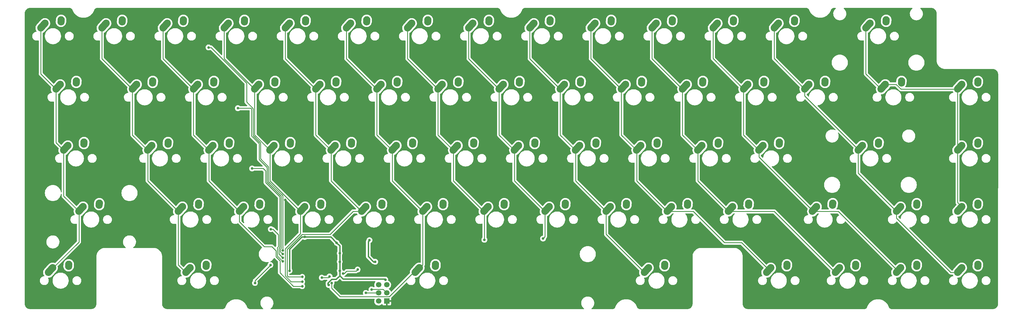
<source format=gbr>
G04 #@! TF.GenerationSoftware,KiCad,Pcbnew,(6.0.1)*
G04 #@! TF.CreationDate,2022-06-10T16:34:34-07:00*
G04 #@! TF.ProjectId,artemis-65,61727465-6d69-4732-9d36-352e6b696361,rev?*
G04 #@! TF.SameCoordinates,Original*
G04 #@! TF.FileFunction,Copper,L1,Top*
G04 #@! TF.FilePolarity,Positive*
%FSLAX46Y46*%
G04 Gerber Fmt 4.6, Leading zero omitted, Abs format (unit mm)*
G04 Created by KiCad (PCBNEW (6.0.1)) date 2022-06-10 16:34:34*
%MOMM*%
%LPD*%
G01*
G04 APERTURE LIST*
G04 Aperture macros list*
%AMHorizOval*
0 Thick line with rounded ends*
0 $1 width*
0 $2 $3 position (X,Y) of the first rounded end (center of the circle)*
0 $4 $5 position (X,Y) of the second rounded end (center of the circle)*
0 Add line between two ends*
20,1,$1,$2,$3,$4,$5,0*
0 Add two circle primitives to create the rounded ends*
1,1,$1,$2,$3*
1,1,$1,$4,$5*%
G04 Aperture macros list end*
G04 #@! TA.AperFunction,ComponentPad*
%ADD10HorizOval,2.250000X0.655001X0.730000X-0.655001X-0.730000X0*%
G04 #@! TD*
G04 #@! TA.AperFunction,ComponentPad*
%ADD11C,2.250000*%
G04 #@! TD*
G04 #@! TA.AperFunction,ComponentPad*
%ADD12HorizOval,2.250000X0.020000X0.290000X-0.020000X-0.290000X0*%
G04 #@! TD*
G04 #@! TA.AperFunction,ComponentPad*
%ADD13C,1.700000*%
G04 #@! TD*
G04 #@! TA.AperFunction,ComponentPad*
%ADD14R,1.700000X1.700000*%
G04 #@! TD*
G04 #@! TA.AperFunction,ViaPad*
%ADD15C,0.800000*%
G04 #@! TD*
G04 #@! TA.AperFunction,Conductor*
%ADD16C,0.381000*%
G04 #@! TD*
G04 #@! TA.AperFunction,Conductor*
%ADD17C,0.250000*%
G04 #@! TD*
G04 APERTURE END LIST*
D10*
X173851251Y-61023750D03*
D11*
X174506250Y-60293750D03*
X179546250Y-59213750D03*
D12*
X179526250Y-59503750D03*
D10*
X92888751Y-41973750D03*
D11*
X93543750Y-41243750D03*
X98583750Y-40163750D03*
D12*
X98563750Y-40453750D03*
D10*
X40501251Y-61023750D03*
D11*
X41156250Y-60293750D03*
D12*
X46176250Y-59503750D03*
D11*
X46196250Y-59213750D03*
X203081250Y-79343750D03*
D10*
X202426251Y-80073750D03*
D11*
X208121250Y-78263750D03*
D12*
X208101250Y-78553750D03*
D11*
X264993750Y-22193750D03*
D10*
X264338751Y-22923750D03*
D12*
X270013750Y-21403750D03*
D11*
X270033750Y-21113750D03*
D10*
X121463751Y-22923750D03*
D11*
X122118750Y-22193750D03*
X127158750Y-21113750D03*
D12*
X127138750Y-21403750D03*
D10*
X207188751Y-41973750D03*
D11*
X207843750Y-41243750D03*
D12*
X212863750Y-40453750D03*
D11*
X212883750Y-40163750D03*
X269756250Y-41243750D03*
D10*
X269101251Y-41973750D03*
D12*
X274776250Y-40453750D03*
D11*
X274796250Y-40163750D03*
D10*
X261957501Y-61023750D03*
D11*
X262612500Y-60293750D03*
X267652500Y-59213750D03*
D12*
X267632500Y-59503750D03*
D10*
X292913751Y-41973750D03*
D11*
X293568750Y-41243750D03*
X298608750Y-40163750D03*
D12*
X298588750Y-40453750D03*
D10*
X169088751Y-41973750D03*
D11*
X169743750Y-41243750D03*
D12*
X174763750Y-40453750D03*
D11*
X174783750Y-40163750D03*
D10*
X273863751Y-80073750D03*
D11*
X274518750Y-79343750D03*
D12*
X279538750Y-78553750D03*
D11*
X279558750Y-78263750D03*
X236418750Y-22193750D03*
D10*
X235763751Y-22923750D03*
D11*
X241458750Y-21113750D03*
D12*
X241438750Y-21403750D03*
D10*
X292913751Y-61023750D03*
D11*
X293568750Y-60293750D03*
D12*
X298588750Y-59503750D03*
D11*
X298608750Y-59213750D03*
X141168750Y-22193750D03*
D10*
X140513751Y-22923750D03*
D11*
X146208750Y-21113750D03*
D12*
X146188750Y-21403750D03*
D11*
X198318750Y-22193750D03*
D10*
X197663751Y-22923750D03*
D12*
X203338750Y-21403750D03*
D11*
X203358750Y-21113750D03*
D10*
X254813751Y-99123750D03*
D11*
X255468750Y-98393750D03*
D12*
X260488750Y-97603750D03*
D11*
X260508750Y-97313750D03*
D10*
X221476251Y-80073750D03*
D11*
X222131250Y-79343750D03*
D12*
X227151250Y-78553750D03*
D11*
X227171250Y-78263750D03*
D10*
X102413751Y-22923750D03*
D11*
X103068750Y-22193750D03*
X108108750Y-21113750D03*
D12*
X108088750Y-21403750D03*
D10*
X64313751Y-22923750D03*
D11*
X64968750Y-22193750D03*
X70008750Y-21113750D03*
D12*
X69988750Y-21403750D03*
D10*
X9545001Y-99123750D03*
D11*
X10200000Y-98393750D03*
D12*
X15220000Y-97603750D03*
D11*
X15240000Y-97313750D03*
D10*
X150038751Y-41973750D03*
D11*
X150693750Y-41243750D03*
X155733750Y-40163750D03*
D12*
X155713750Y-40453750D03*
D11*
X12581250Y-41243750D03*
D10*
X11926251Y-41973750D03*
D12*
X17601250Y-40453750D03*
D11*
X17621250Y-40163750D03*
D10*
X245288751Y-41973750D03*
D11*
X245943750Y-41243750D03*
X250983750Y-40163750D03*
D12*
X250963750Y-40453750D03*
D11*
X145931250Y-79343750D03*
D10*
X145276251Y-80073750D03*
D12*
X150951250Y-78553750D03*
D11*
X150971250Y-78263750D03*
D10*
X97651251Y-61023750D03*
D11*
X98306250Y-60293750D03*
X103346250Y-59213750D03*
D12*
X103326250Y-59503750D03*
D11*
X131643750Y-41243750D03*
D10*
X130988751Y-41973750D03*
D11*
X136683750Y-40163750D03*
D12*
X136663750Y-40453750D03*
D11*
X107831250Y-79343750D03*
D10*
X107176251Y-80073750D03*
D11*
X112871250Y-78263750D03*
D12*
X112851250Y-78553750D03*
D10*
X88126251Y-80073750D03*
D11*
X88781250Y-79343750D03*
D12*
X93801250Y-78553750D03*
D11*
X93821250Y-78263750D03*
D10*
X52407501Y-99123750D03*
D11*
X53062500Y-98393750D03*
D12*
X58082500Y-97603750D03*
D11*
X58102500Y-97313750D03*
D10*
X273863751Y-99123750D03*
D11*
X274518750Y-98393750D03*
X279558750Y-97313750D03*
D12*
X279538750Y-97603750D03*
D11*
X124500000Y-98393750D03*
D10*
X123845001Y-99123750D03*
D11*
X129540000Y-97313750D03*
D12*
X129520000Y-97603750D03*
D11*
X14962500Y-60293750D03*
D10*
X14307501Y-61023750D03*
D11*
X20002500Y-59213750D03*
D12*
X19982500Y-59503750D03*
D10*
X26213751Y-22923750D03*
D11*
X26868750Y-22193750D03*
X31908750Y-21113750D03*
D12*
X31888750Y-21403750D03*
D11*
X234037500Y-98393750D03*
D10*
X233382501Y-99123750D03*
D12*
X239057500Y-97603750D03*
D11*
X239077500Y-97313750D03*
D10*
X73838751Y-41973750D03*
D11*
X74493750Y-41243750D03*
D12*
X79513750Y-40453750D03*
D11*
X79533750Y-40163750D03*
D10*
X231001251Y-61023750D03*
D11*
X231656250Y-60293750D03*
X236696250Y-59213750D03*
D12*
X236676250Y-59503750D03*
D11*
X184031250Y-79343750D03*
D10*
X183376251Y-80073750D03*
D11*
X189071250Y-78263750D03*
D12*
X189051250Y-78553750D03*
D11*
X136406250Y-60293750D03*
D10*
X135751251Y-61023750D03*
D12*
X141426250Y-59503750D03*
D11*
X141446250Y-59213750D03*
D10*
X69076251Y-80073750D03*
D11*
X69731250Y-79343750D03*
X74771250Y-78263750D03*
D12*
X74751250Y-78553750D03*
D11*
X293568750Y-98393750D03*
D10*
X292913751Y-99123750D03*
D12*
X298588750Y-97603750D03*
D11*
X298608750Y-97313750D03*
X160218750Y-22193750D03*
D10*
X159563751Y-22923750D03*
D12*
X165238750Y-21403750D03*
D11*
X165258750Y-21113750D03*
D10*
X19070001Y-80073750D03*
D11*
X19725000Y-79343750D03*
X24765000Y-78263750D03*
D12*
X24745000Y-78553750D03*
D13*
X111810800Y-103694300D03*
X114350800Y-103694300D03*
X111810800Y-106234300D03*
X114350800Y-106234300D03*
X111810800Y-108774300D03*
D14*
X114350800Y-108774300D03*
D11*
X84018750Y-22193750D03*
D10*
X83363751Y-22923750D03*
D12*
X89038750Y-21403750D03*
D11*
X89058750Y-21113750D03*
X212606250Y-60293750D03*
D10*
X211951251Y-61023750D03*
D11*
X217646250Y-59213750D03*
D12*
X217626250Y-59503750D03*
D11*
X112593750Y-41243750D03*
D10*
X111938751Y-41973750D03*
D12*
X117613750Y-40453750D03*
D11*
X117633750Y-40163750D03*
D10*
X78601251Y-61023750D03*
D11*
X79256250Y-60293750D03*
D12*
X84276250Y-59503750D03*
D11*
X84296250Y-59213750D03*
D10*
X50026251Y-80073750D03*
D11*
X50681250Y-79343750D03*
D12*
X55701250Y-78553750D03*
D11*
X55721250Y-78263750D03*
D10*
X164326251Y-80073750D03*
D11*
X164981250Y-79343750D03*
D12*
X170001250Y-78553750D03*
D11*
X170021250Y-78263750D03*
D10*
X59551251Y-61023750D03*
D11*
X60206250Y-60293750D03*
X65246250Y-59213750D03*
D12*
X65226250Y-59503750D03*
D11*
X217368750Y-22193750D03*
D10*
X216713751Y-22923750D03*
D11*
X222408750Y-21113750D03*
D12*
X222388750Y-21403750D03*
D11*
X188793750Y-41243750D03*
D10*
X188138751Y-41973750D03*
D12*
X193813750Y-40453750D03*
D11*
X193833750Y-40163750D03*
X195937500Y-98393750D03*
D10*
X195282501Y-99123750D03*
D11*
X200977500Y-97313750D03*
D12*
X200957500Y-97603750D03*
D11*
X7818750Y-22193750D03*
D10*
X7163751Y-22923750D03*
D11*
X12858750Y-21113750D03*
D12*
X12838750Y-21403750D03*
D10*
X292913751Y-80073750D03*
D11*
X293568750Y-79343750D03*
X298608750Y-78263750D03*
D12*
X298588750Y-78553750D03*
D11*
X248325000Y-79343750D03*
D10*
X247670001Y-80073750D03*
D11*
X253365000Y-78263750D03*
D12*
X253345000Y-78553750D03*
D11*
X55443750Y-41243750D03*
D10*
X54788751Y-41973750D03*
D11*
X60483750Y-40163750D03*
D12*
X60463750Y-40453750D03*
D11*
X45918750Y-22193750D03*
D10*
X45263751Y-22923750D03*
D11*
X50958750Y-21113750D03*
D12*
X50938750Y-21403750D03*
D10*
X178613751Y-22923750D03*
D11*
X179268750Y-22193750D03*
X184308750Y-21113750D03*
D12*
X184288750Y-21403750D03*
D10*
X154801251Y-61023750D03*
D11*
X155456250Y-60293750D03*
D12*
X160476250Y-59503750D03*
D11*
X160496250Y-59213750D03*
X126881250Y-79343750D03*
D10*
X126226251Y-80073750D03*
D11*
X131921250Y-78263750D03*
D12*
X131901250Y-78553750D03*
D11*
X193556250Y-60293750D03*
D10*
X192901251Y-61023750D03*
D11*
X198596250Y-59213750D03*
D12*
X198576250Y-59503750D03*
D11*
X36393750Y-41243750D03*
D10*
X35738751Y-41973750D03*
D11*
X41433750Y-40163750D03*
D12*
X41413750Y-40453750D03*
D11*
X117356250Y-60293750D03*
D10*
X116701251Y-61023750D03*
D11*
X122396250Y-59213750D03*
D12*
X122376250Y-59503750D03*
D10*
X226238751Y-41973750D03*
D11*
X226893750Y-41243750D03*
D12*
X231913750Y-40453750D03*
D11*
X231933750Y-40163750D03*
D15*
X96393000Y-92202000D03*
X98742500Y-90614500D03*
X88773000Y-88773000D03*
X91694000Y-93980000D03*
X91694000Y-95758000D03*
X91694000Y-97790000D03*
X93726000Y-95758000D03*
X89662000Y-95758000D03*
X93726000Y-97790000D03*
X89662000Y-97790000D03*
X93726000Y-93900000D03*
X89662000Y-93980000D03*
X81534000Y-105156000D03*
X99695000Y-93853000D03*
X88011000Y-101219000D03*
X88011000Y-102743000D03*
X88011000Y-104140000D03*
X94107000Y-101473000D03*
X96520000Y-101092000D03*
X67437000Y-87249000D03*
X106172000Y-89789000D03*
X303022000Y-109347000D03*
X101092000Y-98044000D03*
X82677000Y-77216000D03*
X106934000Y-104902000D03*
X224409000Y-88519000D03*
X3556000Y-19558000D03*
X106553000Y-95250000D03*
X113919000Y-102108000D03*
X99695000Y-96520000D03*
X84049000Y-99314000D03*
X99695000Y-99314000D03*
X96266000Y-103759000D03*
X58801000Y-29718000D03*
X81915000Y-92964000D03*
X67945000Y-48641000D03*
X81915000Y-94107000D03*
X81915000Y-95250000D03*
X72390000Y-67437000D03*
X78232000Y-86360000D03*
X81915000Y-96393000D03*
X73279000Y-103124000D03*
X78105000Y-97536000D03*
X108966000Y-89789000D03*
X110744000Y-96520000D03*
X107823000Y-106230480D03*
X109601000Y-105156000D03*
X97155000Y-103124000D03*
X105283000Y-98933000D03*
X100711000Y-100203000D03*
X144780000Y-89662000D03*
X163068000Y-89281000D03*
D16*
X98742500Y-90614500D02*
X96901000Y-88773000D01*
X88773000Y-88773000D02*
X87884000Y-88773000D01*
X84049000Y-92608000D02*
X84049000Y-99314000D01*
X99695000Y-91567000D02*
X98742500Y-90614500D01*
X99695000Y-93853000D02*
X99695000Y-91567000D01*
X96901000Y-88773000D02*
X88773000Y-88773000D01*
X87884000Y-88773000D02*
X84049000Y-92608000D01*
D17*
X83634386Y-101219000D02*
X88011000Y-101219000D01*
X83312000Y-92616652D02*
X83312000Y-100896614D01*
X103845636Y-80803750D02*
X96638386Y-88011000D01*
X96638386Y-88011000D02*
X87917652Y-88011000D01*
X87917652Y-88011000D02*
X83312000Y-92616652D01*
X83312000Y-100896614D02*
X83634386Y-101219000D01*
X106521250Y-80803750D02*
X103845636Y-80803750D01*
X96139000Y-101473000D02*
X94107000Y-101473000D01*
X96520000Y-101092000D02*
X96139000Y-101473000D01*
X81059476Y-99915524D02*
X85283952Y-104140000D01*
X85283952Y-104140000D02*
X88011000Y-104140000D01*
X84522669Y-102743000D02*
X88011000Y-102743000D01*
X82677000Y-100897331D02*
X84522669Y-102743000D01*
X82677000Y-92519500D02*
X82677000Y-100897331D01*
X87471250Y-87725250D02*
X82677000Y-92519500D01*
X87471250Y-80803750D02*
X87471250Y-87725250D01*
X81059476Y-96173194D02*
X81059476Y-99915524D01*
X79841929Y-93049929D02*
X79841929Y-94955647D01*
X78562329Y-91770329D02*
X79841929Y-93049929D01*
X76149329Y-91770329D02*
X78562329Y-91770329D01*
X79841929Y-94955647D02*
X81059476Y-96173194D01*
X68421250Y-84042250D02*
X76149329Y-91770329D01*
X68421250Y-80803750D02*
X68421250Y-84042250D01*
D16*
X101092000Y-98044000D02*
X102997000Y-96139000D01*
X105918000Y-95250000D02*
X106553000Y-95250000D01*
X102997000Y-96139000D02*
X104521000Y-96139000D01*
X104521000Y-96139000D02*
X105029000Y-96139000D01*
X105029000Y-96139000D02*
X105918000Y-95250000D01*
X99695000Y-100838000D02*
X100739011Y-101882011D01*
X100739011Y-101882011D02*
X113693011Y-101882011D01*
X99695000Y-98679000D02*
X99695000Y-100838000D01*
X98552000Y-101981000D02*
X99695000Y-100838000D01*
X99695000Y-93853000D02*
X99695000Y-98679000D01*
X97155000Y-101981000D02*
X96012000Y-103124000D01*
X96012000Y-103505000D02*
X96266000Y-103759000D01*
X113693011Y-101882011D02*
X113919000Y-102108000D01*
X97155000Y-101981000D02*
X98552000Y-101981000D01*
X96012000Y-103124000D02*
X96012000Y-103505000D01*
D17*
X75024891Y-64409482D02*
X77496730Y-66881321D01*
X70664229Y-40841771D02*
X70664229Y-46697999D01*
X77496730Y-66881321D02*
X77496730Y-71464948D01*
X75024891Y-59468109D02*
X75024891Y-64409482D01*
X59562282Y-29718000D02*
X70675141Y-40830859D01*
X81915000Y-75883218D02*
X81915000Y-92964000D01*
X58801000Y-29718000D02*
X59562282Y-29718000D01*
X77496730Y-71464948D02*
X81915000Y-75883218D01*
X70675141Y-40830859D02*
X70664229Y-40841771D01*
X72734230Y-57177448D02*
X75024891Y-59468109D01*
X70664229Y-46697999D02*
X72734230Y-48768000D01*
X72734230Y-48768000D02*
X72734230Y-57177448D01*
X81190489Y-93382489D02*
X81915000Y-94107000D01*
X71971512Y-48641000D02*
X72244256Y-48913744D01*
X74575371Y-59654306D02*
X74575371Y-64595679D01*
X74575371Y-64595679D02*
X77047210Y-67067519D01*
X67945000Y-48641000D02*
X71971512Y-48641000D01*
X72244256Y-48913744D02*
X72244256Y-57323192D01*
X81465480Y-76069416D02*
X81465480Y-92329000D01*
X72548033Y-57626968D02*
X74575371Y-59654306D01*
X77047210Y-71651145D02*
X81465480Y-76069416D01*
X81190489Y-92603991D02*
X81190489Y-93382489D01*
X72244256Y-57323192D02*
X72548033Y-57626968D01*
X77047210Y-67067519D02*
X77047210Y-71651145D01*
X81465480Y-92329000D02*
X81190489Y-92603991D01*
X80740969Y-94075969D02*
X81915000Y-95250000D01*
X81015960Y-76255614D02*
X81015960Y-92075000D01*
X75819000Y-67437000D02*
X76597690Y-68215690D01*
X76597690Y-68215690D02*
X76597690Y-71837343D01*
X80740969Y-92349991D02*
X80740969Y-94075969D01*
X72390000Y-67437000D02*
X75819000Y-67437000D01*
X81015960Y-92075000D02*
X80740969Y-92349991D01*
X76597690Y-71837343D02*
X81015960Y-76255614D01*
X80566440Y-91821000D02*
X80291449Y-92095991D01*
X80291449Y-92095991D02*
X80291449Y-94769449D01*
X80291449Y-94769449D02*
X81915000Y-96393000D01*
X80566440Y-88059440D02*
X80566440Y-91821000D01*
X78232000Y-86360000D02*
X78867000Y-86360000D01*
X78867000Y-86360000D02*
X80566440Y-88059440D01*
X73279000Y-102362000D02*
X78105000Y-97536000D01*
X73279000Y-103124000D02*
X73279000Y-102362000D01*
D16*
X108585000Y-90170000D02*
X108585000Y-94869000D01*
X110236000Y-96520000D02*
X110744000Y-96520000D01*
X108966000Y-89789000D02*
X108585000Y-90170000D01*
X108585000Y-94869000D02*
X110236000Y-96520000D01*
D17*
X107826820Y-106234300D02*
X111810800Y-106234300D01*
X107823000Y-106230480D02*
X107826820Y-106234300D01*
X113176289Y-105059789D02*
X114350800Y-106234300D01*
X113176289Y-105059789D02*
X109697211Y-105059789D01*
X109697211Y-105059789D02*
X109601000Y-105156000D01*
X11271250Y-59372500D02*
X13652500Y-61753750D01*
X11271250Y-42703750D02*
X11271250Y-59372500D01*
X6508750Y-37941250D02*
X11271250Y-42703750D01*
X6508750Y-23653750D02*
X6508750Y-37941250D01*
X18415000Y-80803750D02*
X18415000Y-90328750D01*
X13652500Y-76041250D02*
X18415000Y-80803750D01*
X13652500Y-61753750D02*
X13652500Y-76041250D01*
X18415000Y-90328750D02*
X8890000Y-99853750D01*
X49371250Y-97472500D02*
X51752500Y-99853750D01*
X39846250Y-71278750D02*
X49371250Y-80803750D01*
X35083750Y-56991250D02*
X39846250Y-61753750D01*
X49371250Y-80803750D02*
X49371250Y-97472500D01*
X39846250Y-61753750D02*
X39846250Y-71278750D01*
X35083750Y-42703750D02*
X35083750Y-56991250D01*
X25558750Y-23653750D02*
X25558750Y-33178750D01*
X25558750Y-33178750D02*
X35083750Y-42703750D01*
X44608750Y-33178750D02*
X54133750Y-42703750D01*
X58896250Y-71278750D02*
X68421250Y-80803750D01*
X44608750Y-23653750D02*
X44608750Y-33178750D01*
X54133750Y-56991250D02*
X58896250Y-61753750D01*
X58896250Y-61753750D02*
X58896250Y-71278750D01*
X54133750Y-42703750D02*
X54133750Y-56991250D01*
X63658750Y-33178750D02*
X73183750Y-42703750D01*
X63658750Y-23653750D02*
X63658750Y-33178750D01*
X73183750Y-56991250D02*
X77946250Y-61753750D01*
X77946250Y-61753750D02*
X77946250Y-71278750D01*
X73183750Y-42703750D02*
X73183750Y-56991250D01*
X77946250Y-71278750D02*
X87471250Y-80803750D01*
X82708750Y-33178750D02*
X92233750Y-42703750D01*
X92233750Y-42703750D02*
X92233750Y-56991250D01*
X82708750Y-23653750D02*
X82708750Y-33178750D01*
X92233750Y-56991250D02*
X96996250Y-61753750D01*
X96996250Y-61753750D02*
X96996250Y-71278750D01*
X96996250Y-71278750D02*
X106521250Y-80803750D01*
X111283750Y-56991250D02*
X116046250Y-61753750D01*
X122692909Y-99853750D02*
X115137848Y-107408811D01*
X111283750Y-42703750D02*
X111283750Y-56991250D01*
X101758750Y-33178750D02*
X111283750Y-42703750D01*
X101758750Y-23653750D02*
X101758750Y-33178750D01*
X116046250Y-61753750D02*
X116046250Y-71278750D01*
X123190000Y-99853750D02*
X122692909Y-99853750D01*
X125571250Y-97472500D02*
X123190000Y-99853750D01*
X97155000Y-104775000D02*
X97155000Y-103124000D01*
X115137848Y-107408811D02*
X99788811Y-107408811D01*
X116046250Y-71278750D02*
X125571250Y-80803750D01*
X125571250Y-80803750D02*
X125571250Y-97472500D01*
X99788811Y-107408811D02*
X97155000Y-104775000D01*
X135096250Y-71278750D02*
X144621250Y-80803750D01*
X105283000Y-98933000D02*
X104775000Y-99441000D01*
X144780000Y-80962500D02*
X144780000Y-89662000D01*
X120808750Y-33178750D02*
X130333750Y-42703750D01*
X120808750Y-23653750D02*
X120808750Y-33178750D01*
X130333750Y-42703750D02*
X130333750Y-56991250D01*
X101854000Y-99441000D02*
X101092000Y-100203000D01*
X144621250Y-80803750D02*
X144780000Y-80962500D01*
X130333750Y-56991250D02*
X135096250Y-61753750D01*
X101092000Y-100203000D02*
X100711000Y-100203000D01*
X135096250Y-61753750D02*
X135096250Y-71278750D01*
X104775000Y-99441000D02*
X101854000Y-99441000D01*
X154146250Y-61753750D02*
X154146250Y-71278750D01*
X163671250Y-80803750D02*
X163671250Y-88677750D01*
X163671250Y-88677750D02*
X163068000Y-89281000D01*
X154146250Y-71278750D02*
X163671250Y-80803750D01*
X149383750Y-42703750D02*
X149383750Y-56991250D01*
X139858750Y-33178750D02*
X149383750Y-42703750D01*
X149383750Y-56991250D02*
X154146250Y-61753750D01*
X139858750Y-23653750D02*
X139858750Y-33178750D01*
X173196250Y-61753750D02*
X173196250Y-71278750D01*
X173196250Y-71278750D02*
X182721250Y-80803750D01*
X158908750Y-23653750D02*
X158908750Y-33178750D01*
X168433750Y-42703750D02*
X168433750Y-56991250D01*
X182721250Y-87947500D02*
X194627500Y-99853750D01*
X168433750Y-56991250D02*
X173196250Y-61753750D01*
X182721250Y-80803750D02*
X182721250Y-87947500D01*
X158908750Y-33178750D02*
X168433750Y-42703750D01*
X232727500Y-98361500D02*
X232727500Y-99853750D01*
X192246250Y-71278750D02*
X201771250Y-80803750D01*
X177958750Y-33178750D02*
X187483750Y-42703750D01*
X192246250Y-61753750D02*
X192246250Y-71278750D01*
X219635591Y-90551000D02*
X224917000Y-90551000D01*
X224917000Y-90551000D02*
X232727500Y-98361500D01*
X187483750Y-56991250D02*
X192246250Y-61753750D01*
X209888341Y-80803750D02*
X219635591Y-90551000D01*
X201771250Y-80803750D02*
X209888341Y-80803750D01*
X177958750Y-23653750D02*
X177958750Y-33178750D01*
X187483750Y-42703750D02*
X187483750Y-56991250D01*
X206533750Y-56991250D02*
X211296250Y-61753750D01*
X197008750Y-23653750D02*
X197008750Y-33178750D01*
X235108750Y-80803750D02*
X254158750Y-99853750D01*
X211296250Y-71278750D02*
X220821250Y-80803750D01*
X197008750Y-33178750D02*
X206533750Y-42703750D01*
X206533750Y-42703750D02*
X206533750Y-56991250D01*
X220821250Y-80803750D02*
X235108750Y-80803750D01*
X211296250Y-61753750D02*
X211296250Y-71278750D01*
X216058750Y-23653750D02*
X216038271Y-23674229D01*
X230346250Y-63833204D02*
X247015000Y-80501954D01*
X247015000Y-80501954D02*
X247015000Y-80803750D01*
X216038271Y-23674229D02*
X216038271Y-33158271D01*
X225583750Y-56991250D02*
X230346250Y-61753750D01*
X230346250Y-61753750D02*
X230346250Y-63833204D01*
X225583750Y-42703750D02*
X225583750Y-56991250D01*
X273208750Y-98880409D02*
X273208750Y-99853750D01*
X255132091Y-80803750D02*
X273208750Y-98880409D01*
X247015000Y-80803750D02*
X255132091Y-80803750D01*
X216038271Y-33158271D02*
X225583750Y-42703750D01*
X273208750Y-80803750D02*
X273208750Y-82883204D01*
X235108750Y-23653750D02*
X235088271Y-23674229D01*
X235088271Y-23674229D02*
X235088271Y-33158271D01*
X290179296Y-99853750D02*
X292258750Y-99853750D01*
X261302500Y-68897500D02*
X273208750Y-80803750D01*
X244633750Y-42703750D02*
X244633750Y-44783204D01*
X261302500Y-61753750D02*
X261302500Y-68897500D01*
X235088271Y-33158271D02*
X244633750Y-42703750D01*
X261302500Y-61451954D02*
X261302500Y-61753750D01*
X273208750Y-82883204D02*
X290179296Y-99853750D01*
X244633750Y-44783204D02*
X261302500Y-61451954D01*
X273156659Y-41243750D02*
X274616659Y-42703750D01*
X269756250Y-41243750D02*
X273156659Y-41243750D01*
X263683750Y-23653750D02*
X263683750Y-37941250D01*
X263683750Y-37941250D02*
X268446250Y-42703750D01*
X292258750Y-42703750D02*
X292258750Y-61753750D01*
X292258750Y-78033750D02*
X293568750Y-79343750D01*
X274616659Y-42703750D02*
X292258750Y-42703750D01*
X292258750Y-61753750D02*
X292258750Y-78033750D01*
G04 #@! TA.AperFunction,Conductor*
G36*
X278081877Y-17395455D02*
G01*
X278149993Y-17415469D01*
X278196476Y-17469133D01*
X278206567Y-17539409D01*
X278177063Y-17603985D01*
X278155918Y-17623389D01*
X278122094Y-17647963D01*
X278118930Y-17651019D01*
X278118927Y-17651021D01*
X277920782Y-17842367D01*
X277920779Y-17842371D01*
X277917620Y-17845421D01*
X277742617Y-18069415D01*
X277684312Y-18170402D01*
X277624364Y-18274235D01*
X277600490Y-18315585D01*
X277598840Y-18319669D01*
X277598837Y-18319675D01*
X277495657Y-18575057D01*
X277494008Y-18579139D01*
X277492944Y-18583408D01*
X277492943Y-18583410D01*
X277489065Y-18598963D01*
X277425241Y-18854948D01*
X277424782Y-18859318D01*
X277424781Y-18859322D01*
X277400628Y-19089121D01*
X277395528Y-19137644D01*
X277395681Y-19142032D01*
X277395681Y-19142038D01*
X277401871Y-19319284D01*
X277405448Y-19421723D01*
X277406210Y-19426046D01*
X277406211Y-19426053D01*
X277428815Y-19554243D01*
X277454808Y-19701657D01*
X277456163Y-19705828D01*
X277456165Y-19705835D01*
X277513300Y-19881676D01*
X277542647Y-19971997D01*
X277544575Y-19975950D01*
X277544577Y-19975955D01*
X277574634Y-20037580D01*
X277667255Y-20227481D01*
X277669710Y-20231120D01*
X277669713Y-20231126D01*
X277823747Y-20459491D01*
X277823752Y-20459498D01*
X277826207Y-20463137D01*
X277829151Y-20466406D01*
X277829152Y-20466408D01*
X278011394Y-20668808D01*
X278016409Y-20674378D01*
X278234159Y-20857092D01*
X278475219Y-21007723D01*
X278561184Y-21045997D01*
X278724433Y-21118680D01*
X278734897Y-21123339D01*
X279008138Y-21201690D01*
X279012488Y-21202301D01*
X279012491Y-21202302D01*
X279116967Y-21216985D01*
X279289624Y-21241250D01*
X279502726Y-21241250D01*
X279504911Y-21241097D01*
X279504917Y-21241097D01*
X279710925Y-21226692D01*
X279710930Y-21226691D01*
X279715310Y-21226385D01*
X279993351Y-21167285D01*
X279997482Y-21165781D01*
X279997487Y-21165780D01*
X280153985Y-21108819D01*
X280260461Y-21070065D01*
X280389214Y-21001606D01*
X280507549Y-20938687D01*
X280507555Y-20938683D01*
X280511441Y-20936617D01*
X280515001Y-20934031D01*
X280515005Y-20934028D01*
X280737843Y-20772126D01*
X280737846Y-20772124D01*
X280741406Y-20769537D01*
X280751506Y-20759784D01*
X280942718Y-20575133D01*
X280942721Y-20575129D01*
X280945880Y-20572079D01*
X281120883Y-20348085D01*
X281232447Y-20154852D01*
X281260805Y-20105735D01*
X281260808Y-20105730D01*
X281263010Y-20101915D01*
X281264660Y-20097831D01*
X281264663Y-20097825D01*
X281367843Y-19842443D01*
X281367844Y-19842440D01*
X281369492Y-19838361D01*
X281381215Y-19791345D01*
X281404654Y-19697334D01*
X281438259Y-19562552D01*
X281438813Y-19557287D01*
X281467513Y-19284225D01*
X281467513Y-19284222D01*
X281467972Y-19279856D01*
X281465505Y-19209209D01*
X281458206Y-19000174D01*
X281458205Y-19000167D01*
X281458052Y-18995777D01*
X281408692Y-18715843D01*
X281407337Y-18711672D01*
X281407335Y-18711665D01*
X281322214Y-18449692D01*
X281320853Y-18445503D01*
X281196245Y-18190019D01*
X281193790Y-18186380D01*
X281193787Y-18186374D01*
X281039753Y-17958009D01*
X281039748Y-17958002D01*
X281037293Y-17954363D01*
X281033728Y-17950403D01*
X280850039Y-17746396D01*
X280850038Y-17746395D01*
X280847091Y-17743122D01*
X280843718Y-17740291D01*
X280843711Y-17740285D01*
X280698530Y-17618463D01*
X280659203Y-17559354D01*
X280658077Y-17488366D01*
X280695508Y-17428039D01*
X280759613Y-17397525D01*
X280779541Y-17395942D01*
X284049276Y-17396532D01*
X284068779Y-17398055D01*
X284083272Y-17400329D01*
X284083279Y-17400329D01*
X284092145Y-17401720D01*
X284101050Y-17400566D01*
X284107387Y-17399745D01*
X284132704Y-17399031D01*
X284324562Y-17412962D01*
X284342341Y-17415537D01*
X284482885Y-17446255D01*
X284555056Y-17462030D01*
X284572278Y-17467104D01*
X284765618Y-17539409D01*
X284776220Y-17543374D01*
X284792556Y-17550851D01*
X284983572Y-17655347D01*
X284998677Y-17665070D01*
X285172898Y-17795673D01*
X285186467Y-17807445D01*
X285228827Y-17849853D01*
X285340344Y-17961497D01*
X285352085Y-17975060D01*
X285482504Y-18149448D01*
X285492201Y-18164553D01*
X285574600Y-18315585D01*
X285596478Y-18355687D01*
X285603936Y-18372031D01*
X285679972Y-18576055D01*
X285685030Y-18593292D01*
X285731281Y-18806063D01*
X285733835Y-18823844D01*
X285747042Y-19008627D01*
X285746298Y-19026522D01*
X285746196Y-19034854D01*
X285744814Y-19043730D01*
X285747960Y-19067786D01*
X285748944Y-19075310D01*
X285750007Y-19091623D01*
X285752635Y-33726179D01*
X285750889Y-33747106D01*
X285747573Y-33766817D01*
X285747420Y-33779356D01*
X285748110Y-33784172D01*
X285748332Y-33785724D01*
X285749405Y-33796514D01*
X285756211Y-33917693D01*
X285765238Y-34078435D01*
X285815414Y-34373754D01*
X285898340Y-34661598D01*
X285899694Y-34664866D01*
X285899694Y-34664867D01*
X286006374Y-34922415D01*
X286012973Y-34938347D01*
X286157872Y-35200521D01*
X286159912Y-35203396D01*
X286320902Y-35430290D01*
X286331214Y-35444824D01*
X286530818Y-35668182D01*
X286754176Y-35867786D01*
X286998479Y-36041128D01*
X287260653Y-36186027D01*
X287263916Y-36187378D01*
X287263921Y-36187381D01*
X287534133Y-36299306D01*
X287537402Y-36300660D01*
X287825246Y-36383586D01*
X288120565Y-36433762D01*
X288386121Y-36448676D01*
X288399944Y-36450222D01*
X288407105Y-36451427D01*
X288413325Y-36451503D01*
X288414779Y-36451521D01*
X288414784Y-36451521D01*
X288419644Y-36451580D01*
X288424460Y-36450890D01*
X288424465Y-36450890D01*
X288447184Y-36447637D01*
X288465065Y-36446365D01*
X297325113Y-36447941D01*
X303226635Y-36448990D01*
X303245998Y-36450491D01*
X303260854Y-36452805D01*
X303260862Y-36452805D01*
X303269730Y-36454186D01*
X303278632Y-36453022D01*
X303278634Y-36453022D01*
X303282174Y-36452559D01*
X303284957Y-36452195D01*
X303310279Y-36451452D01*
X303463829Y-36462434D01*
X303501971Y-36465162D01*
X303519765Y-36467720D01*
X303732337Y-36513962D01*
X303749586Y-36519027D01*
X303802298Y-36538687D01*
X303953414Y-36595050D01*
X303969761Y-36602516D01*
X304160692Y-36706773D01*
X304175815Y-36716492D01*
X304349965Y-36846859D01*
X304363551Y-36858632D01*
X304517368Y-37012449D01*
X304529141Y-37026035D01*
X304659508Y-37200185D01*
X304669227Y-37215308D01*
X304773484Y-37406239D01*
X304780950Y-37422586D01*
X304811913Y-37505602D01*
X304856973Y-37626414D01*
X304862038Y-37643663D01*
X304908280Y-37856235D01*
X304910838Y-37874029D01*
X304922224Y-38033220D01*
X304924041Y-38058628D01*
X304923297Y-38076532D01*
X304923195Y-38084858D01*
X304921814Y-38093730D01*
X304922978Y-38102632D01*
X304922978Y-38102635D01*
X304925921Y-38125138D01*
X304926985Y-38141520D01*
X304901617Y-109551605D01*
X304900117Y-109570943D01*
X304897795Y-109585854D01*
X304897795Y-109585858D01*
X304896414Y-109594730D01*
X304897578Y-109603632D01*
X304897578Y-109603634D01*
X304898405Y-109609955D01*
X304899148Y-109635279D01*
X304891684Y-109739640D01*
X304885438Y-109826971D01*
X304882880Y-109844765D01*
X304836638Y-110057337D01*
X304831573Y-110074586D01*
X304755550Y-110278414D01*
X304748085Y-110294759D01*
X304721471Y-110343499D01*
X304643827Y-110485692D01*
X304634108Y-110500815D01*
X304503741Y-110674965D01*
X304491968Y-110688551D01*
X304338151Y-110842368D01*
X304324565Y-110854141D01*
X304150415Y-110984508D01*
X304135292Y-110994227D01*
X303944361Y-111098484D01*
X303928014Y-111105950D01*
X303776898Y-111162313D01*
X303724186Y-111181973D01*
X303706937Y-111187038D01*
X303494365Y-111233280D01*
X303476571Y-111235838D01*
X303457864Y-111237176D01*
X303291969Y-111249041D01*
X303274068Y-111248297D01*
X303265742Y-111248195D01*
X303256870Y-111246814D01*
X303247968Y-111247978D01*
X303247965Y-111247978D01*
X303227809Y-111250614D01*
X303225395Y-111250930D01*
X303225349Y-111250936D01*
X303209011Y-111252000D01*
X271829328Y-111252000D01*
X271809943Y-111250500D01*
X271809661Y-111250456D01*
X271808042Y-111250204D01*
X271795142Y-111248195D01*
X271795139Y-111248195D01*
X271786270Y-111246814D01*
X271772618Y-111248599D01*
X271746100Y-111249249D01*
X271623475Y-111239300D01*
X271603361Y-111236015D01*
X271460845Y-111200703D01*
X271441524Y-111194217D01*
X271306563Y-111136390D01*
X271288541Y-111126875D01*
X271164681Y-111048055D01*
X271148428Y-111035759D01*
X271130234Y-111019521D01*
X271038888Y-110937995D01*
X271024832Y-110923242D01*
X270968928Y-110854141D01*
X270932483Y-110809094D01*
X270920989Y-110792266D01*
X270902730Y-110760250D01*
X270865948Y-110695754D01*
X270856898Y-110676150D01*
X270749774Y-110379653D01*
X270705093Y-110286851D01*
X270593426Y-110054924D01*
X270592036Y-110052037D01*
X270586778Y-110043474D01*
X270464848Y-109844924D01*
X270401757Y-109742186D01*
X270389881Y-109726651D01*
X270182867Y-109455874D01*
X270182865Y-109455872D01*
X270180915Y-109453321D01*
X269931806Y-109188447D01*
X269657019Y-108950317D01*
X269359412Y-108741407D01*
X269356624Y-108739847D01*
X269356617Y-108739843D01*
X269044891Y-108565461D01*
X269044882Y-108565456D01*
X269042078Y-108563888D01*
X269039125Y-108562611D01*
X269039118Y-108562608D01*
X268711260Y-108420878D01*
X268711256Y-108420877D01*
X268708317Y-108419606D01*
X268361599Y-108310061D01*
X268358459Y-108309411D01*
X268358450Y-108309409D01*
X268008672Y-108237042D01*
X268008663Y-108237041D01*
X268005528Y-108236392D01*
X267643806Y-108199365D01*
X267280194Y-108199365D01*
X266918472Y-108236392D01*
X266915337Y-108237041D01*
X266915328Y-108237042D01*
X266565550Y-108309409D01*
X266565541Y-108309411D01*
X266562401Y-108310061D01*
X266215683Y-108419606D01*
X266212744Y-108420877D01*
X266212740Y-108420878D01*
X265884882Y-108562608D01*
X265884875Y-108562611D01*
X265881922Y-108563888D01*
X265879118Y-108565456D01*
X265879109Y-108565461D01*
X265567383Y-108739843D01*
X265567376Y-108739847D01*
X265564588Y-108741407D01*
X265266981Y-108950317D01*
X264992194Y-109188447D01*
X264743085Y-109453321D01*
X264741135Y-109455872D01*
X264741133Y-109455874D01*
X264534120Y-109726651D01*
X264522243Y-109742186D01*
X264459152Y-109844924D01*
X264337223Y-110043474D01*
X264331964Y-110052037D01*
X264330574Y-110054924D01*
X264218908Y-110286851D01*
X264174226Y-110379653D01*
X264070534Y-110666648D01*
X264069731Y-110666358D01*
X264069318Y-110668892D01*
X264068122Y-110673324D01*
X264065489Y-110680612D01*
X264060711Y-110693837D01*
X264057817Y-110700597D01*
X264057855Y-110700612D01*
X264056023Y-110705131D01*
X264053851Y-110709490D01*
X264053225Y-110711458D01*
X264050314Y-110717784D01*
X264015296Y-110785445D01*
X264004602Y-110806107D01*
X263993329Y-110824021D01*
X263911701Y-110932343D01*
X263897592Y-110948113D01*
X263798983Y-111041243D01*
X263782429Y-111054432D01*
X263704262Y-111106617D01*
X263669629Y-111129738D01*
X263651102Y-111139969D01*
X263541923Y-111188786D01*
X263527290Y-111195329D01*
X263507310Y-111202316D01*
X263375969Y-111236172D01*
X263355102Y-111239715D01*
X263350950Y-111240065D01*
X263250086Y-111248567D01*
X263233489Y-111247982D01*
X263233485Y-111248305D01*
X263224511Y-111248195D01*
X263215639Y-111246814D01*
X263206737Y-111247978D01*
X263206734Y-111247978D01*
X263186578Y-111250614D01*
X263184164Y-111250930D01*
X263184118Y-111250936D01*
X263167780Y-111252000D01*
X226998328Y-111252000D01*
X226978943Y-111250500D01*
X226978661Y-111250456D01*
X226977042Y-111250204D01*
X226964142Y-111248195D01*
X226964139Y-111248195D01*
X226955270Y-111246814D01*
X226946368Y-111247978D01*
X226946366Y-111247978D01*
X226943928Y-111248297D01*
X226940043Y-111248805D01*
X226914721Y-111249548D01*
X226750853Y-111237828D01*
X226723029Y-111235838D01*
X226705235Y-111233280D01*
X226492663Y-111187038D01*
X226475414Y-111181973D01*
X226422702Y-111162313D01*
X226271586Y-111105950D01*
X226255239Y-111098484D01*
X226064308Y-110994227D01*
X226049185Y-110984508D01*
X225875035Y-110854141D01*
X225861449Y-110842368D01*
X225707632Y-110688551D01*
X225695859Y-110674965D01*
X225565492Y-110500815D01*
X225555773Y-110485692D01*
X225478129Y-110343499D01*
X225451515Y-110294759D01*
X225444050Y-110278414D01*
X225368027Y-110074586D01*
X225362962Y-110057337D01*
X225316720Y-109844765D01*
X225314162Y-109826971D01*
X225307916Y-109739640D01*
X225300959Y-109642369D01*
X225301703Y-109624468D01*
X225301805Y-109616142D01*
X225303186Y-109607270D01*
X225302021Y-109598356D01*
X225299064Y-109575749D01*
X225298000Y-109559411D01*
X225298000Y-94922207D01*
X225299746Y-94901303D01*
X225302264Y-94886335D01*
X225303071Y-94881539D01*
X225303146Y-94875397D01*
X225303165Y-94873866D01*
X225303165Y-94873861D01*
X225303224Y-94869000D01*
X225302312Y-94862628D01*
X225301239Y-94851842D01*
X225289007Y-94634038D01*
X225285406Y-94569921D01*
X225235230Y-94274602D01*
X225152304Y-93986758D01*
X225096900Y-93853000D01*
X225039025Y-93713277D01*
X225039022Y-93713272D01*
X225037671Y-93710009D01*
X224892772Y-93447835D01*
X224719430Y-93203532D01*
X224519826Y-92980174D01*
X224296468Y-92780570D01*
X224052165Y-92607228D01*
X223789991Y-92462329D01*
X223786728Y-92460978D01*
X223786723Y-92460975D01*
X223516511Y-92349050D01*
X223516510Y-92349050D01*
X223513242Y-92347696D01*
X223508692Y-92346385D01*
X223395791Y-92313859D01*
X223225398Y-92264770D01*
X222930079Y-92214594D01*
X222664523Y-92199680D01*
X222650700Y-92198134D01*
X222643539Y-92196929D01*
X222637158Y-92196851D01*
X222635859Y-92196835D01*
X222635855Y-92196835D01*
X222631000Y-92196776D01*
X222606715Y-92200254D01*
X222603412Y-92200727D01*
X222585549Y-92202000D01*
X212397207Y-92202000D01*
X212376303Y-92200254D01*
X212365621Y-92198457D01*
X212356539Y-92196929D01*
X212350397Y-92196854D01*
X212348866Y-92196835D01*
X212348861Y-92196835D01*
X212344000Y-92196776D01*
X212337628Y-92197688D01*
X212326842Y-92198761D01*
X212205663Y-92205567D01*
X212044921Y-92214594D01*
X211749602Y-92264770D01*
X211579209Y-92313859D01*
X211466309Y-92346385D01*
X211461758Y-92347696D01*
X211458490Y-92349050D01*
X211458489Y-92349050D01*
X211188277Y-92460975D01*
X211188272Y-92460978D01*
X211185009Y-92462329D01*
X210922835Y-92607228D01*
X210678532Y-92780570D01*
X210455174Y-92980174D01*
X210255570Y-93203532D01*
X210082228Y-93447835D01*
X209937329Y-93710009D01*
X209935978Y-93713272D01*
X209935975Y-93713277D01*
X209878100Y-93853000D01*
X209822696Y-93986758D01*
X209739770Y-94274602D01*
X209689594Y-94569921D01*
X209686986Y-94616370D01*
X209674681Y-94835470D01*
X209673134Y-94849300D01*
X209671929Y-94856461D01*
X209671776Y-94869000D01*
X209672466Y-94873815D01*
X209675727Y-94896588D01*
X209677000Y-94914451D01*
X209677000Y-109551672D01*
X209675500Y-109571057D01*
X209673202Y-109585817D01*
X209671814Y-109594730D01*
X209673454Y-109607270D01*
X209673807Y-109609970D01*
X209674549Y-109635286D01*
X209660837Y-109827140D01*
X209658282Y-109844924D01*
X209612032Y-110057675D01*
X209606978Y-110074899D01*
X209581970Y-110141997D01*
X209530938Y-110278916D01*
X209523484Y-110295252D01*
X209419197Y-110486388D01*
X209409500Y-110501488D01*
X209280979Y-110673324D01*
X209279102Y-110675833D01*
X209267346Y-110689413D01*
X209249578Y-110707200D01*
X209113471Y-110843446D01*
X209099904Y-110855216D01*
X208925682Y-110985802D01*
X208910595Y-110995512D01*
X208731267Y-111093595D01*
X208719579Y-111099988D01*
X208703242Y-111107464D01*
X208597296Y-111147076D01*
X208499314Y-111183710D01*
X208482083Y-111188786D01*
X208269374Y-111235256D01*
X208251604Y-111237827D01*
X208085990Y-111249835D01*
X208070805Y-111250936D01*
X208066846Y-111251223D01*
X208048896Y-111250495D01*
X208040612Y-111250402D01*
X208031742Y-111249031D01*
X208000597Y-111253136D01*
X207984120Y-111254217D01*
X202915150Y-111253452D01*
X193343358Y-111252007D01*
X193323997Y-111250508D01*
X193309141Y-111248195D01*
X193309140Y-111248195D01*
X193300270Y-111246814D01*
X193286618Y-111248599D01*
X193260100Y-111249249D01*
X193137475Y-111239300D01*
X193117361Y-111236015D01*
X192974845Y-111200703D01*
X192955524Y-111194217D01*
X192820563Y-111136390D01*
X192802541Y-111126875D01*
X192678681Y-111048055D01*
X192662428Y-111035759D01*
X192644234Y-111019521D01*
X192552888Y-110937995D01*
X192538832Y-110923242D01*
X192482928Y-110854141D01*
X192446483Y-110809094D01*
X192434989Y-110792266D01*
X192416730Y-110760250D01*
X192379948Y-110695754D01*
X192370898Y-110676150D01*
X192263774Y-110379653D01*
X192219093Y-110286851D01*
X192107426Y-110054924D01*
X192106036Y-110052037D01*
X192100778Y-110043474D01*
X191978848Y-109844924D01*
X191915757Y-109742186D01*
X191903881Y-109726651D01*
X191696867Y-109455874D01*
X191696865Y-109455872D01*
X191694915Y-109453321D01*
X191445806Y-109188447D01*
X191171019Y-108950317D01*
X190873412Y-108741407D01*
X190870624Y-108739847D01*
X190870617Y-108739843D01*
X190558891Y-108565461D01*
X190558882Y-108565456D01*
X190556078Y-108563888D01*
X190553125Y-108562611D01*
X190553118Y-108562608D01*
X190225260Y-108420878D01*
X190225256Y-108420877D01*
X190222317Y-108419606D01*
X189875599Y-108310061D01*
X189872459Y-108309411D01*
X189872450Y-108309409D01*
X189522672Y-108237042D01*
X189522663Y-108237041D01*
X189519528Y-108236392D01*
X189157806Y-108199365D01*
X188794194Y-108199365D01*
X188432472Y-108236392D01*
X188429337Y-108237041D01*
X188429328Y-108237042D01*
X188079550Y-108309409D01*
X188079541Y-108309411D01*
X188076401Y-108310061D01*
X187729683Y-108419606D01*
X187726744Y-108420877D01*
X187726740Y-108420878D01*
X187398882Y-108562608D01*
X187398875Y-108562611D01*
X187395922Y-108563888D01*
X187393118Y-108565456D01*
X187393109Y-108565461D01*
X187081383Y-108739843D01*
X187081376Y-108739847D01*
X187078588Y-108741407D01*
X186780981Y-108950317D01*
X186506194Y-109188447D01*
X186257085Y-109453321D01*
X186255135Y-109455872D01*
X186255133Y-109455874D01*
X186048120Y-109726651D01*
X186036243Y-109742186D01*
X185973152Y-109844924D01*
X185851223Y-110043474D01*
X185845964Y-110052037D01*
X185844574Y-110054924D01*
X185732908Y-110286851D01*
X185688226Y-110379653D01*
X185584534Y-110666648D01*
X185583731Y-110666358D01*
X185583318Y-110668892D01*
X185582122Y-110673324D01*
X185579489Y-110680612D01*
X185574711Y-110693837D01*
X185571817Y-110700597D01*
X185571855Y-110700612D01*
X185570023Y-110705131D01*
X185567851Y-110709490D01*
X185567225Y-110711458D01*
X185564314Y-110717784D01*
X185529296Y-110785445D01*
X185518602Y-110806107D01*
X185507329Y-110824021D01*
X185425701Y-110932343D01*
X185411592Y-110948113D01*
X185312983Y-111041243D01*
X185296429Y-111054432D01*
X185218262Y-111106617D01*
X185183629Y-111129738D01*
X185165102Y-111139969D01*
X185055923Y-111188786D01*
X185041290Y-111195329D01*
X185021310Y-111202316D01*
X184889969Y-111236172D01*
X184869102Y-111239715D01*
X184864950Y-111240065D01*
X184764086Y-111248567D01*
X184747489Y-111247982D01*
X184747485Y-111248305D01*
X184738511Y-111248195D01*
X184729639Y-111246814D01*
X184720737Y-111247978D01*
X184720734Y-111247978D01*
X184700578Y-111250614D01*
X184698164Y-111250930D01*
X184698118Y-111250936D01*
X184681780Y-111252000D01*
X178267276Y-111252000D01*
X178199155Y-111231998D01*
X178152662Y-111178342D01*
X178142558Y-111108068D01*
X178172052Y-111043488D01*
X178193215Y-111024064D01*
X178305993Y-110942126D01*
X178305996Y-110942124D01*
X178309556Y-110939537D01*
X178396871Y-110855218D01*
X178510868Y-110745133D01*
X178510871Y-110745129D01*
X178514030Y-110742079D01*
X178689033Y-110518085D01*
X178817970Y-110294761D01*
X178828955Y-110275735D01*
X178828958Y-110275730D01*
X178831160Y-110271915D01*
X178832810Y-110267831D01*
X178832813Y-110267825D01*
X178935993Y-110012443D01*
X178935994Y-110012440D01*
X178937642Y-110008361D01*
X178941576Y-109992585D01*
X178981285Y-109833318D01*
X179006409Y-109732552D01*
X179007608Y-109721151D01*
X179035663Y-109454225D01*
X179035663Y-109454222D01*
X179036122Y-109449856D01*
X179035969Y-109445462D01*
X179026356Y-109170174D01*
X179026355Y-109170167D01*
X179026202Y-109165777D01*
X179007969Y-109062369D01*
X178988581Y-108952417D01*
X178976842Y-108885843D01*
X178975487Y-108881672D01*
X178975485Y-108881665D01*
X178890364Y-108619692D01*
X178889003Y-108615503D01*
X178863205Y-108562608D01*
X178831285Y-108497163D01*
X178764395Y-108360019D01*
X178761940Y-108356380D01*
X178761937Y-108356374D01*
X178607903Y-108128009D01*
X178607898Y-108128002D01*
X178605443Y-108124363D01*
X178535142Y-108046285D01*
X178418189Y-107916396D01*
X178418188Y-107916395D01*
X178415241Y-107913122D01*
X178197491Y-107730408D01*
X177956431Y-107579777D01*
X177696753Y-107464161D01*
X177423512Y-107385810D01*
X177419162Y-107385199D01*
X177419159Y-107385198D01*
X177314683Y-107370515D01*
X177142026Y-107346250D01*
X176928924Y-107346250D01*
X176926739Y-107346403D01*
X176926733Y-107346403D01*
X176720725Y-107360808D01*
X176720720Y-107360809D01*
X176716340Y-107361115D01*
X176438299Y-107420215D01*
X176434168Y-107421719D01*
X176434163Y-107421720D01*
X176320888Y-107462949D01*
X176171189Y-107517435D01*
X176167302Y-107519502D01*
X175924101Y-107648813D01*
X175924095Y-107648817D01*
X175920209Y-107650883D01*
X175916649Y-107653469D01*
X175916645Y-107653472D01*
X175693807Y-107815374D01*
X175690244Y-107817963D01*
X175687080Y-107821019D01*
X175687077Y-107821021D01*
X175488932Y-108012367D01*
X175488929Y-108012371D01*
X175485770Y-108015421D01*
X175310767Y-108239415D01*
X175168640Y-108485585D01*
X175166990Y-108489669D01*
X175166987Y-108489675D01*
X175063807Y-108745057D01*
X175062158Y-108749139D01*
X174993391Y-109024948D01*
X174992932Y-109029318D01*
X174992931Y-109029322D01*
X174989458Y-109062369D01*
X174963678Y-109307644D01*
X174963831Y-109312032D01*
X174963831Y-109312038D01*
X174973399Y-109586023D01*
X174973598Y-109591723D01*
X174974360Y-109596046D01*
X174974361Y-109596053D01*
X174996420Y-109721151D01*
X175022958Y-109871657D01*
X175024313Y-109875828D01*
X175024315Y-109875835D01*
X175062250Y-109992585D01*
X175110797Y-110141997D01*
X175112725Y-110145950D01*
X175112727Y-110145955D01*
X175139135Y-110200098D01*
X175235405Y-110397481D01*
X175237860Y-110401120D01*
X175237863Y-110401126D01*
X175391897Y-110629491D01*
X175391902Y-110629498D01*
X175394357Y-110633137D01*
X175397301Y-110636406D01*
X175397302Y-110636408D01*
X175581611Y-110841104D01*
X175584559Y-110844378D01*
X175753091Y-110985793D01*
X175802309Y-111027092D01*
X175801626Y-111027906D01*
X175842017Y-111080287D01*
X175848092Y-111151023D01*
X175814960Y-111213815D01*
X175753140Y-111248726D01*
X175724602Y-111252000D01*
X78267476Y-111252000D01*
X78199355Y-111231998D01*
X78152862Y-111178342D01*
X78142758Y-111108068D01*
X78172252Y-111043488D01*
X78193415Y-111024064D01*
X78306193Y-110942126D01*
X78306196Y-110942124D01*
X78309756Y-110939537D01*
X78397071Y-110855218D01*
X78511068Y-110745133D01*
X78511071Y-110745129D01*
X78514230Y-110742079D01*
X78689233Y-110518085D01*
X78818170Y-110294761D01*
X78829155Y-110275735D01*
X78829158Y-110275730D01*
X78831360Y-110271915D01*
X78833010Y-110267831D01*
X78833013Y-110267825D01*
X78936193Y-110012443D01*
X78936194Y-110012440D01*
X78937842Y-110008361D01*
X78941776Y-109992585D01*
X78981485Y-109833318D01*
X79006609Y-109732552D01*
X79007808Y-109721151D01*
X79035863Y-109454225D01*
X79035863Y-109454222D01*
X79036322Y-109449856D01*
X79036169Y-109445462D01*
X79026556Y-109170174D01*
X79026555Y-109170167D01*
X79026402Y-109165777D01*
X79008169Y-109062369D01*
X78988781Y-108952417D01*
X78977042Y-108885843D01*
X78975687Y-108881672D01*
X78975685Y-108881665D01*
X78890564Y-108619692D01*
X78889203Y-108615503D01*
X78863405Y-108562608D01*
X78831485Y-108497163D01*
X78764595Y-108360019D01*
X78762140Y-108356380D01*
X78762137Y-108356374D01*
X78608103Y-108128009D01*
X78608098Y-108128002D01*
X78605643Y-108124363D01*
X78535342Y-108046285D01*
X78418389Y-107916396D01*
X78418388Y-107916395D01*
X78415441Y-107913122D01*
X78197691Y-107730408D01*
X77956631Y-107579777D01*
X77696953Y-107464161D01*
X77423712Y-107385810D01*
X77419362Y-107385199D01*
X77419359Y-107385198D01*
X77314883Y-107370515D01*
X77142226Y-107346250D01*
X76929124Y-107346250D01*
X76926939Y-107346403D01*
X76926933Y-107346403D01*
X76720925Y-107360808D01*
X76720920Y-107360809D01*
X76716540Y-107361115D01*
X76438499Y-107420215D01*
X76434368Y-107421719D01*
X76434363Y-107421720D01*
X76321088Y-107462949D01*
X76171389Y-107517435D01*
X76167502Y-107519502D01*
X75924301Y-107648813D01*
X75924295Y-107648817D01*
X75920409Y-107650883D01*
X75916849Y-107653469D01*
X75916845Y-107653472D01*
X75694007Y-107815374D01*
X75690444Y-107817963D01*
X75687280Y-107821019D01*
X75687277Y-107821021D01*
X75489132Y-108012367D01*
X75489129Y-108012371D01*
X75485970Y-108015421D01*
X75310967Y-108239415D01*
X75168840Y-108485585D01*
X75167190Y-108489669D01*
X75167187Y-108489675D01*
X75064007Y-108745057D01*
X75062358Y-108749139D01*
X74993591Y-109024948D01*
X74993132Y-109029318D01*
X74993131Y-109029322D01*
X74989658Y-109062369D01*
X74963878Y-109307644D01*
X74964031Y-109312032D01*
X74964031Y-109312038D01*
X74973599Y-109586023D01*
X74973798Y-109591723D01*
X74974560Y-109596046D01*
X74974561Y-109596053D01*
X74996620Y-109721151D01*
X75023158Y-109871657D01*
X75024513Y-109875828D01*
X75024515Y-109875835D01*
X75062450Y-109992585D01*
X75110997Y-110141997D01*
X75112925Y-110145950D01*
X75112927Y-110145955D01*
X75139335Y-110200098D01*
X75235605Y-110397481D01*
X75238060Y-110401120D01*
X75238063Y-110401126D01*
X75392097Y-110629491D01*
X75392102Y-110629498D01*
X75394557Y-110633137D01*
X75397501Y-110636406D01*
X75397502Y-110636408D01*
X75581811Y-110841104D01*
X75584759Y-110844378D01*
X75753291Y-110985793D01*
X75802509Y-111027092D01*
X75801826Y-111027906D01*
X75842217Y-111080287D01*
X75848292Y-111151023D01*
X75815160Y-111213815D01*
X75753340Y-111248726D01*
X75724802Y-111252000D01*
X71804328Y-111252000D01*
X71784943Y-111250500D01*
X71784661Y-111250456D01*
X71783042Y-111250204D01*
X71770142Y-111248195D01*
X71770139Y-111248195D01*
X71761270Y-111246814D01*
X71747618Y-111248599D01*
X71721100Y-111249249D01*
X71598475Y-111239300D01*
X71578361Y-111236015D01*
X71435845Y-111200703D01*
X71416524Y-111194217D01*
X71281563Y-111136390D01*
X71263541Y-111126875D01*
X71139681Y-111048055D01*
X71123428Y-111035759D01*
X71105234Y-111019521D01*
X71013888Y-110937995D01*
X70999832Y-110923242D01*
X70943928Y-110854141D01*
X70907483Y-110809094D01*
X70895989Y-110792266D01*
X70877730Y-110760250D01*
X70840948Y-110695754D01*
X70831898Y-110676150D01*
X70724774Y-110379653D01*
X70680093Y-110286851D01*
X70568426Y-110054924D01*
X70567036Y-110052037D01*
X70561778Y-110043474D01*
X70439848Y-109844924D01*
X70376757Y-109742186D01*
X70364881Y-109726651D01*
X70157867Y-109455874D01*
X70157865Y-109455872D01*
X70155915Y-109453321D01*
X69906806Y-109188447D01*
X69632019Y-108950317D01*
X69334412Y-108741407D01*
X69331624Y-108739847D01*
X69331617Y-108739843D01*
X69019891Y-108565461D01*
X69019882Y-108565456D01*
X69017078Y-108563888D01*
X69014125Y-108562611D01*
X69014118Y-108562608D01*
X68686260Y-108420878D01*
X68686256Y-108420877D01*
X68683317Y-108419606D01*
X68336599Y-108310061D01*
X68333459Y-108309411D01*
X68333450Y-108309409D01*
X67983672Y-108237042D01*
X67983663Y-108237041D01*
X67980528Y-108236392D01*
X67618806Y-108199365D01*
X67255194Y-108199365D01*
X66893472Y-108236392D01*
X66890337Y-108237041D01*
X66890328Y-108237042D01*
X66540550Y-108309409D01*
X66540541Y-108309411D01*
X66537401Y-108310061D01*
X66190683Y-108419606D01*
X66187744Y-108420877D01*
X66187740Y-108420878D01*
X65859882Y-108562608D01*
X65859875Y-108562611D01*
X65856922Y-108563888D01*
X65854118Y-108565456D01*
X65854109Y-108565461D01*
X65542383Y-108739843D01*
X65542376Y-108739847D01*
X65539588Y-108741407D01*
X65241981Y-108950317D01*
X64967194Y-109188447D01*
X64718085Y-109453321D01*
X64716135Y-109455872D01*
X64716133Y-109455874D01*
X64509120Y-109726651D01*
X64497243Y-109742186D01*
X64434152Y-109844924D01*
X64312223Y-110043474D01*
X64306964Y-110052037D01*
X64305574Y-110054924D01*
X64193908Y-110286851D01*
X64149226Y-110379653D01*
X64045534Y-110666648D01*
X64044731Y-110666358D01*
X64044318Y-110668892D01*
X64043122Y-110673324D01*
X64040489Y-110680612D01*
X64035711Y-110693837D01*
X64032817Y-110700597D01*
X64032855Y-110700612D01*
X64031023Y-110705131D01*
X64028851Y-110709490D01*
X64028225Y-110711458D01*
X64025314Y-110717784D01*
X63990296Y-110785445D01*
X63979602Y-110806107D01*
X63968329Y-110824021D01*
X63886701Y-110932343D01*
X63872592Y-110948113D01*
X63773983Y-111041243D01*
X63757429Y-111054432D01*
X63679262Y-111106617D01*
X63644629Y-111129738D01*
X63626102Y-111139969D01*
X63516923Y-111188786D01*
X63502290Y-111195329D01*
X63482310Y-111202316D01*
X63350969Y-111236172D01*
X63330102Y-111239715D01*
X63325950Y-111240065D01*
X63225086Y-111248567D01*
X63208489Y-111247982D01*
X63208485Y-111248305D01*
X63199513Y-111248196D01*
X63190639Y-111246814D01*
X63159161Y-111250931D01*
X63142814Y-111251994D01*
X57239298Y-111251087D01*
X46026001Y-111249363D01*
X46006636Y-111247863D01*
X45991789Y-111245551D01*
X45991783Y-111245551D01*
X45982914Y-111244170D01*
X45974012Y-111245334D01*
X45974010Y-111245334D01*
X45970470Y-111245797D01*
X45967687Y-111246161D01*
X45942365Y-111246904D01*
X45779489Y-111235255D01*
X45750673Y-111233194D01*
X45732879Y-111230636D01*
X45520307Y-111184394D01*
X45503058Y-111179329D01*
X45450346Y-111159669D01*
X45299230Y-111103306D01*
X45282883Y-111095840D01*
X45091952Y-110991583D01*
X45076829Y-110981864D01*
X44902679Y-110851497D01*
X44889093Y-110839724D01*
X44735276Y-110685907D01*
X44723503Y-110672321D01*
X44593136Y-110498171D01*
X44583417Y-110483048D01*
X44479160Y-110292117D01*
X44471694Y-110275770D01*
X44395671Y-110071942D01*
X44390606Y-110054693D01*
X44344364Y-109842121D01*
X44341806Y-109824327D01*
X44336126Y-109744914D01*
X44328603Y-109639725D01*
X44329347Y-109621824D01*
X44329448Y-109613500D01*
X44330830Y-109604626D01*
X44326700Y-109573039D01*
X44325637Y-109556733D01*
X44323009Y-94922177D01*
X44324755Y-94901250D01*
X44327264Y-94886335D01*
X44328071Y-94881539D01*
X44328146Y-94875425D01*
X44328165Y-94873866D01*
X44328165Y-94873861D01*
X44328224Y-94869000D01*
X44327312Y-94862628D01*
X44326239Y-94851842D01*
X44314007Y-94634038D01*
X44310406Y-94569921D01*
X44260230Y-94274602D01*
X44177304Y-93986758D01*
X44121900Y-93853000D01*
X44064025Y-93713277D01*
X44064022Y-93713272D01*
X44062671Y-93710009D01*
X43917772Y-93447835D01*
X43744430Y-93203532D01*
X43544826Y-92980174D01*
X43321468Y-92780570D01*
X43077165Y-92607228D01*
X42814991Y-92462329D01*
X42811728Y-92460978D01*
X42811723Y-92460975D01*
X42541511Y-92349050D01*
X42541510Y-92349050D01*
X42538242Y-92347696D01*
X42533692Y-92346385D01*
X42420791Y-92313859D01*
X42250398Y-92264770D01*
X41955079Y-92214594D01*
X41689523Y-92199680D01*
X41675700Y-92198134D01*
X41668539Y-92196929D01*
X41662158Y-92196851D01*
X41660859Y-92196835D01*
X41660855Y-92196835D01*
X41656000Y-92196776D01*
X41631715Y-92200254D01*
X41628412Y-92200727D01*
X41610549Y-92202000D01*
X35430376Y-92202000D01*
X35362255Y-92181998D01*
X35315762Y-92128342D01*
X35305658Y-92058068D01*
X35335152Y-91993488D01*
X35356315Y-91974064D01*
X35469093Y-91892126D01*
X35469096Y-91892124D01*
X35472656Y-91889537D01*
X35488497Y-91874240D01*
X35673968Y-91695133D01*
X35673971Y-91695129D01*
X35677130Y-91692079D01*
X35852133Y-91468085D01*
X35941134Y-91313931D01*
X35992055Y-91225735D01*
X35992058Y-91225730D01*
X35994260Y-91221915D01*
X35995910Y-91217831D01*
X35995913Y-91217825D01*
X36099093Y-90962443D01*
X36099094Y-90962440D01*
X36100742Y-90958361D01*
X36102322Y-90952026D01*
X36159245Y-90723720D01*
X36169509Y-90682552D01*
X36171166Y-90666792D01*
X36198763Y-90404225D01*
X36198763Y-90404222D01*
X36199222Y-90399856D01*
X36199069Y-90395462D01*
X36189456Y-90120174D01*
X36189455Y-90120167D01*
X36189302Y-90115777D01*
X36187094Y-90103250D01*
X36150813Y-89897498D01*
X36139942Y-89835843D01*
X36138587Y-89831672D01*
X36138585Y-89831665D01*
X36053464Y-89569692D01*
X36052103Y-89565503D01*
X36040345Y-89541394D01*
X35994385Y-89447163D01*
X35927495Y-89310019D01*
X35925040Y-89306380D01*
X35925037Y-89306374D01*
X35771003Y-89078009D01*
X35770998Y-89078002D01*
X35768543Y-89074363D01*
X35718510Y-89018795D01*
X35581289Y-88866396D01*
X35581288Y-88866395D01*
X35578341Y-88863122D01*
X35360591Y-88680408D01*
X35119531Y-88529777D01*
X34935857Y-88448000D01*
X34863867Y-88415948D01*
X34863865Y-88415947D01*
X34859853Y-88414161D01*
X34626515Y-88347252D01*
X34590839Y-88337022D01*
X34590838Y-88337022D01*
X34586612Y-88335810D01*
X34582262Y-88335199D01*
X34582259Y-88335198D01*
X34477783Y-88320515D01*
X34305126Y-88296250D01*
X34092024Y-88296250D01*
X34089839Y-88296403D01*
X34089833Y-88296403D01*
X33883825Y-88310808D01*
X33883820Y-88310809D01*
X33879440Y-88311115D01*
X33601399Y-88370215D01*
X33597268Y-88371719D01*
X33597263Y-88371720D01*
X33475748Y-88415948D01*
X33334289Y-88467435D01*
X33330402Y-88469502D01*
X33087201Y-88598813D01*
X33087195Y-88598817D01*
X33083309Y-88600883D01*
X33079749Y-88603469D01*
X33079745Y-88603472D01*
X32856907Y-88765374D01*
X32853344Y-88767963D01*
X32850180Y-88771019D01*
X32850177Y-88771021D01*
X32652032Y-88962367D01*
X32652029Y-88962371D01*
X32648870Y-88965421D01*
X32473867Y-89189415D01*
X32406340Y-89306374D01*
X32342214Y-89417444D01*
X32331740Y-89435585D01*
X32330090Y-89439669D01*
X32330087Y-89439675D01*
X32226907Y-89695057D01*
X32225258Y-89699139D01*
X32224194Y-89703408D01*
X32224193Y-89703410D01*
X32212978Y-89748391D01*
X32156491Y-89974948D01*
X32156032Y-89979318D01*
X32156031Y-89979322D01*
X32128323Y-90242944D01*
X32126778Y-90257644D01*
X32126931Y-90262032D01*
X32126931Y-90262038D01*
X32136449Y-90534583D01*
X32136698Y-90541723D01*
X32137460Y-90546046D01*
X32137461Y-90546053D01*
X32160662Y-90677628D01*
X32186058Y-90821657D01*
X32187413Y-90825828D01*
X32187415Y-90825835D01*
X32241334Y-90991779D01*
X32273897Y-91091997D01*
X32275825Y-91095950D01*
X32275827Y-91095955D01*
X32328112Y-91203155D01*
X32398505Y-91347481D01*
X32400960Y-91351120D01*
X32400963Y-91351126D01*
X32554997Y-91579491D01*
X32555002Y-91579498D01*
X32557457Y-91583137D01*
X32560399Y-91586404D01*
X32560401Y-91586407D01*
X32720928Y-91764690D01*
X32747659Y-91794378D01*
X32921033Y-91939856D01*
X32965409Y-91977092D01*
X32964726Y-91977906D01*
X33005117Y-92030287D01*
X33011192Y-92101023D01*
X32978060Y-92163815D01*
X32916240Y-92198726D01*
X32887702Y-92202000D01*
X26596207Y-92202000D01*
X26575303Y-92200254D01*
X26564621Y-92198457D01*
X26555539Y-92196929D01*
X26549397Y-92196854D01*
X26547866Y-92196835D01*
X26547861Y-92196835D01*
X26543000Y-92196776D01*
X26536628Y-92197688D01*
X26525842Y-92198761D01*
X26404663Y-92205567D01*
X26243921Y-92214594D01*
X25948602Y-92264770D01*
X25778209Y-92313859D01*
X25665309Y-92346385D01*
X25660758Y-92347696D01*
X25657490Y-92349050D01*
X25657489Y-92349050D01*
X25387277Y-92460975D01*
X25387272Y-92460978D01*
X25384009Y-92462329D01*
X25121835Y-92607228D01*
X24877532Y-92780570D01*
X24654174Y-92980174D01*
X24454570Y-93203532D01*
X24281228Y-93447835D01*
X24136329Y-93710009D01*
X24134978Y-93713272D01*
X24134975Y-93713277D01*
X24077100Y-93853000D01*
X24021696Y-93986758D01*
X23938770Y-94274602D01*
X23888594Y-94569921D01*
X23885986Y-94616370D01*
X23873681Y-94835470D01*
X23872134Y-94849300D01*
X23870929Y-94856461D01*
X23870776Y-94869000D01*
X23871466Y-94873815D01*
X23874727Y-94896588D01*
X23876000Y-94914451D01*
X23876000Y-109551672D01*
X23874500Y-109571057D01*
X23872202Y-109585817D01*
X23870814Y-109594730D01*
X23871978Y-109603632D01*
X23871978Y-109603634D01*
X23872805Y-109609955D01*
X23873548Y-109635279D01*
X23866084Y-109739640D01*
X23859838Y-109826971D01*
X23857280Y-109844765D01*
X23811038Y-110057337D01*
X23805973Y-110074586D01*
X23729950Y-110278414D01*
X23722485Y-110294759D01*
X23695871Y-110343499D01*
X23618227Y-110485692D01*
X23608508Y-110500815D01*
X23478141Y-110674965D01*
X23466368Y-110688551D01*
X23312551Y-110842368D01*
X23298965Y-110854141D01*
X23124815Y-110984508D01*
X23109692Y-110994227D01*
X22918761Y-111098484D01*
X22902414Y-111105950D01*
X22751298Y-111162313D01*
X22698586Y-111181973D01*
X22681337Y-111187038D01*
X22468765Y-111233280D01*
X22450971Y-111235838D01*
X22432264Y-111237176D01*
X22266369Y-111249041D01*
X22248468Y-111248297D01*
X22240144Y-111248196D01*
X22231270Y-111246814D01*
X22199794Y-111250930D01*
X22183443Y-111251994D01*
X16812524Y-111251249D01*
X3227002Y-111249363D01*
X3207635Y-111247863D01*
X3192789Y-111245551D01*
X3192782Y-111245551D01*
X3183914Y-111244170D01*
X3175012Y-111245334D01*
X3175010Y-111245334D01*
X3171470Y-111245797D01*
X3168687Y-111246161D01*
X3143365Y-111246904D01*
X2980489Y-111235255D01*
X2951673Y-111233194D01*
X2933879Y-111230636D01*
X2721307Y-111184394D01*
X2704058Y-111179329D01*
X2651346Y-111159669D01*
X2500230Y-111103306D01*
X2483883Y-111095840D01*
X2292952Y-110991583D01*
X2277829Y-110981864D01*
X2103679Y-110851497D01*
X2090093Y-110839724D01*
X1936276Y-110685907D01*
X1924503Y-110672321D01*
X1794136Y-110498171D01*
X1784417Y-110483048D01*
X1680160Y-110292117D01*
X1672694Y-110275770D01*
X1596671Y-110071942D01*
X1591606Y-110054693D01*
X1545364Y-109842121D01*
X1542806Y-109824327D01*
X1537126Y-109744914D01*
X1529603Y-109639725D01*
X1530347Y-109621824D01*
X1530449Y-109613498D01*
X1531830Y-109604626D01*
X1529398Y-109586023D01*
X1527708Y-109573105D01*
X1526644Y-109556767D01*
X1526644Y-90257644D01*
X8250778Y-90257644D01*
X8250931Y-90262032D01*
X8250931Y-90262038D01*
X8260449Y-90534583D01*
X8260698Y-90541723D01*
X8261460Y-90546046D01*
X8261461Y-90546053D01*
X8284662Y-90677628D01*
X8310058Y-90821657D01*
X8311413Y-90825828D01*
X8311415Y-90825835D01*
X8365334Y-90991779D01*
X8397897Y-91091997D01*
X8399825Y-91095950D01*
X8399827Y-91095955D01*
X8452112Y-91203155D01*
X8522505Y-91347481D01*
X8524960Y-91351120D01*
X8524963Y-91351126D01*
X8678997Y-91579491D01*
X8679002Y-91579498D01*
X8681457Y-91583137D01*
X8684399Y-91586404D01*
X8684401Y-91586407D01*
X8844928Y-91764690D01*
X8871659Y-91794378D01*
X9089409Y-91977092D01*
X9330469Y-92127723D01*
X9494439Y-92200727D01*
X9526917Y-92215187D01*
X9590147Y-92243339D01*
X9863388Y-92321690D01*
X9867738Y-92322301D01*
X9867741Y-92322302D01*
X9972217Y-92336985D01*
X10144874Y-92361250D01*
X10357976Y-92361250D01*
X10360161Y-92361097D01*
X10360167Y-92361097D01*
X10566175Y-92346692D01*
X10566180Y-92346691D01*
X10570560Y-92346385D01*
X10848601Y-92287285D01*
X10852732Y-92285781D01*
X10852737Y-92285780D01*
X10999988Y-92232185D01*
X11115711Y-92190065D01*
X11229603Y-92129508D01*
X11362799Y-92058687D01*
X11362805Y-92058683D01*
X11366691Y-92056617D01*
X11370251Y-92054031D01*
X11370255Y-92054028D01*
X11593093Y-91892126D01*
X11593096Y-91892124D01*
X11596656Y-91889537D01*
X11612497Y-91874240D01*
X11797968Y-91695133D01*
X11797971Y-91695129D01*
X11801130Y-91692079D01*
X11976133Y-91468085D01*
X12065134Y-91313931D01*
X12116055Y-91225735D01*
X12116058Y-91225730D01*
X12118260Y-91221915D01*
X12119910Y-91217831D01*
X12119913Y-91217825D01*
X12223093Y-90962443D01*
X12223094Y-90962440D01*
X12224742Y-90958361D01*
X12226322Y-90952026D01*
X12283245Y-90723720D01*
X12293509Y-90682552D01*
X12295166Y-90666792D01*
X12322763Y-90404225D01*
X12322763Y-90404222D01*
X12323222Y-90399856D01*
X12323069Y-90395462D01*
X12313456Y-90120174D01*
X12313455Y-90120167D01*
X12313302Y-90115777D01*
X12311094Y-90103250D01*
X12274813Y-89897498D01*
X12263942Y-89835843D01*
X12262587Y-89831672D01*
X12262585Y-89831665D01*
X12177464Y-89569692D01*
X12176103Y-89565503D01*
X12164345Y-89541394D01*
X12118385Y-89447163D01*
X12051495Y-89310019D01*
X12049040Y-89306380D01*
X12049037Y-89306374D01*
X11895003Y-89078009D01*
X11894998Y-89078002D01*
X11892543Y-89074363D01*
X11842510Y-89018795D01*
X11705289Y-88866396D01*
X11705288Y-88866395D01*
X11702341Y-88863122D01*
X11484591Y-88680408D01*
X11243531Y-88529777D01*
X11059857Y-88448000D01*
X10987867Y-88415948D01*
X10987865Y-88415947D01*
X10983853Y-88414161D01*
X10750515Y-88347252D01*
X10714839Y-88337022D01*
X10714838Y-88337022D01*
X10710612Y-88335810D01*
X10706262Y-88335199D01*
X10706259Y-88335198D01*
X10601783Y-88320515D01*
X10429126Y-88296250D01*
X10216024Y-88296250D01*
X10213839Y-88296403D01*
X10213833Y-88296403D01*
X10007825Y-88310808D01*
X10007820Y-88310809D01*
X10003440Y-88311115D01*
X9725399Y-88370215D01*
X9721268Y-88371719D01*
X9721263Y-88371720D01*
X9599748Y-88415948D01*
X9458289Y-88467435D01*
X9454402Y-88469502D01*
X9211201Y-88598813D01*
X9211195Y-88598817D01*
X9207309Y-88600883D01*
X9203749Y-88603469D01*
X9203745Y-88603472D01*
X8980907Y-88765374D01*
X8977344Y-88767963D01*
X8974180Y-88771019D01*
X8974177Y-88771021D01*
X8776032Y-88962367D01*
X8776029Y-88962371D01*
X8772870Y-88965421D01*
X8597867Y-89189415D01*
X8530340Y-89306374D01*
X8466214Y-89417444D01*
X8455740Y-89435585D01*
X8454090Y-89439669D01*
X8454087Y-89439675D01*
X8350907Y-89695057D01*
X8349258Y-89699139D01*
X8348194Y-89703408D01*
X8348193Y-89703410D01*
X8336978Y-89748391D01*
X8280491Y-89974948D01*
X8280032Y-89979318D01*
X8280031Y-89979322D01*
X8252323Y-90242944D01*
X8250778Y-90257644D01*
X1526644Y-90257644D01*
X1526644Y-26128343D01*
X3851789Y-26128343D01*
X3860598Y-26362966D01*
X3861693Y-26368184D01*
X3886544Y-26486621D01*
X3908812Y-26592751D01*
X3995052Y-26811127D01*
X4116854Y-27011850D01*
X4270735Y-27189182D01*
X4274867Y-27192570D01*
X4448166Y-27334667D01*
X4448172Y-27334671D01*
X4452294Y-27338051D01*
X4456930Y-27340690D01*
X4456933Y-27340692D01*
X4620285Y-27433677D01*
X4656340Y-27454201D01*
X4877039Y-27534311D01*
X4882288Y-27535260D01*
X4882291Y-27535261D01*
X4963365Y-27549921D01*
X5108080Y-27576090D01*
X5112219Y-27576285D01*
X5112226Y-27576286D01*
X5131190Y-27577180D01*
X5131199Y-27577180D01*
X5132679Y-27577250D01*
X5297700Y-27577250D01*
X5379049Y-27570347D01*
X5467387Y-27562852D01*
X5467391Y-27562851D01*
X5472698Y-27562401D01*
X5477853Y-27561063D01*
X5477859Y-27561062D01*
X5615722Y-27525280D01*
X5699956Y-27503417D01*
X5704821Y-27501225D01*
X5707398Y-27500318D01*
X5778295Y-27496557D01*
X5839970Y-27531723D01*
X5872843Y-27594651D01*
X5875250Y-27619164D01*
X5875250Y-37862483D01*
X5874723Y-37873666D01*
X5873048Y-37881159D01*
X5873297Y-37889085D01*
X5873297Y-37889086D01*
X5875188Y-37949236D01*
X5875250Y-37953195D01*
X5875250Y-37981106D01*
X5875747Y-37985040D01*
X5875747Y-37985041D01*
X5875755Y-37985106D01*
X5876688Y-37996943D01*
X5878077Y-38041139D01*
X5883158Y-38058628D01*
X5883728Y-38060589D01*
X5887737Y-38079950D01*
X5890276Y-38100047D01*
X5893195Y-38107418D01*
X5893195Y-38107420D01*
X5906554Y-38141162D01*
X5910399Y-38152392D01*
X5922732Y-38194843D01*
X5926765Y-38201662D01*
X5926767Y-38201667D01*
X5933043Y-38212278D01*
X5941738Y-38230026D01*
X5949198Y-38248867D01*
X5953860Y-38255283D01*
X5953860Y-38255284D01*
X5975186Y-38284637D01*
X5981702Y-38294557D01*
X6004208Y-38332612D01*
X6018529Y-38346933D01*
X6031369Y-38361966D01*
X6043278Y-38378357D01*
X6049384Y-38383408D01*
X6077355Y-38406548D01*
X6086134Y-38414538D01*
X9701022Y-42029427D01*
X9735048Y-42091739D01*
X9730773Y-42160375D01*
X9691815Y-42271002D01*
X9687796Y-42282413D01*
X9686903Y-42287277D01*
X9686902Y-42287282D01*
X9642274Y-42530435D01*
X9641380Y-42535307D01*
X9641259Y-42540262D01*
X9635980Y-42756173D01*
X9635095Y-42792349D01*
X9669100Y-43047210D01*
X9742553Y-43293612D01*
X9744695Y-43298082D01*
X9744695Y-43298083D01*
X9758193Y-43326255D01*
X9853649Y-43525491D01*
X9856464Y-43529572D01*
X9856466Y-43529575D01*
X9953411Y-43670107D01*
X9975629Y-43737538D01*
X9957863Y-43806276D01*
X9905755Y-43854497D01*
X9860350Y-43867204D01*
X9822795Y-43870390D01*
X9772613Y-43874648D01*
X9772609Y-43874649D01*
X9767302Y-43875099D01*
X9762147Y-43876437D01*
X9762141Y-43876438D01*
X9584427Y-43922564D01*
X9540044Y-43934083D01*
X9535178Y-43936275D01*
X9535175Y-43936276D01*
X9330833Y-44028326D01*
X9330830Y-44028327D01*
X9325972Y-44030516D01*
X9131209Y-44161638D01*
X8961323Y-44323701D01*
X8821172Y-44512071D01*
X8818756Y-44516822D01*
X8818754Y-44516826D01*
X8717181Y-44716606D01*
X8714763Y-44721362D01*
X8645139Y-44945590D01*
X8644438Y-44950879D01*
X8627342Y-45079866D01*
X8614289Y-45178343D01*
X8614489Y-45183672D01*
X8614489Y-45183673D01*
X8617670Y-45268388D01*
X8623098Y-45412966D01*
X8624193Y-45418184D01*
X8649044Y-45536621D01*
X8671312Y-45642751D01*
X8757552Y-45861127D01*
X8879354Y-46061850D01*
X9033235Y-46239182D01*
X9037367Y-46242570D01*
X9210666Y-46384667D01*
X9210672Y-46384671D01*
X9214794Y-46388051D01*
X9219430Y-46390690D01*
X9219433Y-46390692D01*
X9390418Y-46488022D01*
X9418840Y-46504201D01*
X9639539Y-46584311D01*
X9644788Y-46585260D01*
X9644791Y-46585261D01*
X9725865Y-46599921D01*
X9870580Y-46626090D01*
X9874719Y-46626285D01*
X9874726Y-46626286D01*
X9893690Y-46627180D01*
X9893699Y-46627180D01*
X9895179Y-46627250D01*
X10060200Y-46627250D01*
X10141549Y-46620347D01*
X10229887Y-46612852D01*
X10229891Y-46612851D01*
X10235198Y-46612401D01*
X10240353Y-46611063D01*
X10240359Y-46611062D01*
X10378222Y-46575280D01*
X10462456Y-46553417D01*
X10467321Y-46551225D01*
X10469898Y-46550318D01*
X10540795Y-46546557D01*
X10602470Y-46581723D01*
X10635343Y-46644651D01*
X10637750Y-46669164D01*
X10637750Y-59293733D01*
X10637223Y-59304916D01*
X10635548Y-59312409D01*
X10635797Y-59320335D01*
X10635797Y-59320336D01*
X10637688Y-59380486D01*
X10637750Y-59384445D01*
X10637750Y-59412356D01*
X10638247Y-59416290D01*
X10638247Y-59416291D01*
X10638255Y-59416356D01*
X10639188Y-59428193D01*
X10640577Y-59472389D01*
X10646228Y-59491839D01*
X10650237Y-59511200D01*
X10650344Y-59512043D01*
X10652776Y-59531297D01*
X10655695Y-59538668D01*
X10655695Y-59538670D01*
X10669054Y-59572412D01*
X10672899Y-59583642D01*
X10685232Y-59626093D01*
X10689265Y-59632912D01*
X10689267Y-59632917D01*
X10695543Y-59643528D01*
X10704238Y-59661276D01*
X10711698Y-59680117D01*
X10716360Y-59686533D01*
X10716360Y-59686534D01*
X10737686Y-59715887D01*
X10744202Y-59725807D01*
X10759948Y-59752431D01*
X10766708Y-59763862D01*
X10781029Y-59778183D01*
X10793869Y-59793216D01*
X10805778Y-59809607D01*
X10811884Y-59814658D01*
X10839855Y-59837798D01*
X10848634Y-59845788D01*
X12082272Y-61079427D01*
X12116298Y-61141739D01*
X12112023Y-61210375D01*
X12073065Y-61321002D01*
X12069046Y-61332413D01*
X12068153Y-61337277D01*
X12068152Y-61337282D01*
X12023524Y-61580435D01*
X12022630Y-61585307D01*
X12022509Y-61590262D01*
X12017230Y-61806173D01*
X12016345Y-61842349D01*
X12050350Y-62097210D01*
X12123803Y-62343612D01*
X12234899Y-62575491D01*
X12237714Y-62579572D01*
X12237716Y-62579575D01*
X12334661Y-62720107D01*
X12356879Y-62787538D01*
X12339113Y-62856276D01*
X12287005Y-62904497D01*
X12241600Y-62917204D01*
X12204045Y-62920390D01*
X12153863Y-62924648D01*
X12153859Y-62924649D01*
X12148552Y-62925099D01*
X12143397Y-62926437D01*
X12143391Y-62926438D01*
X11965677Y-62972564D01*
X11921294Y-62984083D01*
X11916428Y-62986275D01*
X11916425Y-62986276D01*
X11712083Y-63078326D01*
X11712080Y-63078327D01*
X11707222Y-63080516D01*
X11512459Y-63211638D01*
X11342573Y-63373701D01*
X11202422Y-63562071D01*
X11200006Y-63566822D01*
X11200004Y-63566826D01*
X11098431Y-63766606D01*
X11096013Y-63771362D01*
X11026389Y-63995590D01*
X11025688Y-64000879D01*
X11008592Y-64129866D01*
X10995539Y-64228343D01*
X10995739Y-64233672D01*
X10995739Y-64233673D01*
X10998920Y-64318388D01*
X11004348Y-64462966D01*
X11005443Y-64468184D01*
X11033873Y-64603678D01*
X11052562Y-64692751D01*
X11138802Y-64911127D01*
X11141571Y-64915690D01*
X11232027Y-65064756D01*
X11260604Y-65111850D01*
X11414485Y-65289182D01*
X11418617Y-65292570D01*
X11591916Y-65434667D01*
X11591922Y-65434671D01*
X11596044Y-65438051D01*
X11600680Y-65440690D01*
X11600683Y-65440692D01*
X11771668Y-65538022D01*
X11800090Y-65554201D01*
X12020789Y-65634311D01*
X12026038Y-65635260D01*
X12026041Y-65635261D01*
X12107115Y-65649921D01*
X12251830Y-65676090D01*
X12255969Y-65676285D01*
X12255976Y-65676286D01*
X12274940Y-65677180D01*
X12274949Y-65677180D01*
X12276429Y-65677250D01*
X12441450Y-65677250D01*
X12522799Y-65670347D01*
X12611137Y-65662852D01*
X12611141Y-65662851D01*
X12616448Y-65662401D01*
X12621603Y-65661063D01*
X12621609Y-65661062D01*
X12759472Y-65625280D01*
X12843706Y-65603417D01*
X12848571Y-65601225D01*
X12851148Y-65600318D01*
X12922045Y-65596557D01*
X12983720Y-65631723D01*
X13016593Y-65694651D01*
X13019000Y-65719164D01*
X13019000Y-74746073D01*
X12998998Y-74814194D01*
X12945342Y-74860687D01*
X12875068Y-74870791D01*
X12810488Y-74841297D01*
X12772104Y-74781571D01*
X12767994Y-74761865D01*
X12749936Y-74618920D01*
X12671630Y-74313937D01*
X12555716Y-74021173D01*
X12486606Y-73895462D01*
X12405933Y-73748718D01*
X12405931Y-73748715D01*
X12404024Y-73745246D01*
X12218945Y-73490506D01*
X12003398Y-73260972D01*
X11760782Y-73060263D01*
X11494924Y-72891544D01*
X11491345Y-72889860D01*
X11491338Y-72889856D01*
X11213606Y-72759166D01*
X11213602Y-72759164D01*
X11210016Y-72757477D01*
X10910552Y-72660175D01*
X10601254Y-72601173D01*
X10507700Y-72595287D01*
X10367642Y-72586475D01*
X10367626Y-72586474D01*
X10365647Y-72586350D01*
X10208353Y-72586350D01*
X10206374Y-72586474D01*
X10206358Y-72586475D01*
X10066300Y-72595287D01*
X9972746Y-72601173D01*
X9663448Y-72660175D01*
X9363984Y-72757477D01*
X9360398Y-72759164D01*
X9360394Y-72759166D01*
X9082662Y-72889856D01*
X9082655Y-72889860D01*
X9079076Y-72891544D01*
X8813218Y-73060263D01*
X8570602Y-73260972D01*
X8355055Y-73490506D01*
X8169976Y-73745246D01*
X8168069Y-73748715D01*
X8168067Y-73748718D01*
X8087394Y-73895462D01*
X8018284Y-74021173D01*
X7902370Y-74313937D01*
X7824064Y-74618920D01*
X7784600Y-74931312D01*
X7784600Y-75246188D01*
X7824064Y-75558580D01*
X7902370Y-75863563D01*
X8018284Y-76156327D01*
X8020186Y-76159786D01*
X8020187Y-76159789D01*
X8166420Y-76425785D01*
X8169976Y-76432254D01*
X8223954Y-76506548D01*
X8339886Y-76666115D01*
X8355055Y-76686994D01*
X8570602Y-76916528D01*
X8813218Y-77117237D01*
X9079076Y-77285956D01*
X9082655Y-77287640D01*
X9082662Y-77287644D01*
X9360394Y-77418334D01*
X9360398Y-77418336D01*
X9363984Y-77420023D01*
X9663448Y-77517325D01*
X9972746Y-77576327D01*
X10066300Y-77582213D01*
X10206358Y-77591025D01*
X10206374Y-77591026D01*
X10208353Y-77591150D01*
X10365647Y-77591150D01*
X10367626Y-77591026D01*
X10367642Y-77591025D01*
X10507700Y-77582213D01*
X10601254Y-77576327D01*
X10910552Y-77517325D01*
X11210016Y-77420023D01*
X11213602Y-77418336D01*
X11213606Y-77418334D01*
X11491338Y-77287644D01*
X11491345Y-77287640D01*
X11494924Y-77285956D01*
X11760782Y-77117237D01*
X12003398Y-76916528D01*
X12218945Y-76686994D01*
X12234115Y-76666115D01*
X12350046Y-76506548D01*
X12404024Y-76432254D01*
X12407581Y-76425785D01*
X12553813Y-76159789D01*
X12553814Y-76159786D01*
X12555716Y-76156327D01*
X12671630Y-75863563D01*
X12749936Y-75558580D01*
X12767994Y-75415635D01*
X12796376Y-75350558D01*
X12855435Y-75311157D01*
X12926421Y-75309940D01*
X12986797Y-75347295D01*
X13017392Y-75411361D01*
X13019000Y-75431427D01*
X13019000Y-75962483D01*
X13018473Y-75973666D01*
X13016798Y-75981159D01*
X13017047Y-75989085D01*
X13017047Y-75989086D01*
X13018938Y-76049236D01*
X13019000Y-76053195D01*
X13019000Y-76081106D01*
X13019497Y-76085040D01*
X13019497Y-76085041D01*
X13019505Y-76085106D01*
X13020438Y-76096943D01*
X13021827Y-76141139D01*
X13027478Y-76160589D01*
X13031487Y-76179950D01*
X13034026Y-76200047D01*
X13036945Y-76207418D01*
X13036945Y-76207420D01*
X13050304Y-76241162D01*
X13054149Y-76252392D01*
X13066482Y-76294843D01*
X13070515Y-76301662D01*
X13070517Y-76301667D01*
X13076793Y-76312278D01*
X13085488Y-76330026D01*
X13092948Y-76348867D01*
X13097610Y-76355283D01*
X13097610Y-76355284D01*
X13118936Y-76384637D01*
X13125452Y-76394557D01*
X13147958Y-76432612D01*
X13162279Y-76446933D01*
X13175119Y-76461966D01*
X13187028Y-76478357D01*
X13193134Y-76483408D01*
X13221105Y-76506548D01*
X13229884Y-76514538D01*
X16844772Y-80129427D01*
X16878798Y-80191739D01*
X16874523Y-80260375D01*
X16835565Y-80371002D01*
X16831546Y-80382413D01*
X16830653Y-80387277D01*
X16830652Y-80387282D01*
X16786024Y-80630435D01*
X16785130Y-80635307D01*
X16785009Y-80640262D01*
X16779730Y-80856173D01*
X16778845Y-80892349D01*
X16812850Y-81147210D01*
X16886303Y-81393612D01*
X16997399Y-81625491D01*
X17000214Y-81629572D01*
X17000216Y-81629575D01*
X17097161Y-81770107D01*
X17119379Y-81837538D01*
X17101613Y-81906276D01*
X17049505Y-81954497D01*
X17004100Y-81967204D01*
X16966545Y-81970390D01*
X16916363Y-81974648D01*
X16916359Y-81974649D01*
X16911052Y-81975099D01*
X16905897Y-81976437D01*
X16905891Y-81976438D01*
X16728177Y-82022564D01*
X16683794Y-82034083D01*
X16678928Y-82036275D01*
X16678925Y-82036276D01*
X16474583Y-82128326D01*
X16474580Y-82128327D01*
X16469722Y-82130516D01*
X16274959Y-82261638D01*
X16105073Y-82423701D01*
X15964922Y-82612071D01*
X15962506Y-82616822D01*
X15962504Y-82616826D01*
X15860931Y-82816606D01*
X15858513Y-82821362D01*
X15788889Y-83045590D01*
X15788188Y-83050879D01*
X15771092Y-83179866D01*
X15758039Y-83278343D01*
X15758239Y-83283672D01*
X15758239Y-83283673D01*
X15761420Y-83368388D01*
X15766848Y-83512966D01*
X15767943Y-83518184D01*
X15811895Y-83727655D01*
X15815062Y-83742751D01*
X15901302Y-83961127D01*
X16023104Y-84161850D01*
X16176985Y-84339182D01*
X16181117Y-84342570D01*
X16354416Y-84484667D01*
X16354422Y-84484671D01*
X16358544Y-84488051D01*
X16363180Y-84490690D01*
X16363183Y-84490692D01*
X16525366Y-84583012D01*
X16562590Y-84604201D01*
X16783289Y-84684311D01*
X16788538Y-84685260D01*
X16788541Y-84685261D01*
X16858404Y-84697894D01*
X17014330Y-84726090D01*
X17018469Y-84726285D01*
X17018476Y-84726286D01*
X17037440Y-84727180D01*
X17037449Y-84727180D01*
X17038929Y-84727250D01*
X17203950Y-84727250D01*
X17285299Y-84720347D01*
X17373637Y-84712852D01*
X17373641Y-84712851D01*
X17378948Y-84712401D01*
X17384103Y-84711063D01*
X17384109Y-84711062D01*
X17521972Y-84675280D01*
X17606206Y-84653417D01*
X17611071Y-84651225D01*
X17613648Y-84650318D01*
X17684545Y-84646557D01*
X17746220Y-84681723D01*
X17779093Y-84744651D01*
X17781500Y-84769164D01*
X17781500Y-90014155D01*
X17761498Y-90082276D01*
X17744595Y-90103250D01*
X10985256Y-96862589D01*
X10922944Y-96896615D01*
X10854309Y-96892340D01*
X10787482Y-96868806D01*
X10781123Y-96866371D01*
X10710913Y-96837289D01*
X10710911Y-96837288D01*
X10706340Y-96835395D01*
X10701529Y-96834240D01*
X10701526Y-96834239D01*
X10680011Y-96829074D01*
X10669511Y-96826553D01*
X10657073Y-96822880D01*
X10626012Y-96811941D01*
X10626004Y-96811939D01*
X10621339Y-96810296D01*
X10541697Y-96795678D01*
X10535053Y-96794272D01*
X10482335Y-96781616D01*
X10461138Y-96776527D01*
X10461135Y-96776527D01*
X10456326Y-96775372D01*
X10435231Y-96773712D01*
X10418563Y-96772400D01*
X10405703Y-96770718D01*
X10373318Y-96764774D01*
X10373313Y-96764773D01*
X10368445Y-96763880D01*
X10287510Y-96761901D01*
X10280729Y-96761553D01*
X10200000Y-96755199D01*
X10195070Y-96755587D01*
X10162238Y-96758171D01*
X10149272Y-96758521D01*
X10116360Y-96757716D01*
X10116357Y-96757716D01*
X10111403Y-96757595D01*
X10031149Y-96768303D01*
X10024399Y-96769019D01*
X9990702Y-96771671D01*
X9948611Y-96774983D01*
X9948605Y-96774984D01*
X9943674Y-96775372D01*
X9938862Y-96776527D01*
X9938857Y-96776528D01*
X9906831Y-96784217D01*
X9894085Y-96786591D01*
X9856543Y-96791600D01*
X9778973Y-96814723D01*
X9772411Y-96816488D01*
X9693660Y-96835395D01*
X9689094Y-96837286D01*
X9689092Y-96837287D01*
X9658653Y-96849895D01*
X9646430Y-96854235D01*
X9610140Y-96865053D01*
X9592545Y-96873483D01*
X9537145Y-96900025D01*
X9530923Y-96902801D01*
X9460691Y-96931893D01*
X9460684Y-96931897D01*
X9456113Y-96933790D01*
X9423797Y-96953593D01*
X9412417Y-96959784D01*
X9382724Y-96974010D01*
X9382717Y-96974014D01*
X9378261Y-96976149D01*
X9368559Y-96982842D01*
X9311652Y-97022099D01*
X9305940Y-97025815D01*
X9241107Y-97065545D01*
X9241097Y-97065552D01*
X9236884Y-97068134D01*
X9223588Y-97079490D01*
X9208066Y-97092747D01*
X9197789Y-97100648D01*
X9166617Y-97122151D01*
X9111997Y-97174165D01*
X9108020Y-97177952D01*
X9102960Y-97182516D01*
X9041369Y-97235119D01*
X9038161Y-97238875D01*
X9038156Y-97238880D01*
X8971799Y-97316574D01*
X8969778Y-97318884D01*
X7631313Y-98810606D01*
X7625090Y-98818745D01*
X7530514Y-98942444D01*
X7514246Y-98963721D01*
X7391953Y-99189894D01*
X7390309Y-99194561D01*
X7390309Y-99194562D01*
X7308188Y-99427749D01*
X7308187Y-99427754D01*
X7306546Y-99432413D01*
X7305654Y-99437274D01*
X7305653Y-99437277D01*
X7270701Y-99627712D01*
X7260130Y-99685307D01*
X7257606Y-99788548D01*
X7254289Y-99924207D01*
X7253845Y-99942349D01*
X7287850Y-100197210D01*
X7361303Y-100443612D01*
X7363445Y-100448082D01*
X7363445Y-100448083D01*
X7376943Y-100476255D01*
X7472399Y-100675491D01*
X7475214Y-100679572D01*
X7475216Y-100679575D01*
X7572161Y-100820107D01*
X7594379Y-100887538D01*
X7576613Y-100956276D01*
X7524505Y-101004497D01*
X7479100Y-101017204D01*
X7441545Y-101020390D01*
X7391363Y-101024648D01*
X7391359Y-101024649D01*
X7386052Y-101025099D01*
X7380897Y-101026437D01*
X7380891Y-101026438D01*
X7206142Y-101071794D01*
X7158794Y-101084083D01*
X7153928Y-101086275D01*
X7153925Y-101086276D01*
X6949583Y-101178326D01*
X6949580Y-101178327D01*
X6944722Y-101180516D01*
X6749959Y-101311638D01*
X6746102Y-101315317D01*
X6746100Y-101315319D01*
X6738351Y-101322711D01*
X6580073Y-101473701D01*
X6439922Y-101662071D01*
X6437506Y-101666822D01*
X6437504Y-101666826D01*
X6336068Y-101866337D01*
X6333513Y-101871362D01*
X6263889Y-102095590D01*
X6263188Y-102100879D01*
X6238135Y-102289899D01*
X6233039Y-102328343D01*
X6233239Y-102333672D01*
X6233239Y-102333673D01*
X6233846Y-102349835D01*
X6241848Y-102562966D01*
X6252250Y-102612541D01*
X6283031Y-102759240D01*
X6290062Y-102792751D01*
X6376302Y-103011127D01*
X6379071Y-103015690D01*
X6494376Y-103205706D01*
X6498104Y-103211850D01*
X6651985Y-103389182D01*
X6656117Y-103392570D01*
X6829416Y-103534667D01*
X6829422Y-103534671D01*
X6833544Y-103538051D01*
X6838180Y-103540690D01*
X6838183Y-103540692D01*
X6939128Y-103598153D01*
X7037590Y-103654201D01*
X7258289Y-103734311D01*
X7263538Y-103735260D01*
X7263541Y-103735261D01*
X7317737Y-103745061D01*
X7489330Y-103776090D01*
X7493469Y-103776285D01*
X7493476Y-103776286D01*
X7512440Y-103777180D01*
X7512449Y-103777180D01*
X7513929Y-103777250D01*
X7678950Y-103777250D01*
X7760299Y-103770347D01*
X7848637Y-103762852D01*
X7848641Y-103762851D01*
X7853948Y-103762401D01*
X7859103Y-103761063D01*
X7859109Y-103761062D01*
X8076035Y-103704759D01*
X8076034Y-103704759D01*
X8081206Y-103703417D01*
X8086072Y-103701225D01*
X8086075Y-103701224D01*
X8290417Y-103609174D01*
X8290420Y-103609173D01*
X8295278Y-103606984D01*
X8301113Y-103603056D01*
X8397668Y-103538051D01*
X8490041Y-103475862D01*
X8546644Y-103421866D01*
X8577354Y-103392570D01*
X8659927Y-103313799D01*
X8800078Y-103125429D01*
X8802697Y-103120279D01*
X8904069Y-102920894D01*
X8904069Y-102920893D01*
X8906487Y-102916138D01*
X8976111Y-102691910D01*
X8983802Y-102633882D01*
X8994763Y-102551188D01*
X10197600Y-102551188D01*
X10237064Y-102863580D01*
X10315370Y-103168563D01*
X10431284Y-103461327D01*
X10433186Y-103464786D01*
X10433187Y-103464789D01*
X10572989Y-103719087D01*
X10582976Y-103737254D01*
X10627078Y-103797955D01*
X10731998Y-103942365D01*
X10768055Y-103991994D01*
X10983602Y-104221528D01*
X11226218Y-104422237D01*
X11492076Y-104590956D01*
X11495655Y-104592640D01*
X11495662Y-104592644D01*
X11773394Y-104723334D01*
X11773398Y-104723336D01*
X11776984Y-104725023D01*
X11780756Y-104726249D01*
X11780757Y-104726249D01*
X11819176Y-104738732D01*
X12076448Y-104822325D01*
X12385746Y-104881327D01*
X12479300Y-104887213D01*
X12619358Y-104896025D01*
X12619374Y-104896026D01*
X12621353Y-104896150D01*
X12778647Y-104896150D01*
X12780626Y-104896026D01*
X12780642Y-104896025D01*
X12920700Y-104887213D01*
X13014254Y-104881327D01*
X13323552Y-104822325D01*
X13580824Y-104738732D01*
X13619243Y-104726249D01*
X13619244Y-104726249D01*
X13623016Y-104725023D01*
X13626602Y-104723336D01*
X13626606Y-104723334D01*
X13904338Y-104592644D01*
X13904345Y-104592640D01*
X13907924Y-104590956D01*
X14173782Y-104422237D01*
X14416398Y-104221528D01*
X14631945Y-103991994D01*
X14668003Y-103942365D01*
X14772922Y-103797955D01*
X14817024Y-103737254D01*
X14827012Y-103719087D01*
X14966813Y-103464789D01*
X14966814Y-103464786D01*
X14968716Y-103461327D01*
X15084630Y-103168563D01*
X15162936Y-102863580D01*
X15202400Y-102551188D01*
X15202400Y-102328343D01*
X16393039Y-102328343D01*
X16393239Y-102333672D01*
X16393239Y-102333673D01*
X16393846Y-102349835D01*
X16401848Y-102562966D01*
X16412250Y-102612541D01*
X16443031Y-102759240D01*
X16450062Y-102792751D01*
X16536302Y-103011127D01*
X16539071Y-103015690D01*
X16654376Y-103205706D01*
X16658104Y-103211850D01*
X16811985Y-103389182D01*
X16816117Y-103392570D01*
X16989416Y-103534667D01*
X16989422Y-103534671D01*
X16993544Y-103538051D01*
X16998180Y-103540690D01*
X16998183Y-103540692D01*
X17099128Y-103598153D01*
X17197590Y-103654201D01*
X17418289Y-103734311D01*
X17423538Y-103735260D01*
X17423541Y-103735261D01*
X17477737Y-103745061D01*
X17649330Y-103776090D01*
X17653469Y-103776285D01*
X17653476Y-103776286D01*
X17672440Y-103777180D01*
X17672449Y-103777180D01*
X17673929Y-103777250D01*
X17838950Y-103777250D01*
X17920299Y-103770347D01*
X18008637Y-103762852D01*
X18008641Y-103762851D01*
X18013948Y-103762401D01*
X18019103Y-103761063D01*
X18019109Y-103761062D01*
X18236035Y-103704759D01*
X18236034Y-103704759D01*
X18241206Y-103703417D01*
X18246072Y-103701225D01*
X18246075Y-103701224D01*
X18450417Y-103609174D01*
X18450420Y-103609173D01*
X18455278Y-103606984D01*
X18461113Y-103603056D01*
X18557668Y-103538051D01*
X18650041Y-103475862D01*
X18706644Y-103421866D01*
X18737354Y-103392570D01*
X18819927Y-103313799D01*
X18960078Y-103125429D01*
X18962697Y-103120279D01*
X19064069Y-102920894D01*
X19064069Y-102920893D01*
X19066487Y-102916138D01*
X19136111Y-102691910D01*
X19143802Y-102633882D01*
X19166261Y-102464440D01*
X19166261Y-102464437D01*
X19166961Y-102459157D01*
X19166653Y-102450938D01*
X19162250Y-102333673D01*
X19158152Y-102224534D01*
X19132323Y-102101435D01*
X19111035Y-101999976D01*
X19111034Y-101999973D01*
X19109938Y-101994749D01*
X19023698Y-101776373D01*
X18910941Y-101590556D01*
X18904664Y-101580211D01*
X18904662Y-101580208D01*
X18901896Y-101575650D01*
X18748015Y-101398318D01*
X18726047Y-101380305D01*
X18570584Y-101252833D01*
X18570578Y-101252829D01*
X18566456Y-101249449D01*
X18561820Y-101246810D01*
X18561817Y-101246808D01*
X18367053Y-101135942D01*
X18362410Y-101133299D01*
X18141711Y-101053189D01*
X18136462Y-101052240D01*
X18136459Y-101052239D01*
X18044636Y-101035635D01*
X17910670Y-101011410D01*
X17906531Y-101011215D01*
X17906524Y-101011214D01*
X17887560Y-101010320D01*
X17887551Y-101010320D01*
X17886071Y-101010250D01*
X17721050Y-101010250D01*
X17639701Y-101017153D01*
X17551363Y-101024648D01*
X17551359Y-101024649D01*
X17546052Y-101025099D01*
X17540897Y-101026437D01*
X17540891Y-101026438D01*
X17366142Y-101071794D01*
X17318794Y-101084083D01*
X17313928Y-101086275D01*
X17313925Y-101086276D01*
X17109583Y-101178326D01*
X17109580Y-101178327D01*
X17104722Y-101180516D01*
X16909959Y-101311638D01*
X16906102Y-101315317D01*
X16906100Y-101315319D01*
X16898351Y-101322711D01*
X16740073Y-101473701D01*
X16599922Y-101662071D01*
X16597506Y-101666822D01*
X16597504Y-101666826D01*
X16496068Y-101866337D01*
X16493513Y-101871362D01*
X16423889Y-102095590D01*
X16423188Y-102100879D01*
X16398135Y-102289899D01*
X16393039Y-102328343D01*
X15202400Y-102328343D01*
X15202400Y-102236312D01*
X15162936Y-101923920D01*
X15084630Y-101618937D01*
X14968716Y-101326173D01*
X14962132Y-101314197D01*
X14818933Y-101053718D01*
X14818931Y-101053715D01*
X14817024Y-101050246D01*
X14665522Y-100841721D01*
X14634273Y-100798710D01*
X14634272Y-100798708D01*
X14631945Y-100795506D01*
X14416398Y-100565972D01*
X14173782Y-100365263D01*
X13954167Y-100225891D01*
X13911271Y-100198668D01*
X13911270Y-100198668D01*
X13907924Y-100196544D01*
X13904345Y-100194860D01*
X13904338Y-100194856D01*
X13626606Y-100064166D01*
X13626602Y-100064164D01*
X13623016Y-100062477D01*
X13323552Y-99965175D01*
X13014254Y-99906173D01*
X12920700Y-99900287D01*
X12780642Y-99891475D01*
X12780626Y-99891474D01*
X12778647Y-99891350D01*
X12621353Y-99891350D01*
X12619374Y-99891474D01*
X12619358Y-99891475D01*
X12479300Y-99900287D01*
X12385746Y-99906173D01*
X12076448Y-99965175D01*
X11776984Y-100062477D01*
X11773398Y-100064164D01*
X11773394Y-100064166D01*
X11495662Y-100194856D01*
X11495655Y-100194860D01*
X11492076Y-100196544D01*
X11488730Y-100198668D01*
X11488729Y-100198668D01*
X11445833Y-100225891D01*
X11226218Y-100365263D01*
X10983602Y-100565972D01*
X10768055Y-100795506D01*
X10765728Y-100798708D01*
X10765727Y-100798710D01*
X10734478Y-100841721D01*
X10582976Y-101050246D01*
X10581069Y-101053715D01*
X10581067Y-101053718D01*
X10437868Y-101314197D01*
X10431284Y-101326173D01*
X10315370Y-101618937D01*
X10237064Y-101923920D01*
X10197600Y-102236312D01*
X10197600Y-102551188D01*
X8994763Y-102551188D01*
X9006261Y-102464440D01*
X9006261Y-102464437D01*
X9006961Y-102459157D01*
X9006653Y-102450938D01*
X9002250Y-102333673D01*
X8998152Y-102224534D01*
X8972323Y-102101435D01*
X8951035Y-101999976D01*
X8951034Y-101999973D01*
X8949938Y-101994749D01*
X8863698Y-101776373D01*
X8805034Y-101679698D01*
X8786795Y-101611084D01*
X8808546Y-101543501D01*
X8863383Y-101498407D01*
X8915833Y-101488370D01*
X8951770Y-101489249D01*
X8973643Y-101489784D01*
X8973645Y-101489784D01*
X8978599Y-101489905D01*
X9233460Y-101455900D01*
X9479862Y-101382447D01*
X9711741Y-101271351D01*
X9923385Y-101125349D01*
X10062963Y-100992433D01*
X10064616Y-100990591D01*
X11337788Y-99571638D01*
X11349738Y-99559977D01*
X11354872Y-99555592D01*
X11354875Y-99555589D01*
X11358631Y-99552381D01*
X11361838Y-99548626D01*
X11361845Y-99548619D01*
X11428134Y-99471004D01*
X11430163Y-99468686D01*
X11457033Y-99438740D01*
X11457048Y-99438721D01*
X11458689Y-99436893D01*
X11460184Y-99434937D01*
X11460192Y-99434928D01*
X11468775Y-99423702D01*
X11473058Y-99418404D01*
X11522400Y-99360631D01*
X11525616Y-99356866D01*
X11528199Y-99352651D01*
X11528207Y-99352640D01*
X11545407Y-99324572D01*
X11552736Y-99313887D01*
X11575756Y-99283779D01*
X11580775Y-99274498D01*
X11614272Y-99212547D01*
X11617674Y-99206643D01*
X11657371Y-99141863D01*
X11657374Y-99141856D01*
X11659960Y-99137637D01*
X11661853Y-99133067D01*
X11661857Y-99133059D01*
X11674453Y-99102648D01*
X11680021Y-99090947D01*
X11698049Y-99057606D01*
X11724952Y-98981213D01*
X11727387Y-98974854D01*
X11756463Y-98904659D01*
X11756465Y-98904653D01*
X11758355Y-98900090D01*
X11759507Y-98895290D01*
X11759510Y-98895282D01*
X11767195Y-98863270D01*
X11770868Y-98850831D01*
X11781814Y-98819750D01*
X11781815Y-98819744D01*
X11783456Y-98815086D01*
X11796315Y-98745024D01*
X11798076Y-98735431D01*
X11799487Y-98728764D01*
X11817223Y-98654888D01*
X11817224Y-98654885D01*
X11818378Y-98650076D01*
X11821349Y-98612327D01*
X11823031Y-98599468D01*
X11828977Y-98567068D01*
X11829872Y-98562193D01*
X11831852Y-98481224D01*
X11832201Y-98474428D01*
X11838163Y-98398679D01*
X11838551Y-98393750D01*
X11835581Y-98356005D01*
X11835231Y-98343043D01*
X11836036Y-98310108D01*
X11836036Y-98310106D01*
X11836157Y-98305151D01*
X11825445Y-98224868D01*
X11824726Y-98218090D01*
X11818766Y-98142354D01*
X11818378Y-98137424D01*
X11817224Y-98132619D01*
X11817222Y-98132604D01*
X11809538Y-98100600D01*
X11807163Y-98087848D01*
X11802807Y-98055196D01*
X11802806Y-98055191D01*
X11802152Y-98050290D01*
X11779015Y-97972677D01*
X11777247Y-97966099D01*
X11773645Y-97951096D01*
X11777191Y-97880188D01*
X11799032Y-97845390D01*
X13565955Y-97845390D01*
X13565979Y-97847874D01*
X13565979Y-97847876D01*
X13566320Y-97883089D01*
X13567821Y-98038121D01*
X13610501Y-98291672D01*
X13612073Y-98296356D01*
X13612074Y-98296359D01*
X13674130Y-98481236D01*
X13692319Y-98535426D01*
X13694609Y-98539814D01*
X13694609Y-98539815D01*
X13804090Y-98749635D01*
X13811261Y-98763379D01*
X13814213Y-98767361D01*
X13814214Y-98767362D01*
X13817766Y-98772153D01*
X13964398Y-98969919D01*
X14147961Y-99149960D01*
X14152000Y-99152835D01*
X14152001Y-99152836D01*
X14352936Y-99295872D01*
X14357427Y-99299069D01*
X14361863Y-99301275D01*
X14361864Y-99301276D01*
X14583208Y-99411370D01*
X14583212Y-99411372D01*
X14587642Y-99413575D01*
X14832934Y-99490657D01*
X15087264Y-99528418D01*
X15151051Y-99527800D01*
X15339420Y-99525977D01*
X15339421Y-99525977D01*
X15344371Y-99525929D01*
X15597922Y-99483249D01*
X15602606Y-99481677D01*
X15602609Y-99481676D01*
X15836985Y-99403006D01*
X15836990Y-99403004D01*
X15841676Y-99401431D01*
X15846065Y-99399141D01*
X16065237Y-99284781D01*
X16065240Y-99284779D01*
X16069629Y-99282489D01*
X16073758Y-99279428D01*
X16153572Y-99220250D01*
X16276169Y-99129352D01*
X16456210Y-98945789D01*
X16498693Y-98886110D01*
X16602447Y-98740358D01*
X16602449Y-98740355D01*
X16605319Y-98736323D01*
X16620944Y-98704909D01*
X16717620Y-98510542D01*
X16717622Y-98510538D01*
X16719825Y-98506108D01*
X16796907Y-98260816D01*
X16825213Y-98070166D01*
X16826246Y-98055196D01*
X16869037Y-97434721D01*
X16869126Y-97433504D01*
X16878163Y-97318680D01*
X16878551Y-97313750D01*
X16878038Y-97307237D01*
X16873219Y-97245997D01*
X16872837Y-97237332D01*
X16872227Y-97174330D01*
X16872227Y-97174329D01*
X16872179Y-97169379D01*
X16865535Y-97129911D01*
X16863731Y-97119191D01*
X16862371Y-97108162D01*
X16860264Y-97081388D01*
X16858378Y-97057424D01*
X16850364Y-97024042D01*
X16842513Y-96991339D01*
X16840780Y-96982842D01*
X16835855Y-96953586D01*
X16829499Y-96915828D01*
X16824195Y-96900025D01*
X16813306Y-96867587D01*
X16810237Y-96856904D01*
X16799509Y-96812217D01*
X16799509Y-96812216D01*
X16798355Y-96807410D01*
X16772341Y-96744606D01*
X16769307Y-96736503D01*
X16749257Y-96676768D01*
X16749255Y-96676763D01*
X16747681Y-96672074D01*
X16745392Y-96667687D01*
X16745389Y-96667680D01*
X16724141Y-96626959D01*
X16719439Y-96616889D01*
X16701857Y-96574441D01*
X16701853Y-96574434D01*
X16699960Y-96569863D01*
X16664444Y-96511907D01*
X16660180Y-96504378D01*
X16631029Y-96448510D01*
X16628739Y-96444121D01*
X16625791Y-96440144D01*
X16625786Y-96440137D01*
X16598424Y-96403233D01*
X16592214Y-96394037D01*
X16565616Y-96350634D01*
X16521478Y-96298955D01*
X16516090Y-96292188D01*
X16475602Y-96237580D01*
X16439260Y-96201934D01*
X16431679Y-96193813D01*
X16401839Y-96158875D01*
X16398631Y-96155119D01*
X16394875Y-96151911D01*
X16394870Y-96151906D01*
X16346961Y-96110988D01*
X16340563Y-96105131D01*
X16295573Y-96061004D01*
X16295565Y-96060997D01*
X16292039Y-96057539D01*
X16260496Y-96035085D01*
X16250572Y-96028021D01*
X16241811Y-96021183D01*
X16206883Y-95991351D01*
X16206880Y-95991349D01*
X16203116Y-95988134D01*
X16145175Y-95952628D01*
X16137968Y-95947864D01*
X16082573Y-95908430D01*
X16036993Y-95885760D01*
X16027271Y-95880376D01*
X15988110Y-95856378D01*
X15983887Y-95853790D01*
X15979317Y-95851897D01*
X15979315Y-95851896D01*
X15921101Y-95827783D01*
X15913207Y-95824190D01*
X15856791Y-95796130D01*
X15856792Y-95796130D01*
X15852358Y-95793925D01*
X15803799Y-95778665D01*
X15793360Y-95774871D01*
X15746340Y-95755395D01*
X15684076Y-95740447D01*
X15680257Y-95739530D01*
X15671896Y-95737215D01*
X15611792Y-95718327D01*
X15611790Y-95718327D01*
X15607066Y-95716842D01*
X15556721Y-95709367D01*
X15545810Y-95707252D01*
X15501137Y-95696527D01*
X15496326Y-95695372D01*
X15475284Y-95693716D01*
X15428575Y-95690040D01*
X15419957Y-95689062D01*
X15369500Y-95681571D01*
X15352736Y-95679082D01*
X15347781Y-95679130D01*
X15301852Y-95679575D01*
X15290744Y-95679193D01*
X15244930Y-95675587D01*
X15240000Y-95675199D01*
X15235070Y-95675587D01*
X15235069Y-95675587D01*
X15172246Y-95680531D01*
X15163581Y-95680913D01*
X15100580Y-95681523D01*
X15100579Y-95681523D01*
X15095629Y-95681571D01*
X15045439Y-95690019D01*
X15034411Y-95691379D01*
X14983674Y-95695372D01*
X14978861Y-95696528D01*
X14978858Y-95696528D01*
X14917593Y-95711236D01*
X14909095Y-95712969D01*
X14846964Y-95723427D01*
X14846957Y-95723429D01*
X14842078Y-95724250D01*
X14828278Y-95728882D01*
X14793823Y-95740447D01*
X14783147Y-95743514D01*
X14733660Y-95755395D01*
X14729094Y-95757286D01*
X14729092Y-95757287D01*
X14670880Y-95781399D01*
X14662756Y-95784441D01*
X14638925Y-95792440D01*
X14598324Y-95806068D01*
X14564379Y-95823780D01*
X14553196Y-95829615D01*
X14543127Y-95834316D01*
X14496113Y-95853790D01*
X14491894Y-95856375D01*
X14491883Y-95856381D01*
X14438168Y-95889298D01*
X14430620Y-95893574D01*
X14374763Y-95922719D01*
X14374760Y-95922721D01*
X14370371Y-95925011D01*
X14366391Y-95927962D01*
X14329490Y-95955322D01*
X14320280Y-95961541D01*
X14276884Y-95988134D01*
X14225193Y-96032282D01*
X14218445Y-96037655D01*
X14163831Y-96078148D01*
X14160375Y-96081672D01*
X14160370Y-96081676D01*
X14128192Y-96114484D01*
X14120070Y-96122065D01*
X14081369Y-96155119D01*
X14078161Y-96158875D01*
X14078156Y-96158880D01*
X14037231Y-96206797D01*
X14031374Y-96213195D01*
X13987255Y-96258177D01*
X13987248Y-96258185D01*
X13983790Y-96261711D01*
X13980925Y-96265736D01*
X13980924Y-96265737D01*
X13954277Y-96303171D01*
X13947439Y-96311932D01*
X13914384Y-96350634D01*
X13882151Y-96403233D01*
X13878880Y-96408571D01*
X13874097Y-96415805D01*
X13850816Y-96448510D01*
X13834681Y-96471177D01*
X13832479Y-96475604D01*
X13832476Y-96475609D01*
X13812014Y-96516748D01*
X13806642Y-96526452D01*
X13780040Y-96569863D01*
X13778149Y-96574428D01*
X13778146Y-96574434D01*
X13754031Y-96632653D01*
X13750447Y-96640529D01*
X13720175Y-96701391D01*
X13718693Y-96706107D01*
X13718689Y-96706117D01*
X13704914Y-96749951D01*
X13701119Y-96760395D01*
X13695603Y-96773712D01*
X13681645Y-96807410D01*
X13665774Y-96873515D01*
X13663475Y-96881823D01*
X13643093Y-96946683D01*
X13642366Y-96951581D01*
X13635618Y-96997026D01*
X13633503Y-97007932D01*
X13623110Y-97051226D01*
X13621622Y-97057424D01*
X13621234Y-97062355D01*
X13621233Y-97062361D01*
X13616289Y-97125182D01*
X13615313Y-97133787D01*
X13615151Y-97134881D01*
X13614787Y-97137334D01*
X13610965Y-97192747D01*
X13610877Y-97193955D01*
X13601449Y-97313750D01*
X13601837Y-97318680D01*
X13601837Y-97320770D01*
X13601538Y-97329439D01*
X13567306Y-97825807D01*
X13565955Y-97845390D01*
X11799032Y-97845390D01*
X11807068Y-97832586D01*
X18807247Y-90832407D01*
X18815537Y-90824863D01*
X18822018Y-90820750D01*
X18868659Y-90771082D01*
X18871413Y-90768241D01*
X18891134Y-90748520D01*
X18893612Y-90745325D01*
X18901318Y-90736303D01*
X18926158Y-90709851D01*
X18931586Y-90704071D01*
X18941346Y-90686318D01*
X18952199Y-90669795D01*
X18959753Y-90660056D01*
X18964613Y-90653791D01*
X18982176Y-90613207D01*
X18987383Y-90602577D01*
X19008695Y-90563810D01*
X19010666Y-90556133D01*
X19010668Y-90556128D01*
X19013732Y-90544192D01*
X19020138Y-90525480D01*
X19025033Y-90514169D01*
X19028181Y-90506895D01*
X19029421Y-90499067D01*
X19029423Y-90499060D01*
X19035099Y-90463226D01*
X19037505Y-90451606D01*
X19046528Y-90416461D01*
X19046528Y-90416460D01*
X19048500Y-90408780D01*
X19048500Y-90388526D01*
X19050051Y-90368815D01*
X19051980Y-90356636D01*
X19053220Y-90348807D01*
X19049059Y-90304788D01*
X19048500Y-90292931D01*
X19048500Y-83501188D01*
X19722600Y-83501188D01*
X19762064Y-83813580D01*
X19840370Y-84118563D01*
X19956284Y-84411327D01*
X19958186Y-84414786D01*
X19958187Y-84414789D01*
X20094653Y-84663019D01*
X20107976Y-84687254D01*
X20293055Y-84941994D01*
X20508602Y-85171528D01*
X20751218Y-85372237D01*
X21017076Y-85540956D01*
X21020655Y-85542640D01*
X21020662Y-85542644D01*
X21298394Y-85673334D01*
X21298398Y-85673336D01*
X21301984Y-85675023D01*
X21305756Y-85676249D01*
X21305757Y-85676249D01*
X21349497Y-85690461D01*
X21601448Y-85772325D01*
X21910746Y-85831327D01*
X22004300Y-85837213D01*
X22144358Y-85846025D01*
X22144374Y-85846026D01*
X22146353Y-85846150D01*
X22303647Y-85846150D01*
X22305626Y-85846026D01*
X22305642Y-85846025D01*
X22445700Y-85837213D01*
X22539254Y-85831327D01*
X22848552Y-85772325D01*
X23100503Y-85690461D01*
X23144243Y-85676249D01*
X23144244Y-85676249D01*
X23148016Y-85675023D01*
X23151602Y-85673336D01*
X23151606Y-85673334D01*
X23429338Y-85542644D01*
X23429345Y-85542640D01*
X23432924Y-85540956D01*
X23698782Y-85372237D01*
X23941398Y-85171528D01*
X24156945Y-84941994D01*
X24342024Y-84687254D01*
X24355348Y-84663019D01*
X24491813Y-84414789D01*
X24491814Y-84414786D01*
X24493716Y-84411327D01*
X24609630Y-84118563D01*
X24687936Y-83813580D01*
X24727400Y-83501188D01*
X24727400Y-83278343D01*
X25918039Y-83278343D01*
X25918239Y-83283672D01*
X25918239Y-83283673D01*
X25921420Y-83368388D01*
X25926848Y-83512966D01*
X25927943Y-83518184D01*
X25971895Y-83727655D01*
X25975062Y-83742751D01*
X26061302Y-83961127D01*
X26183104Y-84161850D01*
X26336985Y-84339182D01*
X26341117Y-84342570D01*
X26514416Y-84484667D01*
X26514422Y-84484671D01*
X26518544Y-84488051D01*
X26523180Y-84490690D01*
X26523183Y-84490692D01*
X26685366Y-84583012D01*
X26722590Y-84604201D01*
X26943289Y-84684311D01*
X26948538Y-84685260D01*
X26948541Y-84685261D01*
X27018404Y-84697894D01*
X27174330Y-84726090D01*
X27178469Y-84726285D01*
X27178476Y-84726286D01*
X27197440Y-84727180D01*
X27197449Y-84727180D01*
X27198929Y-84727250D01*
X27363950Y-84727250D01*
X27445299Y-84720347D01*
X27533637Y-84712852D01*
X27533641Y-84712851D01*
X27538948Y-84712401D01*
X27544103Y-84711063D01*
X27544109Y-84711062D01*
X27761035Y-84654759D01*
X27761034Y-84654759D01*
X27766206Y-84653417D01*
X27771072Y-84651225D01*
X27771075Y-84651224D01*
X27975417Y-84559174D01*
X27975420Y-84559173D01*
X27980278Y-84556984D01*
X28175041Y-84425862D01*
X28344927Y-84263799D01*
X28485078Y-84075429D01*
X28536595Y-83974104D01*
X28589069Y-83870894D01*
X28589069Y-83870893D01*
X28591487Y-83866138D01*
X28661111Y-83641910D01*
X28678202Y-83512966D01*
X28691261Y-83414440D01*
X28691261Y-83414437D01*
X28691961Y-83409157D01*
X28683152Y-83174534D01*
X28665358Y-83089728D01*
X28636035Y-82949976D01*
X28636034Y-82949973D01*
X28634938Y-82944749D01*
X28548698Y-82726373D01*
X28426896Y-82525650D01*
X28273015Y-82348318D01*
X28223658Y-82307848D01*
X28095584Y-82202833D01*
X28095578Y-82202829D01*
X28091456Y-82199449D01*
X28086820Y-82196810D01*
X28086817Y-82196808D01*
X27892053Y-82085942D01*
X27887410Y-82083299D01*
X27666711Y-82003189D01*
X27661462Y-82002240D01*
X27661459Y-82002239D01*
X27580385Y-81987579D01*
X27435670Y-81961410D01*
X27431531Y-81961215D01*
X27431524Y-81961214D01*
X27412560Y-81960320D01*
X27412551Y-81960320D01*
X27411071Y-81960250D01*
X27246050Y-81960250D01*
X27164701Y-81967153D01*
X27076363Y-81974648D01*
X27076359Y-81974649D01*
X27071052Y-81975099D01*
X27065897Y-81976437D01*
X27065891Y-81976438D01*
X26888177Y-82022564D01*
X26843794Y-82034083D01*
X26838928Y-82036275D01*
X26838925Y-82036276D01*
X26634583Y-82128326D01*
X26634580Y-82128327D01*
X26629722Y-82130516D01*
X26434959Y-82261638D01*
X26265073Y-82423701D01*
X26124922Y-82612071D01*
X26122506Y-82616822D01*
X26122504Y-82616826D01*
X26020931Y-82816606D01*
X26018513Y-82821362D01*
X25948889Y-83045590D01*
X25948188Y-83050879D01*
X25931092Y-83179866D01*
X25918039Y-83278343D01*
X24727400Y-83278343D01*
X24727400Y-83186312D01*
X24687936Y-82873920D01*
X24609630Y-82568937D01*
X24493716Y-82276173D01*
X24487749Y-82265319D01*
X24343933Y-82003718D01*
X24343931Y-82003715D01*
X24342024Y-82000246D01*
X24156945Y-81745506D01*
X23941398Y-81515972D01*
X23698782Y-81315263D01*
X23515490Y-81198942D01*
X23436271Y-81148668D01*
X23436270Y-81148668D01*
X23432924Y-81146544D01*
X23429345Y-81144860D01*
X23429338Y-81144856D01*
X23151606Y-81014166D01*
X23151602Y-81014164D01*
X23148016Y-81012477D01*
X22848552Y-80915175D01*
X22539254Y-80856173D01*
X22445700Y-80850287D01*
X22305642Y-80841475D01*
X22305626Y-80841474D01*
X22303647Y-80841350D01*
X22146353Y-80841350D01*
X22144374Y-80841474D01*
X22144358Y-80841475D01*
X22004300Y-80850287D01*
X21910746Y-80856173D01*
X21601448Y-80915175D01*
X21301984Y-81012477D01*
X21298398Y-81014164D01*
X21298394Y-81014166D01*
X21020662Y-81144856D01*
X21020655Y-81144860D01*
X21017076Y-81146544D01*
X21013730Y-81148668D01*
X21013729Y-81148668D01*
X20934510Y-81198942D01*
X20751218Y-81315263D01*
X20508602Y-81515972D01*
X20293055Y-81745506D01*
X20107976Y-82000246D01*
X20106069Y-82003715D01*
X20106067Y-82003718D01*
X19962251Y-82265319D01*
X19956284Y-82276173D01*
X19840370Y-82568937D01*
X19762064Y-82873920D01*
X19722600Y-83186312D01*
X19722600Y-83501188D01*
X19048500Y-83501188D01*
X19048500Y-82390887D01*
X19068502Y-82322766D01*
X19120057Y-82277256D01*
X19144972Y-82265319D01*
X19236741Y-82221351D01*
X19448385Y-82075349D01*
X19587963Y-81942433D01*
X19589616Y-81940591D01*
X20862788Y-80521638D01*
X20874738Y-80509977D01*
X20879872Y-80505592D01*
X20879875Y-80505589D01*
X20883631Y-80502381D01*
X20886838Y-80498626D01*
X20886845Y-80498619D01*
X20953134Y-80421004D01*
X20955163Y-80418686D01*
X20982033Y-80388740D01*
X20982048Y-80388721D01*
X20983689Y-80386893D01*
X20985184Y-80384937D01*
X20985192Y-80384928D01*
X20993775Y-80373702D01*
X20998058Y-80368404D01*
X21035007Y-80325142D01*
X21050616Y-80306866D01*
X21053199Y-80302651D01*
X21053207Y-80302640D01*
X21070407Y-80274572D01*
X21077736Y-80263887D01*
X21100756Y-80233779D01*
X21111521Y-80213871D01*
X21139272Y-80162547D01*
X21142674Y-80156643D01*
X21182371Y-80091863D01*
X21182374Y-80091856D01*
X21184960Y-80087637D01*
X21186853Y-80083067D01*
X21186857Y-80083059D01*
X21199453Y-80052648D01*
X21205021Y-80040947D01*
X21223049Y-80007606D01*
X21249952Y-79931213D01*
X21252387Y-79924854D01*
X21281463Y-79854659D01*
X21281465Y-79854653D01*
X21283355Y-79850090D01*
X21284507Y-79845290D01*
X21284510Y-79845282D01*
X21292195Y-79813270D01*
X21295868Y-79800831D01*
X21306814Y-79769750D01*
X21306815Y-79769744D01*
X21308456Y-79765086D01*
X21323076Y-79685431D01*
X21324487Y-79678764D01*
X21342223Y-79604888D01*
X21342224Y-79604885D01*
X21343378Y-79600076D01*
X21346349Y-79562327D01*
X21348031Y-79549468D01*
X21353977Y-79517068D01*
X21354872Y-79512193D01*
X21356852Y-79431224D01*
X21357201Y-79424428D01*
X21363163Y-79348679D01*
X21363551Y-79343750D01*
X21360581Y-79306005D01*
X21360231Y-79293043D01*
X21361036Y-79260108D01*
X21361036Y-79260106D01*
X21361157Y-79255151D01*
X21350445Y-79174868D01*
X21349726Y-79168090D01*
X21343766Y-79092354D01*
X21343378Y-79087424D01*
X21342224Y-79082619D01*
X21342222Y-79082604D01*
X21334538Y-79050600D01*
X21332163Y-79037848D01*
X21327807Y-79005196D01*
X21327806Y-79005191D01*
X21327152Y-79000290D01*
X21304015Y-78922677D01*
X21302246Y-78916098D01*
X21284510Y-78842222D01*
X21283355Y-78837410D01*
X21281459Y-78832832D01*
X21268867Y-78802431D01*
X21266366Y-78795390D01*
X23090955Y-78795390D01*
X23090979Y-78797874D01*
X23090979Y-78797876D01*
X23091362Y-78837410D01*
X23092821Y-78988121D01*
X23135501Y-79241672D01*
X23137073Y-79246356D01*
X23137074Y-79246359D01*
X23199130Y-79431236D01*
X23217319Y-79485426D01*
X23219609Y-79489814D01*
X23219609Y-79489815D01*
X23322144Y-79686323D01*
X23336261Y-79713379D01*
X23489398Y-79919919D01*
X23672961Y-80099960D01*
X23677000Y-80102835D01*
X23677001Y-80102836D01*
X23871487Y-80241281D01*
X23882427Y-80249069D01*
X23886863Y-80251275D01*
X23886864Y-80251276D01*
X24108208Y-80361370D01*
X24108212Y-80361372D01*
X24112642Y-80363575D01*
X24357934Y-80440657D01*
X24612264Y-80478418D01*
X24676051Y-80477800D01*
X24864420Y-80475977D01*
X24864421Y-80475977D01*
X24869371Y-80475929D01*
X25122922Y-80433249D01*
X25127606Y-80431677D01*
X25127609Y-80431676D01*
X25361985Y-80353006D01*
X25361990Y-80353004D01*
X25366676Y-80351431D01*
X25371065Y-80349141D01*
X25590237Y-80234781D01*
X25590240Y-80234779D01*
X25594629Y-80232489D01*
X25598758Y-80229428D01*
X25660498Y-80183651D01*
X25801169Y-80079352D01*
X25981210Y-79895789D01*
X26017164Y-79845282D01*
X26127447Y-79690358D01*
X26127449Y-79690355D01*
X26130319Y-79686323D01*
X26198389Y-79549468D01*
X26242620Y-79460542D01*
X26242622Y-79460538D01*
X26244825Y-79456108D01*
X26321907Y-79210816D01*
X26350213Y-79020166D01*
X26351246Y-79005196D01*
X26394037Y-78384721D01*
X26394126Y-78383504D01*
X26403163Y-78268680D01*
X26403551Y-78263750D01*
X26402067Y-78244892D01*
X26398219Y-78195997D01*
X26397837Y-78187332D01*
X26397227Y-78124330D01*
X26397227Y-78124329D01*
X26397179Y-78119379D01*
X26391141Y-78083510D01*
X26388731Y-78069191D01*
X26387371Y-78058162D01*
X26386078Y-78041736D01*
X26383378Y-78007424D01*
X26375272Y-77973659D01*
X26367513Y-77941339D01*
X26365780Y-77932842D01*
X26360855Y-77903586D01*
X26354499Y-77865828D01*
X26349195Y-77850025D01*
X26338306Y-77817587D01*
X26335237Y-77806904D01*
X26324509Y-77762217D01*
X26324509Y-77762216D01*
X26323355Y-77757410D01*
X26297341Y-77694606D01*
X26294307Y-77686503D01*
X26274257Y-77626768D01*
X26274255Y-77626763D01*
X26272681Y-77622074D01*
X26270392Y-77617687D01*
X26270389Y-77617680D01*
X26249141Y-77576959D01*
X26244439Y-77566889D01*
X26226857Y-77524441D01*
X26226853Y-77524434D01*
X26224960Y-77519863D01*
X26189444Y-77461907D01*
X26185180Y-77454378D01*
X26156029Y-77398510D01*
X26153739Y-77394121D01*
X26150791Y-77390144D01*
X26150786Y-77390137D01*
X26123424Y-77353233D01*
X26117214Y-77344037D01*
X26090616Y-77300634D01*
X26046478Y-77248955D01*
X26041090Y-77242188D01*
X26000602Y-77187580D01*
X25964260Y-77151934D01*
X25956679Y-77143813D01*
X25926839Y-77108875D01*
X25923631Y-77105119D01*
X25919875Y-77101911D01*
X25919870Y-77101906D01*
X25871961Y-77060988D01*
X25865563Y-77055131D01*
X25820573Y-77011004D01*
X25820565Y-77010997D01*
X25817039Y-77007539D01*
X25785496Y-76985085D01*
X25775572Y-76978021D01*
X25766811Y-76971183D01*
X25731883Y-76941351D01*
X25731880Y-76941349D01*
X25728116Y-76938134D01*
X25670175Y-76902628D01*
X25662968Y-76897864D01*
X25607573Y-76858430D01*
X25561993Y-76835760D01*
X25552271Y-76830376D01*
X25513110Y-76806378D01*
X25508887Y-76803790D01*
X25504317Y-76801897D01*
X25504315Y-76801896D01*
X25446101Y-76777783D01*
X25438207Y-76774190D01*
X25381791Y-76746130D01*
X25381792Y-76746130D01*
X25377358Y-76743925D01*
X25328799Y-76728665D01*
X25318360Y-76724871D01*
X25271340Y-76705395D01*
X25209076Y-76690447D01*
X25205257Y-76689530D01*
X25196896Y-76687215D01*
X25136792Y-76668327D01*
X25136790Y-76668327D01*
X25132066Y-76666842D01*
X25081721Y-76659367D01*
X25070810Y-76657252D01*
X25026137Y-76646527D01*
X25021326Y-76645372D01*
X25000284Y-76643716D01*
X24953575Y-76640040D01*
X24944957Y-76639062D01*
X24894500Y-76631571D01*
X24877736Y-76629082D01*
X24872781Y-76629130D01*
X24826852Y-76629575D01*
X24815744Y-76629193D01*
X24769930Y-76625587D01*
X24765000Y-76625199D01*
X24760070Y-76625587D01*
X24760069Y-76625587D01*
X24697246Y-76630531D01*
X24688581Y-76630913D01*
X24625580Y-76631523D01*
X24625579Y-76631523D01*
X24620629Y-76631571D01*
X24570439Y-76640019D01*
X24559411Y-76641379D01*
X24508674Y-76645372D01*
X24503861Y-76646528D01*
X24503858Y-76646528D01*
X24442593Y-76661236D01*
X24434095Y-76662969D01*
X24371964Y-76673427D01*
X24371957Y-76673429D01*
X24367078Y-76674250D01*
X24362382Y-76675826D01*
X24362383Y-76675826D01*
X24318823Y-76690447D01*
X24308147Y-76693514D01*
X24258660Y-76705395D01*
X24254094Y-76707286D01*
X24254092Y-76707287D01*
X24195880Y-76731399D01*
X24187756Y-76734441D01*
X24163925Y-76742440D01*
X24123324Y-76756068D01*
X24089379Y-76773780D01*
X24078196Y-76779615D01*
X24068127Y-76784316D01*
X24021113Y-76803790D01*
X24016894Y-76806375D01*
X24016883Y-76806381D01*
X23963168Y-76839298D01*
X23955620Y-76843574D01*
X23899763Y-76872719D01*
X23899760Y-76872721D01*
X23895371Y-76875011D01*
X23891391Y-76877962D01*
X23854490Y-76905322D01*
X23845280Y-76911541D01*
X23801884Y-76938134D01*
X23750193Y-76982282D01*
X23743445Y-76987655D01*
X23688831Y-77028148D01*
X23685375Y-77031672D01*
X23685370Y-77031676D01*
X23653192Y-77064484D01*
X23645070Y-77072065D01*
X23606369Y-77105119D01*
X23603161Y-77108875D01*
X23603156Y-77108880D01*
X23562231Y-77156797D01*
X23556374Y-77163195D01*
X23512255Y-77208177D01*
X23512248Y-77208185D01*
X23508790Y-77211711D01*
X23505925Y-77215736D01*
X23505924Y-77215737D01*
X23479277Y-77253171D01*
X23472439Y-77261932D01*
X23439384Y-77300634D01*
X23407151Y-77353233D01*
X23403880Y-77358571D01*
X23399097Y-77365805D01*
X23375816Y-77398510D01*
X23359681Y-77421177D01*
X23357479Y-77425604D01*
X23357476Y-77425609D01*
X23337014Y-77466748D01*
X23331642Y-77476452D01*
X23305040Y-77519863D01*
X23303149Y-77524428D01*
X23303146Y-77524434D01*
X23279031Y-77582653D01*
X23275447Y-77590529D01*
X23245175Y-77651391D01*
X23243693Y-77656107D01*
X23243689Y-77656117D01*
X23229914Y-77699951D01*
X23226119Y-77710395D01*
X23220077Y-77724983D01*
X23206645Y-77757410D01*
X23190774Y-77823515D01*
X23188475Y-77831823D01*
X23168093Y-77896683D01*
X23167366Y-77901581D01*
X23160618Y-77947026D01*
X23158503Y-77957932D01*
X23147779Y-78002604D01*
X23146622Y-78007424D01*
X23146234Y-78012355D01*
X23146233Y-78012361D01*
X23141289Y-78075182D01*
X23140313Y-78083787D01*
X23140151Y-78084881D01*
X23139787Y-78087334D01*
X23136823Y-78130305D01*
X23135965Y-78142747D01*
X23135876Y-78143958D01*
X23126449Y-78263750D01*
X23126837Y-78268680D01*
X23126837Y-78270770D01*
X23126538Y-78279439D01*
X23094126Y-78749417D01*
X23090955Y-78795390D01*
X21266366Y-78795390D01*
X21264527Y-78790211D01*
X21253699Y-78753888D01*
X21218705Y-78680849D01*
X21215929Y-78674629D01*
X21186855Y-78604437D01*
X21186853Y-78604433D01*
X21184960Y-78599863D01*
X21182374Y-78595644D01*
X21182371Y-78595637D01*
X21165176Y-78567577D01*
X21158978Y-78556186D01*
X21144739Y-78526468D01*
X21142603Y-78522009D01*
X21096617Y-78455348D01*
X21092899Y-78449635D01*
X21050616Y-78380634D01*
X21026030Y-78351847D01*
X21018127Y-78341567D01*
X20999409Y-78314433D01*
X20999402Y-78314425D01*
X20996601Y-78310364D01*
X20940754Y-78251718D01*
X20936191Y-78246659D01*
X20886849Y-78188886D01*
X20886843Y-78188880D01*
X20883631Y-78185119D01*
X20854831Y-78160522D01*
X20845420Y-78151606D01*
X20837633Y-78143428D01*
X20819289Y-78124165D01*
X20815357Y-78121159D01*
X20815354Y-78121156D01*
X20754947Y-78074971D01*
X20749674Y-78070709D01*
X20688116Y-78018134D01*
X20655824Y-77998345D01*
X20645142Y-77991018D01*
X20615031Y-77967996D01*
X20543807Y-77929485D01*
X20537913Y-77926089D01*
X20473107Y-77886376D01*
X20468887Y-77883790D01*
X20464317Y-77881897D01*
X20464309Y-77881893D01*
X20433891Y-77869294D01*
X20422189Y-77863725D01*
X20388858Y-77845703D01*
X20312482Y-77818806D01*
X20306123Y-77816371D01*
X20235913Y-77787289D01*
X20235911Y-77787288D01*
X20231340Y-77785395D01*
X20226529Y-77784240D01*
X20226526Y-77784239D01*
X20205824Y-77779269D01*
X20194511Y-77776553D01*
X20182073Y-77772880D01*
X20151012Y-77761941D01*
X20151004Y-77761939D01*
X20146339Y-77760296D01*
X20066697Y-77745678D01*
X20060053Y-77744272D01*
X20007710Y-77731706D01*
X19986138Y-77726527D01*
X19986135Y-77726527D01*
X19981326Y-77725372D01*
X19960613Y-77723742D01*
X19943563Y-77722400D01*
X19930703Y-77720718D01*
X19898318Y-77714774D01*
X19898313Y-77714773D01*
X19893445Y-77713880D01*
X19812510Y-77711901D01*
X19805729Y-77711553D01*
X19725000Y-77705199D01*
X19720070Y-77705587D01*
X19687238Y-77708171D01*
X19674272Y-77708521D01*
X19641360Y-77707716D01*
X19641357Y-77707716D01*
X19636403Y-77707595D01*
X19556149Y-77718303D01*
X19549399Y-77719019D01*
X19515702Y-77721671D01*
X19473611Y-77724983D01*
X19473605Y-77724984D01*
X19468674Y-77725372D01*
X19463862Y-77726527D01*
X19463857Y-77726528D01*
X19431831Y-77734217D01*
X19419085Y-77736591D01*
X19381543Y-77741600D01*
X19303973Y-77764723D01*
X19297411Y-77766488D01*
X19218660Y-77785395D01*
X19214094Y-77787286D01*
X19214092Y-77787287D01*
X19183653Y-77799895D01*
X19171430Y-77804235D01*
X19135140Y-77815053D01*
X19117545Y-77823483D01*
X19062145Y-77850025D01*
X19055923Y-77852801D01*
X18985691Y-77881893D01*
X18985684Y-77881897D01*
X18981113Y-77883790D01*
X18948797Y-77903593D01*
X18937417Y-77909784D01*
X18907724Y-77924010D01*
X18907717Y-77924014D01*
X18903261Y-77926149D01*
X18893559Y-77932842D01*
X18836652Y-77972099D01*
X18830940Y-77975815D01*
X18766107Y-78015545D01*
X18766097Y-78015552D01*
X18761884Y-78018134D01*
X18740671Y-78036252D01*
X18733066Y-78042747D01*
X18722789Y-78050648D01*
X18691617Y-78072151D01*
X18636997Y-78124165D01*
X18633020Y-78127952D01*
X18627960Y-78132516D01*
X18566369Y-78185119D01*
X18563161Y-78188875D01*
X18563156Y-78188880D01*
X18496799Y-78266574D01*
X18494778Y-78268884D01*
X18164375Y-78637119D01*
X17770771Y-79075792D01*
X17710389Y-79113136D01*
X17639403Y-79111908D01*
X17587893Y-79080739D01*
X15983625Y-77476470D01*
X14322905Y-75815750D01*
X14288879Y-75753438D01*
X14286000Y-75726655D01*
X14286000Y-75246188D01*
X31660600Y-75246188D01*
X31700064Y-75558580D01*
X31778370Y-75863563D01*
X31894284Y-76156327D01*
X31896186Y-76159786D01*
X31896187Y-76159789D01*
X32042420Y-76425785D01*
X32045976Y-76432254D01*
X32099954Y-76506548D01*
X32215886Y-76666115D01*
X32231055Y-76686994D01*
X32446602Y-76916528D01*
X32689218Y-77117237D01*
X32955076Y-77285956D01*
X32958655Y-77287640D01*
X32958662Y-77287644D01*
X33236394Y-77418334D01*
X33236398Y-77418336D01*
X33239984Y-77420023D01*
X33539448Y-77517325D01*
X33848746Y-77576327D01*
X33942300Y-77582213D01*
X34082358Y-77591025D01*
X34082374Y-77591026D01*
X34084353Y-77591150D01*
X34241647Y-77591150D01*
X34243626Y-77591026D01*
X34243642Y-77591025D01*
X34383700Y-77582213D01*
X34477254Y-77576327D01*
X34786552Y-77517325D01*
X35086016Y-77420023D01*
X35089602Y-77418336D01*
X35089606Y-77418334D01*
X35367338Y-77287644D01*
X35367345Y-77287640D01*
X35370924Y-77285956D01*
X35636782Y-77117237D01*
X35879398Y-76916528D01*
X36094945Y-76686994D01*
X36110115Y-76666115D01*
X36226046Y-76506548D01*
X36280024Y-76432254D01*
X36283581Y-76425785D01*
X36429813Y-76159789D01*
X36429814Y-76159786D01*
X36431716Y-76156327D01*
X36547630Y-75863563D01*
X36625936Y-75558580D01*
X36665400Y-75246188D01*
X36665400Y-74931312D01*
X36625936Y-74618920D01*
X36547630Y-74313937D01*
X36431716Y-74021173D01*
X36362606Y-73895462D01*
X36281933Y-73748718D01*
X36281931Y-73748715D01*
X36280024Y-73745246D01*
X36094945Y-73490506D01*
X35879398Y-73260972D01*
X35636782Y-73060263D01*
X35370924Y-72891544D01*
X35367345Y-72889860D01*
X35367338Y-72889856D01*
X35089606Y-72759166D01*
X35089602Y-72759164D01*
X35086016Y-72757477D01*
X34786552Y-72660175D01*
X34477254Y-72601173D01*
X34383700Y-72595287D01*
X34243642Y-72586475D01*
X34243626Y-72586474D01*
X34241647Y-72586350D01*
X34084353Y-72586350D01*
X34082374Y-72586474D01*
X34082358Y-72586475D01*
X33942300Y-72595287D01*
X33848746Y-72601173D01*
X33539448Y-72660175D01*
X33239984Y-72757477D01*
X33236398Y-72759164D01*
X33236394Y-72759166D01*
X32958662Y-72889856D01*
X32958655Y-72889860D01*
X32955076Y-72891544D01*
X32689218Y-73060263D01*
X32446602Y-73260972D01*
X32231055Y-73490506D01*
X32045976Y-73745246D01*
X32044069Y-73748715D01*
X32044067Y-73748718D01*
X31963394Y-73895462D01*
X31894284Y-74021173D01*
X31778370Y-74313937D01*
X31700064Y-74618920D01*
X31660600Y-74931312D01*
X31660600Y-75246188D01*
X14286000Y-75246188D01*
X14286000Y-64451188D01*
X14960100Y-64451188D01*
X14999564Y-64763580D01*
X15077870Y-65068563D01*
X15193784Y-65361327D01*
X15195686Y-65364786D01*
X15195687Y-65364789D01*
X15327612Y-65604759D01*
X15345476Y-65637254D01*
X15530555Y-65891994D01*
X15746102Y-66121528D01*
X15988718Y-66322237D01*
X16254576Y-66490956D01*
X16258155Y-66492640D01*
X16258162Y-66492644D01*
X16535894Y-66623334D01*
X16535898Y-66623336D01*
X16539484Y-66625023D01*
X16838948Y-66722325D01*
X17148246Y-66781327D01*
X17241800Y-66787213D01*
X17381858Y-66796025D01*
X17381874Y-66796026D01*
X17383853Y-66796150D01*
X17541147Y-66796150D01*
X17543126Y-66796026D01*
X17543142Y-66796025D01*
X17683200Y-66787213D01*
X17776754Y-66781327D01*
X18086052Y-66722325D01*
X18385516Y-66625023D01*
X18389102Y-66623336D01*
X18389106Y-66623334D01*
X18666838Y-66492644D01*
X18666845Y-66492640D01*
X18670424Y-66490956D01*
X18936282Y-66322237D01*
X19178898Y-66121528D01*
X19394445Y-65891994D01*
X19579524Y-65637254D01*
X19597389Y-65604759D01*
X19729313Y-65364789D01*
X19729314Y-65364786D01*
X19731216Y-65361327D01*
X19847130Y-65068563D01*
X19925436Y-64763580D01*
X19964900Y-64451188D01*
X19964900Y-64228343D01*
X21155539Y-64228343D01*
X21155739Y-64233672D01*
X21155739Y-64233673D01*
X21158920Y-64318388D01*
X21164348Y-64462966D01*
X21165443Y-64468184D01*
X21193873Y-64603678D01*
X21212562Y-64692751D01*
X21298802Y-64911127D01*
X21301571Y-64915690D01*
X21392027Y-65064756D01*
X21420604Y-65111850D01*
X21574485Y-65289182D01*
X21578617Y-65292570D01*
X21751916Y-65434667D01*
X21751922Y-65434671D01*
X21756044Y-65438051D01*
X21760680Y-65440690D01*
X21760683Y-65440692D01*
X21931668Y-65538022D01*
X21960090Y-65554201D01*
X22180789Y-65634311D01*
X22186038Y-65635260D01*
X22186041Y-65635261D01*
X22267115Y-65649921D01*
X22411830Y-65676090D01*
X22415969Y-65676285D01*
X22415976Y-65676286D01*
X22434940Y-65677180D01*
X22434949Y-65677180D01*
X22436429Y-65677250D01*
X22601450Y-65677250D01*
X22682799Y-65670347D01*
X22771137Y-65662852D01*
X22771141Y-65662851D01*
X22776448Y-65662401D01*
X22781603Y-65661063D01*
X22781609Y-65661062D01*
X22998535Y-65604759D01*
X22998534Y-65604759D01*
X23003706Y-65603417D01*
X23008572Y-65601225D01*
X23008575Y-65601224D01*
X23212917Y-65509174D01*
X23212920Y-65509173D01*
X23217778Y-65506984D01*
X23412541Y-65375862D01*
X23582427Y-65213799D01*
X23722578Y-65025429D01*
X23731249Y-65008376D01*
X23826569Y-64820894D01*
X23826569Y-64820893D01*
X23828987Y-64816138D01*
X23898611Y-64591910D01*
X23915702Y-64462966D01*
X23928761Y-64364440D01*
X23928761Y-64364437D01*
X23929461Y-64359157D01*
X23920652Y-64124534D01*
X23902858Y-64039728D01*
X23873535Y-63899976D01*
X23873534Y-63899973D01*
X23872438Y-63894749D01*
X23786198Y-63676373D01*
X23664396Y-63475650D01*
X23510515Y-63298318D01*
X23465661Y-63261540D01*
X23333084Y-63152833D01*
X23333078Y-63152829D01*
X23328956Y-63149449D01*
X23324320Y-63146810D01*
X23324317Y-63146808D01*
X23129553Y-63035942D01*
X23124910Y-63033299D01*
X22904211Y-62953189D01*
X22898962Y-62952240D01*
X22898959Y-62952239D01*
X22817885Y-62937579D01*
X22673170Y-62911410D01*
X22669031Y-62911215D01*
X22669024Y-62911214D01*
X22650060Y-62910320D01*
X22650051Y-62910320D01*
X22648571Y-62910250D01*
X22483550Y-62910250D01*
X22402201Y-62917153D01*
X22313863Y-62924648D01*
X22313859Y-62924649D01*
X22308552Y-62925099D01*
X22303397Y-62926437D01*
X22303391Y-62926438D01*
X22125677Y-62972564D01*
X22081294Y-62984083D01*
X22076428Y-62986275D01*
X22076425Y-62986276D01*
X21872083Y-63078326D01*
X21872080Y-63078327D01*
X21867222Y-63080516D01*
X21672459Y-63211638D01*
X21502573Y-63373701D01*
X21362422Y-63562071D01*
X21360006Y-63566822D01*
X21360004Y-63566826D01*
X21258431Y-63766606D01*
X21256013Y-63771362D01*
X21186389Y-63995590D01*
X21185688Y-64000879D01*
X21168592Y-64129866D01*
X21155539Y-64228343D01*
X19964900Y-64228343D01*
X19964900Y-64136312D01*
X19925436Y-63823920D01*
X19847130Y-63518937D01*
X19731216Y-63226173D01*
X19725249Y-63215319D01*
X19581433Y-62953718D01*
X19581431Y-62953715D01*
X19579524Y-62950246D01*
X19394445Y-62695506D01*
X19178898Y-62465972D01*
X18936282Y-62265263D01*
X18752990Y-62148942D01*
X18673771Y-62098668D01*
X18673770Y-62098668D01*
X18670424Y-62096544D01*
X18666845Y-62094860D01*
X18666838Y-62094856D01*
X18389106Y-61964166D01*
X18389102Y-61964164D01*
X18385516Y-61962477D01*
X18086052Y-61865175D01*
X17776754Y-61806173D01*
X17683200Y-61800287D01*
X17543142Y-61791475D01*
X17543126Y-61791474D01*
X17541147Y-61791350D01*
X17383853Y-61791350D01*
X17381874Y-61791474D01*
X17381858Y-61791475D01*
X17241800Y-61800287D01*
X17148246Y-61806173D01*
X16838948Y-61865175D01*
X16539484Y-61962477D01*
X16535898Y-61964164D01*
X16535894Y-61964166D01*
X16258162Y-62094856D01*
X16258155Y-62094860D01*
X16254576Y-62096544D01*
X16251230Y-62098668D01*
X16251229Y-62098668D01*
X16172010Y-62148942D01*
X15988718Y-62265263D01*
X15746102Y-62465972D01*
X15530555Y-62695506D01*
X15345476Y-62950246D01*
X15343569Y-62953715D01*
X15343567Y-62953718D01*
X15199751Y-63215319D01*
X15193784Y-63226173D01*
X15077870Y-63518937D01*
X14999564Y-63823920D01*
X14960100Y-64136312D01*
X14960100Y-64451188D01*
X14286000Y-64451188D01*
X14286000Y-63340887D01*
X14306002Y-63272766D01*
X14357557Y-63227256D01*
X14382472Y-63215319D01*
X14474241Y-63171351D01*
X14685885Y-63025349D01*
X14825463Y-62892433D01*
X14827116Y-62890591D01*
X16100288Y-61471638D01*
X16112238Y-61459977D01*
X16117372Y-61455592D01*
X16117375Y-61455589D01*
X16121131Y-61452381D01*
X16124338Y-61448626D01*
X16124345Y-61448619D01*
X16190634Y-61371004D01*
X16192663Y-61368686D01*
X16219533Y-61338740D01*
X16219548Y-61338721D01*
X16221189Y-61336893D01*
X16222684Y-61334937D01*
X16222692Y-61334928D01*
X16231275Y-61323702D01*
X16235558Y-61318404D01*
X16284900Y-61260631D01*
X16288116Y-61256866D01*
X16290699Y-61252651D01*
X16290707Y-61252640D01*
X16307907Y-61224572D01*
X16315236Y-61213887D01*
X16338256Y-61183779D01*
X16360988Y-61141739D01*
X16376772Y-61112547D01*
X16380174Y-61106643D01*
X16419871Y-61041863D01*
X16419874Y-61041856D01*
X16422460Y-61037637D01*
X16424353Y-61033067D01*
X16424357Y-61033059D01*
X16436953Y-61002648D01*
X16442521Y-60990947D01*
X16460549Y-60957606D01*
X16487452Y-60881213D01*
X16489887Y-60874854D01*
X16518963Y-60804659D01*
X16518965Y-60804653D01*
X16520855Y-60800090D01*
X16522007Y-60795290D01*
X16522010Y-60795282D01*
X16529695Y-60763270D01*
X16533368Y-60750831D01*
X16544314Y-60719750D01*
X16544315Y-60719744D01*
X16545956Y-60715086D01*
X16560576Y-60635431D01*
X16561987Y-60628764D01*
X16579723Y-60554888D01*
X16579724Y-60554885D01*
X16580878Y-60550076D01*
X16583849Y-60512327D01*
X16585531Y-60499468D01*
X16591477Y-60467068D01*
X16592372Y-60462193D01*
X16594352Y-60381224D01*
X16594701Y-60374428D01*
X16595696Y-60361796D01*
X16601051Y-60293750D01*
X16598081Y-60256005D01*
X16597731Y-60243043D01*
X16598536Y-60210108D01*
X16598536Y-60210106D01*
X16598657Y-60205151D01*
X16587945Y-60124868D01*
X16587226Y-60118090D01*
X16581266Y-60042354D01*
X16580878Y-60037424D01*
X16579724Y-60032619D01*
X16579722Y-60032604D01*
X16572038Y-60000600D01*
X16569663Y-59987848D01*
X16565307Y-59955196D01*
X16565306Y-59955191D01*
X16564652Y-59950290D01*
X16541515Y-59872677D01*
X16539746Y-59866098D01*
X16532952Y-59837798D01*
X16520855Y-59787410D01*
X16517033Y-59778183D01*
X16506367Y-59752431D01*
X16503866Y-59745390D01*
X18328455Y-59745390D01*
X18328479Y-59747874D01*
X18328479Y-59747876D01*
X18328840Y-59785197D01*
X18330321Y-59938121D01*
X18373001Y-60191672D01*
X18374573Y-60196356D01*
X18374574Y-60196359D01*
X18436630Y-60381236D01*
X18454819Y-60435426D01*
X18457109Y-60439814D01*
X18457109Y-60439815D01*
X18559644Y-60636323D01*
X18573761Y-60663379D01*
X18726898Y-60869919D01*
X18910461Y-61049960D01*
X18914500Y-61052835D01*
X18914501Y-61052836D01*
X19103962Y-61187704D01*
X19119927Y-61199069D01*
X19124363Y-61201275D01*
X19124364Y-61201276D01*
X19345708Y-61311370D01*
X19345712Y-61311372D01*
X19350142Y-61313575D01*
X19595434Y-61390657D01*
X19849764Y-61428418D01*
X19913551Y-61427800D01*
X20101920Y-61425977D01*
X20101921Y-61425977D01*
X20106871Y-61425929D01*
X20360422Y-61383249D01*
X20365106Y-61381677D01*
X20365109Y-61381676D01*
X20599485Y-61303006D01*
X20599490Y-61303004D01*
X20604176Y-61301431D01*
X20608565Y-61299141D01*
X20827737Y-61184781D01*
X20827740Y-61184779D01*
X20832129Y-61182489D01*
X20836258Y-61179428D01*
X20895457Y-61135535D01*
X21038669Y-61029352D01*
X21218710Y-60845789D01*
X21254664Y-60795282D01*
X21364947Y-60640358D01*
X21364949Y-60640355D01*
X21367819Y-60636323D01*
X21435889Y-60499468D01*
X21480120Y-60410542D01*
X21480122Y-60410538D01*
X21482325Y-60406108D01*
X21559407Y-60160816D01*
X21587713Y-59970166D01*
X21588029Y-59965592D01*
X21631537Y-59334721D01*
X21631626Y-59333504D01*
X21640663Y-59218680D01*
X21641051Y-59213750D01*
X21635719Y-59145997D01*
X21635337Y-59137332D01*
X21634727Y-59074330D01*
X21634727Y-59074329D01*
X21634679Y-59069379D01*
X21629701Y-59039805D01*
X21626231Y-59019191D01*
X21624871Y-59008162D01*
X21623658Y-58992747D01*
X21620878Y-58957424D01*
X21612864Y-58924042D01*
X21605013Y-58891339D01*
X21603280Y-58882842D01*
X21598355Y-58853586D01*
X21591999Y-58815828D01*
X21586695Y-58800025D01*
X21575806Y-58767587D01*
X21572737Y-58756904D01*
X21562009Y-58712217D01*
X21562009Y-58712216D01*
X21560855Y-58707410D01*
X21534841Y-58644606D01*
X21531807Y-58636503D01*
X21511757Y-58576768D01*
X21511755Y-58576763D01*
X21510181Y-58572074D01*
X21507892Y-58567687D01*
X21507889Y-58567680D01*
X21486641Y-58526959D01*
X21481939Y-58516889D01*
X21464357Y-58474441D01*
X21464353Y-58474434D01*
X21462460Y-58469863D01*
X21426944Y-58411907D01*
X21422680Y-58404378D01*
X21393529Y-58348510D01*
X21391239Y-58344121D01*
X21388291Y-58340144D01*
X21388286Y-58340137D01*
X21360924Y-58303233D01*
X21354714Y-58294037D01*
X21328116Y-58250634D01*
X21283978Y-58198955D01*
X21278590Y-58192188D01*
X21238102Y-58137580D01*
X21201760Y-58101934D01*
X21194179Y-58093813D01*
X21164339Y-58058875D01*
X21161131Y-58055119D01*
X21157375Y-58051911D01*
X21157370Y-58051906D01*
X21109461Y-58010988D01*
X21103063Y-58005131D01*
X21058073Y-57961004D01*
X21058065Y-57960997D01*
X21054539Y-57957539D01*
X21022996Y-57935085D01*
X21013072Y-57928021D01*
X21004311Y-57921183D01*
X20969383Y-57891351D01*
X20969380Y-57891349D01*
X20965616Y-57888134D01*
X20907675Y-57852628D01*
X20900468Y-57847864D01*
X20845073Y-57808430D01*
X20799493Y-57785760D01*
X20789771Y-57780376D01*
X20765254Y-57765352D01*
X20746387Y-57753790D01*
X20741817Y-57751897D01*
X20741815Y-57751896D01*
X20683601Y-57727783D01*
X20675707Y-57724190D01*
X20619291Y-57696130D01*
X20619292Y-57696130D01*
X20614858Y-57693925D01*
X20566299Y-57678665D01*
X20555860Y-57674871D01*
X20535836Y-57666577D01*
X20508840Y-57655395D01*
X20446576Y-57640447D01*
X20442757Y-57639530D01*
X20434396Y-57637215D01*
X20374292Y-57618327D01*
X20374290Y-57618327D01*
X20369566Y-57616842D01*
X20319221Y-57609367D01*
X20308310Y-57607252D01*
X20263637Y-57596527D01*
X20258826Y-57595372D01*
X20237784Y-57593716D01*
X20191075Y-57590040D01*
X20182457Y-57589062D01*
X20132000Y-57581571D01*
X20115236Y-57579082D01*
X20110281Y-57579130D01*
X20064352Y-57579575D01*
X20053244Y-57579193D01*
X20007430Y-57575587D01*
X20002500Y-57575199D01*
X19997570Y-57575587D01*
X19997569Y-57575587D01*
X19934746Y-57580531D01*
X19926081Y-57580913D01*
X19863080Y-57581523D01*
X19863079Y-57581523D01*
X19858129Y-57581571D01*
X19807939Y-57590019D01*
X19796911Y-57591379D01*
X19746174Y-57595372D01*
X19741361Y-57596528D01*
X19741358Y-57596528D01*
X19680093Y-57611236D01*
X19671595Y-57612969D01*
X19609464Y-57623427D01*
X19609457Y-57623429D01*
X19604578Y-57624250D01*
X19599882Y-57625826D01*
X19599883Y-57625826D01*
X19556323Y-57640447D01*
X19545647Y-57643514D01*
X19496160Y-57655395D01*
X19491594Y-57657286D01*
X19491592Y-57657287D01*
X19433380Y-57681399D01*
X19425256Y-57684441D01*
X19401425Y-57692440D01*
X19360824Y-57706068D01*
X19344559Y-57714555D01*
X19315696Y-57729615D01*
X19305627Y-57734316D01*
X19282468Y-57743909D01*
X19258613Y-57753790D01*
X19254394Y-57756375D01*
X19254383Y-57756381D01*
X19200668Y-57789298D01*
X19193120Y-57793574D01*
X19137263Y-57822719D01*
X19137260Y-57822721D01*
X19132871Y-57825011D01*
X19128891Y-57827962D01*
X19091990Y-57855322D01*
X19082780Y-57861541D01*
X19039384Y-57888134D01*
X18987693Y-57932282D01*
X18980945Y-57937655D01*
X18926331Y-57978148D01*
X18922875Y-57981672D01*
X18922870Y-57981676D01*
X18890692Y-58014484D01*
X18882570Y-58022065D01*
X18843869Y-58055119D01*
X18840661Y-58058875D01*
X18840656Y-58058880D01*
X18799731Y-58106797D01*
X18793874Y-58113195D01*
X18749755Y-58158177D01*
X18749748Y-58158185D01*
X18746290Y-58161711D01*
X18743425Y-58165736D01*
X18743424Y-58165737D01*
X18716777Y-58203171D01*
X18709939Y-58211932D01*
X18676884Y-58250634D01*
X18644651Y-58303233D01*
X18641380Y-58308571D01*
X18636597Y-58315805D01*
X18613316Y-58348510D01*
X18597181Y-58371177D01*
X18594979Y-58375604D01*
X18594976Y-58375609D01*
X18574514Y-58416748D01*
X18569142Y-58426452D01*
X18542540Y-58469863D01*
X18540649Y-58474428D01*
X18540646Y-58474434D01*
X18516531Y-58532653D01*
X18512947Y-58540529D01*
X18482675Y-58601391D01*
X18481193Y-58606107D01*
X18481189Y-58606117D01*
X18467414Y-58649951D01*
X18463619Y-58660395D01*
X18457577Y-58674983D01*
X18444145Y-58707410D01*
X18428274Y-58773515D01*
X18425975Y-58781823D01*
X18405593Y-58846683D01*
X18404866Y-58851581D01*
X18398118Y-58897026D01*
X18396003Y-58907932D01*
X18385279Y-58952604D01*
X18384122Y-58957424D01*
X18383734Y-58962355D01*
X18383733Y-58962361D01*
X18378789Y-59025182D01*
X18377813Y-59033787D01*
X18377651Y-59034881D01*
X18377287Y-59037334D01*
X18374323Y-59080305D01*
X18373465Y-59092747D01*
X18373376Y-59093958D01*
X18363949Y-59213750D01*
X18364337Y-59218680D01*
X18364337Y-59220770D01*
X18364038Y-59229439D01*
X18329806Y-59725807D01*
X18328455Y-59745390D01*
X16503866Y-59745390D01*
X16502027Y-59740211D01*
X16494776Y-59715887D01*
X16491199Y-59703888D01*
X16456205Y-59630849D01*
X16453429Y-59624629D01*
X16424355Y-59554437D01*
X16424353Y-59554433D01*
X16422460Y-59549863D01*
X16419874Y-59545644D01*
X16419871Y-59545637D01*
X16402676Y-59517577D01*
X16396478Y-59506186D01*
X16382239Y-59476468D01*
X16380103Y-59472009D01*
X16334117Y-59405348D01*
X16330399Y-59399635D01*
X16319873Y-59382458D01*
X16288116Y-59330634D01*
X16275058Y-59315345D01*
X16263530Y-59301847D01*
X16255627Y-59291567D01*
X16236909Y-59264433D01*
X16236902Y-59264425D01*
X16234101Y-59260364D01*
X16178254Y-59201718D01*
X16173691Y-59196659D01*
X16124349Y-59138886D01*
X16124343Y-59138880D01*
X16121131Y-59135119D01*
X16092331Y-59110522D01*
X16082920Y-59101606D01*
X16075133Y-59093428D01*
X16056789Y-59074165D01*
X16052857Y-59071159D01*
X16052854Y-59071156D01*
X15992447Y-59024971D01*
X15987174Y-59020709D01*
X15925616Y-58968134D01*
X15893324Y-58948345D01*
X15882642Y-58941018D01*
X15852531Y-58917996D01*
X15781307Y-58879485D01*
X15775413Y-58876089D01*
X15710607Y-58836376D01*
X15706387Y-58833790D01*
X15701817Y-58831897D01*
X15701809Y-58831893D01*
X15671391Y-58819294D01*
X15659689Y-58813725D01*
X15626358Y-58795703D01*
X15549982Y-58768806D01*
X15543623Y-58766371D01*
X15473413Y-58737289D01*
X15473411Y-58737288D01*
X15468840Y-58735395D01*
X15464029Y-58734240D01*
X15464026Y-58734239D01*
X15443324Y-58729269D01*
X15432011Y-58726553D01*
X15419573Y-58722880D01*
X15388512Y-58711941D01*
X15388504Y-58711939D01*
X15383839Y-58710296D01*
X15304197Y-58695678D01*
X15297553Y-58694272D01*
X15245210Y-58681706D01*
X15223638Y-58676527D01*
X15223635Y-58676527D01*
X15218826Y-58675372D01*
X15198113Y-58673742D01*
X15181063Y-58672400D01*
X15168203Y-58670718D01*
X15135818Y-58664774D01*
X15135813Y-58664773D01*
X15130945Y-58663880D01*
X15050010Y-58661901D01*
X15043229Y-58661553D01*
X14962500Y-58655199D01*
X14957570Y-58655587D01*
X14924738Y-58658171D01*
X14911772Y-58658521D01*
X14878860Y-58657716D01*
X14878857Y-58657716D01*
X14873903Y-58657595D01*
X14793649Y-58668303D01*
X14786899Y-58669019D01*
X14753202Y-58671671D01*
X14711111Y-58674983D01*
X14711105Y-58674984D01*
X14706174Y-58675372D01*
X14701362Y-58676527D01*
X14701357Y-58676528D01*
X14669331Y-58684217D01*
X14656585Y-58686591D01*
X14619043Y-58691600D01*
X14541473Y-58714723D01*
X14534911Y-58716488D01*
X14456160Y-58735395D01*
X14451594Y-58737286D01*
X14451592Y-58737287D01*
X14421153Y-58749895D01*
X14408930Y-58754235D01*
X14372640Y-58765053D01*
X14355045Y-58773483D01*
X14299645Y-58800025D01*
X14293423Y-58802801D01*
X14223191Y-58831893D01*
X14223184Y-58831897D01*
X14218613Y-58833790D01*
X14186297Y-58853593D01*
X14174917Y-58859784D01*
X14145224Y-58874010D01*
X14145217Y-58874014D01*
X14140761Y-58876149D01*
X14131059Y-58882842D01*
X14074152Y-58922099D01*
X14068440Y-58925815D01*
X14003607Y-58965545D01*
X14003597Y-58965552D01*
X13999384Y-58968134D01*
X13978171Y-58986252D01*
X13970566Y-58992747D01*
X13960289Y-59000648D01*
X13929117Y-59022151D01*
X13874497Y-59074165D01*
X13870520Y-59077952D01*
X13865460Y-59082516D01*
X13803869Y-59135119D01*
X13800661Y-59138875D01*
X13800656Y-59138880D01*
X13734299Y-59216574D01*
X13732278Y-59218884D01*
X13366905Y-59626093D01*
X13008271Y-60025791D01*
X12947889Y-60063135D01*
X12876903Y-60061907D01*
X12825393Y-60030738D01*
X11941655Y-59147000D01*
X11907629Y-59084688D01*
X11904750Y-59057905D01*
X11904750Y-45401188D01*
X12578850Y-45401188D01*
X12618314Y-45713580D01*
X12696620Y-46018563D01*
X12812534Y-46311327D01*
X12814436Y-46314786D01*
X12814437Y-46314789D01*
X12946362Y-46554759D01*
X12964226Y-46587254D01*
X13053365Y-46709944D01*
X13138310Y-46826860D01*
X13149305Y-46841994D01*
X13364852Y-47071528D01*
X13607468Y-47272237D01*
X13873326Y-47440956D01*
X13876905Y-47442640D01*
X13876912Y-47442644D01*
X14154644Y-47573334D01*
X14154648Y-47573336D01*
X14158234Y-47575023D01*
X14457698Y-47672325D01*
X14766996Y-47731327D01*
X14860550Y-47737213D01*
X15000608Y-47746025D01*
X15000624Y-47746026D01*
X15002603Y-47746150D01*
X15159897Y-47746150D01*
X15161876Y-47746026D01*
X15161892Y-47746025D01*
X15301950Y-47737213D01*
X15395504Y-47731327D01*
X15704802Y-47672325D01*
X16004266Y-47575023D01*
X16007852Y-47573336D01*
X16007856Y-47573334D01*
X16285588Y-47442644D01*
X16285595Y-47442640D01*
X16289174Y-47440956D01*
X16555032Y-47272237D01*
X16797648Y-47071528D01*
X17013195Y-46841994D01*
X17024191Y-46826860D01*
X17109135Y-46709944D01*
X17198274Y-46587254D01*
X17216139Y-46554759D01*
X17348063Y-46314789D01*
X17348064Y-46314786D01*
X17349966Y-46311327D01*
X17465880Y-46018563D01*
X17544186Y-45713580D01*
X17583650Y-45401188D01*
X17583650Y-45178343D01*
X18774289Y-45178343D01*
X18774489Y-45183672D01*
X18774489Y-45183673D01*
X18777670Y-45268388D01*
X18783098Y-45412966D01*
X18784193Y-45418184D01*
X18809044Y-45536621D01*
X18831312Y-45642751D01*
X18917552Y-45861127D01*
X19039354Y-46061850D01*
X19193235Y-46239182D01*
X19197367Y-46242570D01*
X19370666Y-46384667D01*
X19370672Y-46384671D01*
X19374794Y-46388051D01*
X19379430Y-46390690D01*
X19379433Y-46390692D01*
X19550418Y-46488022D01*
X19578840Y-46504201D01*
X19799539Y-46584311D01*
X19804788Y-46585260D01*
X19804791Y-46585261D01*
X19885865Y-46599921D01*
X20030580Y-46626090D01*
X20034719Y-46626285D01*
X20034726Y-46626286D01*
X20053690Y-46627180D01*
X20053699Y-46627180D01*
X20055179Y-46627250D01*
X20220200Y-46627250D01*
X20301549Y-46620347D01*
X20389887Y-46612852D01*
X20389891Y-46612851D01*
X20395198Y-46612401D01*
X20400353Y-46611063D01*
X20400359Y-46611062D01*
X20617285Y-46554759D01*
X20617284Y-46554759D01*
X20622456Y-46553417D01*
X20627322Y-46551225D01*
X20627325Y-46551224D01*
X20831667Y-46459174D01*
X20831670Y-46459173D01*
X20836528Y-46456984D01*
X21031291Y-46325862D01*
X21201177Y-46163799D01*
X21341328Y-45975429D01*
X21392845Y-45874104D01*
X21445319Y-45770894D01*
X21445319Y-45770893D01*
X21447737Y-45766138D01*
X21517361Y-45541910D01*
X21534452Y-45412966D01*
X21547511Y-45314440D01*
X21547511Y-45314437D01*
X21548211Y-45309157D01*
X21539402Y-45074534D01*
X21521608Y-44989728D01*
X21492285Y-44849976D01*
X21492284Y-44849973D01*
X21491188Y-44844749D01*
X21404948Y-44626373D01*
X21283146Y-44425650D01*
X21129265Y-44248318D01*
X21084411Y-44211540D01*
X20951834Y-44102833D01*
X20951828Y-44102829D01*
X20947706Y-44099449D01*
X20943070Y-44096810D01*
X20943067Y-44096808D01*
X20748303Y-43985942D01*
X20743660Y-43983299D01*
X20522961Y-43903189D01*
X20517712Y-43902240D01*
X20517709Y-43902239D01*
X20436635Y-43887579D01*
X20291920Y-43861410D01*
X20287781Y-43861215D01*
X20287774Y-43861214D01*
X20268810Y-43860320D01*
X20268801Y-43860320D01*
X20267321Y-43860250D01*
X20102300Y-43860250D01*
X20020951Y-43867153D01*
X19932613Y-43874648D01*
X19932609Y-43874649D01*
X19927302Y-43875099D01*
X19922147Y-43876437D01*
X19922141Y-43876438D01*
X19744427Y-43922564D01*
X19700044Y-43934083D01*
X19695178Y-43936275D01*
X19695175Y-43936276D01*
X19490833Y-44028326D01*
X19490830Y-44028327D01*
X19485972Y-44030516D01*
X19291209Y-44161638D01*
X19121323Y-44323701D01*
X18981172Y-44512071D01*
X18978756Y-44516822D01*
X18978754Y-44516826D01*
X18877181Y-44716606D01*
X18874763Y-44721362D01*
X18805139Y-44945590D01*
X18804438Y-44950879D01*
X18787342Y-45079866D01*
X18774289Y-45178343D01*
X17583650Y-45178343D01*
X17583650Y-45086312D01*
X17544186Y-44773920D01*
X17465880Y-44468937D01*
X17349966Y-44176173D01*
X17343999Y-44165319D01*
X17200183Y-43903718D01*
X17200181Y-43903715D01*
X17198274Y-43900246D01*
X17013195Y-43645506D01*
X16797648Y-43415972D01*
X16555032Y-43215263D01*
X16367109Y-43096003D01*
X16292521Y-43048668D01*
X16292520Y-43048668D01*
X16289174Y-43046544D01*
X16285595Y-43044860D01*
X16285588Y-43044856D01*
X16007856Y-42914166D01*
X16007852Y-42914164D01*
X16004266Y-42912477D01*
X15704802Y-42815175D01*
X15395504Y-42756173D01*
X15301950Y-42750287D01*
X15161892Y-42741475D01*
X15161876Y-42741474D01*
X15159897Y-42741350D01*
X15002603Y-42741350D01*
X15000624Y-42741474D01*
X15000608Y-42741475D01*
X14860550Y-42750287D01*
X14766996Y-42756173D01*
X14457698Y-42815175D01*
X14158234Y-42912477D01*
X14154648Y-42914164D01*
X14154644Y-42914166D01*
X13876912Y-43044856D01*
X13876905Y-43044860D01*
X13873326Y-43046544D01*
X13869980Y-43048668D01*
X13869979Y-43048668D01*
X13795391Y-43096003D01*
X13607468Y-43215263D01*
X13364852Y-43415972D01*
X13149305Y-43645506D01*
X12964226Y-43900246D01*
X12962319Y-43903715D01*
X12962317Y-43903718D01*
X12818501Y-44165319D01*
X12812534Y-44176173D01*
X12696620Y-44468937D01*
X12618314Y-44773920D01*
X12578850Y-45086312D01*
X12578850Y-45401188D01*
X11904750Y-45401188D01*
X11904750Y-44290887D01*
X11924752Y-44222766D01*
X11976307Y-44177256D01*
X12001222Y-44165319D01*
X12092991Y-44121351D01*
X12304635Y-43975349D01*
X12444213Y-43842433D01*
X12459530Y-43825362D01*
X13719038Y-42421638D01*
X13730988Y-42409977D01*
X13736122Y-42405592D01*
X13736125Y-42405589D01*
X13739881Y-42402381D01*
X13743088Y-42398626D01*
X13743095Y-42398619D01*
X13809384Y-42321004D01*
X13811413Y-42318686D01*
X13838283Y-42288740D01*
X13838298Y-42288721D01*
X13839939Y-42286893D01*
X13841434Y-42284937D01*
X13841442Y-42284928D01*
X13850025Y-42273702D01*
X13854308Y-42268404D01*
X13903650Y-42210631D01*
X13906866Y-42206866D01*
X13909449Y-42202651D01*
X13909457Y-42202640D01*
X13926657Y-42174572D01*
X13933986Y-42163887D01*
X13957006Y-42133779D01*
X13979738Y-42091739D01*
X13995522Y-42062547D01*
X13998924Y-42056643D01*
X14038621Y-41991863D01*
X14038624Y-41991856D01*
X14041210Y-41987637D01*
X14043103Y-41983067D01*
X14043107Y-41983059D01*
X14055703Y-41952648D01*
X14061271Y-41940947D01*
X14079299Y-41907606D01*
X14106202Y-41831213D01*
X14108637Y-41824854D01*
X14137713Y-41754659D01*
X14137715Y-41754653D01*
X14139605Y-41750090D01*
X14140757Y-41745290D01*
X14140760Y-41745282D01*
X14148445Y-41713270D01*
X14152118Y-41700831D01*
X14163064Y-41669750D01*
X14163065Y-41669744D01*
X14164706Y-41665086D01*
X14179326Y-41585431D01*
X14180737Y-41578764D01*
X14198473Y-41504888D01*
X14198474Y-41504885D01*
X14199628Y-41500076D01*
X14202599Y-41462327D01*
X14204281Y-41449468D01*
X14210227Y-41417068D01*
X14211122Y-41412193D01*
X14213102Y-41331224D01*
X14213451Y-41324428D01*
X14219413Y-41248679D01*
X14219801Y-41243750D01*
X14216831Y-41206005D01*
X14216481Y-41193043D01*
X14217286Y-41160108D01*
X14217286Y-41160106D01*
X14217407Y-41155151D01*
X14206695Y-41074868D01*
X14205976Y-41068090D01*
X14200016Y-40992354D01*
X14199628Y-40987424D01*
X14198474Y-40982619D01*
X14198472Y-40982604D01*
X14190788Y-40950600D01*
X14188413Y-40937848D01*
X14184057Y-40905196D01*
X14184056Y-40905191D01*
X14183402Y-40900290D01*
X14160265Y-40822677D01*
X14158496Y-40816098D01*
X14140760Y-40742222D01*
X14139605Y-40737410D01*
X14137709Y-40732832D01*
X14125117Y-40702431D01*
X14122616Y-40695390D01*
X15947205Y-40695390D01*
X15947229Y-40697874D01*
X15947229Y-40697876D01*
X15947612Y-40737410D01*
X15949071Y-40888121D01*
X15991751Y-41141672D01*
X15993323Y-41146356D01*
X15993324Y-41146359D01*
X16055380Y-41331236D01*
X16073569Y-41385426D01*
X16075859Y-41389814D01*
X16075859Y-41389815D01*
X16178394Y-41586323D01*
X16192511Y-41613379D01*
X16345648Y-41819919D01*
X16529211Y-41999960D01*
X16533250Y-42002835D01*
X16533251Y-42002836D01*
X16722712Y-42137704D01*
X16738677Y-42149069D01*
X16743113Y-42151275D01*
X16743114Y-42151276D01*
X16964458Y-42261370D01*
X16964462Y-42261372D01*
X16968892Y-42263575D01*
X17214184Y-42340657D01*
X17468514Y-42378418D01*
X17532301Y-42377800D01*
X17720670Y-42375977D01*
X17720671Y-42375977D01*
X17725621Y-42375929D01*
X17979172Y-42333249D01*
X17983856Y-42331677D01*
X17983859Y-42331676D01*
X18218235Y-42253006D01*
X18218240Y-42253004D01*
X18222926Y-42251431D01*
X18227315Y-42249141D01*
X18446487Y-42134781D01*
X18446490Y-42134779D01*
X18450879Y-42132489D01*
X18455008Y-42129428D01*
X18534822Y-42070250D01*
X18657419Y-41979352D01*
X18837460Y-41795789D01*
X18895943Y-41713633D01*
X18983697Y-41590358D01*
X18983699Y-41590355D01*
X18986569Y-41586323D01*
X19054639Y-41449468D01*
X19098870Y-41360542D01*
X19098872Y-41360538D01*
X19101075Y-41356108D01*
X19178157Y-41110816D01*
X19206463Y-40920166D01*
X19207496Y-40905196D01*
X19250287Y-40284721D01*
X19250376Y-40283504D01*
X19259413Y-40168680D01*
X19259801Y-40163750D01*
X19254469Y-40095997D01*
X19254087Y-40087332D01*
X19253477Y-40024330D01*
X19253477Y-40024329D01*
X19253429Y-40019379D01*
X19247438Y-39983787D01*
X19244981Y-39969191D01*
X19243621Y-39958162D01*
X19242408Y-39942747D01*
X19239628Y-39907424D01*
X19231614Y-39874042D01*
X19223763Y-39841339D01*
X19222030Y-39832842D01*
X19217105Y-39803586D01*
X19210749Y-39765828D01*
X19205445Y-39750025D01*
X19194556Y-39717587D01*
X19191487Y-39706904D01*
X19180759Y-39662217D01*
X19180759Y-39662216D01*
X19179605Y-39657410D01*
X19153591Y-39594606D01*
X19150557Y-39586503D01*
X19130507Y-39526768D01*
X19130505Y-39526763D01*
X19128931Y-39522074D01*
X19126642Y-39517687D01*
X19126639Y-39517680D01*
X19105391Y-39476959D01*
X19100689Y-39466889D01*
X19083107Y-39424441D01*
X19083103Y-39424434D01*
X19081210Y-39419863D01*
X19045694Y-39361907D01*
X19041430Y-39354378D01*
X19012279Y-39298510D01*
X19009989Y-39294121D01*
X19007041Y-39290144D01*
X19007036Y-39290137D01*
X18979674Y-39253233D01*
X18973464Y-39244037D01*
X18946866Y-39200634D01*
X18902728Y-39148955D01*
X18897340Y-39142188D01*
X18856852Y-39087580D01*
X18820510Y-39051934D01*
X18812929Y-39043813D01*
X18783089Y-39008875D01*
X18779881Y-39005119D01*
X18776125Y-39001911D01*
X18776120Y-39001906D01*
X18728211Y-38960988D01*
X18721813Y-38955131D01*
X18676823Y-38911004D01*
X18676815Y-38910997D01*
X18673289Y-38907539D01*
X18641746Y-38885085D01*
X18631822Y-38878021D01*
X18623061Y-38871183D01*
X18588133Y-38841351D01*
X18588130Y-38841349D01*
X18584366Y-38838134D01*
X18526425Y-38802628D01*
X18519218Y-38797864D01*
X18463823Y-38758430D01*
X18418243Y-38735760D01*
X18408521Y-38730376D01*
X18369360Y-38706378D01*
X18365137Y-38703790D01*
X18360567Y-38701897D01*
X18360565Y-38701896D01*
X18302351Y-38677783D01*
X18294457Y-38674190D01*
X18238041Y-38646130D01*
X18238042Y-38646130D01*
X18233608Y-38643925D01*
X18185049Y-38628665D01*
X18174610Y-38624871D01*
X18127590Y-38605395D01*
X18065326Y-38590447D01*
X18061507Y-38589530D01*
X18053146Y-38587215D01*
X17993042Y-38568327D01*
X17993040Y-38568327D01*
X17988316Y-38566842D01*
X17937971Y-38559367D01*
X17927060Y-38557252D01*
X17882387Y-38546527D01*
X17877576Y-38545372D01*
X17856534Y-38543716D01*
X17809825Y-38540040D01*
X17801207Y-38539062D01*
X17750750Y-38531571D01*
X17733986Y-38529082D01*
X17729031Y-38529130D01*
X17683102Y-38529575D01*
X17671994Y-38529193D01*
X17626180Y-38525587D01*
X17621250Y-38525199D01*
X17616320Y-38525587D01*
X17616319Y-38525587D01*
X17553496Y-38530531D01*
X17544831Y-38530913D01*
X17481830Y-38531523D01*
X17481829Y-38531523D01*
X17476879Y-38531571D01*
X17426689Y-38540019D01*
X17415661Y-38541379D01*
X17364924Y-38545372D01*
X17360111Y-38546528D01*
X17360108Y-38546528D01*
X17298843Y-38561236D01*
X17290345Y-38562969D01*
X17228214Y-38573427D01*
X17228207Y-38573429D01*
X17223328Y-38574250D01*
X17218632Y-38575826D01*
X17218633Y-38575826D01*
X17175073Y-38590447D01*
X17164397Y-38593514D01*
X17114910Y-38605395D01*
X17110344Y-38607286D01*
X17110342Y-38607287D01*
X17052130Y-38631399D01*
X17044006Y-38634441D01*
X17020175Y-38642440D01*
X16979574Y-38656068D01*
X16945629Y-38673780D01*
X16934446Y-38679615D01*
X16924377Y-38684316D01*
X16877363Y-38703790D01*
X16873144Y-38706375D01*
X16873133Y-38706381D01*
X16819418Y-38739298D01*
X16811870Y-38743574D01*
X16756013Y-38772719D01*
X16756010Y-38772721D01*
X16751621Y-38775011D01*
X16747641Y-38777962D01*
X16710740Y-38805322D01*
X16701530Y-38811541D01*
X16658134Y-38838134D01*
X16606443Y-38882282D01*
X16599695Y-38887655D01*
X16545081Y-38928148D01*
X16541625Y-38931672D01*
X16541620Y-38931676D01*
X16509442Y-38964484D01*
X16501320Y-38972065D01*
X16462619Y-39005119D01*
X16459411Y-39008875D01*
X16459406Y-39008880D01*
X16418481Y-39056797D01*
X16412624Y-39063195D01*
X16368505Y-39108177D01*
X16368498Y-39108185D01*
X16365040Y-39111711D01*
X16362175Y-39115736D01*
X16362174Y-39115737D01*
X16335527Y-39153171D01*
X16328689Y-39161932D01*
X16295634Y-39200634D01*
X16263401Y-39253233D01*
X16260130Y-39258571D01*
X16255347Y-39265805D01*
X16232066Y-39298510D01*
X16215931Y-39321177D01*
X16213729Y-39325604D01*
X16213726Y-39325609D01*
X16193264Y-39366748D01*
X16187892Y-39376452D01*
X16161290Y-39419863D01*
X16159399Y-39424428D01*
X16159396Y-39424434D01*
X16135281Y-39482653D01*
X16131697Y-39490529D01*
X16101425Y-39551391D01*
X16099943Y-39556107D01*
X16099939Y-39556117D01*
X16086164Y-39599951D01*
X16082369Y-39610395D01*
X16076327Y-39624983D01*
X16062895Y-39657410D01*
X16047024Y-39723515D01*
X16044725Y-39731823D01*
X16024343Y-39796683D01*
X16023616Y-39801581D01*
X16016868Y-39847026D01*
X16014753Y-39857932D01*
X16004029Y-39902604D01*
X16002872Y-39907424D01*
X16002484Y-39912355D01*
X16002483Y-39912361D01*
X15997539Y-39975182D01*
X15996563Y-39983787D01*
X15996401Y-39984881D01*
X15996037Y-39987334D01*
X15993073Y-40030305D01*
X15992215Y-40042747D01*
X15992126Y-40043958D01*
X15982699Y-40163750D01*
X15983087Y-40168680D01*
X15983087Y-40170770D01*
X15982788Y-40179439D01*
X15950376Y-40649417D01*
X15947205Y-40695390D01*
X14122616Y-40695390D01*
X14120777Y-40690211D01*
X14109949Y-40653888D01*
X14074955Y-40580849D01*
X14072179Y-40574629D01*
X14043105Y-40504437D01*
X14043103Y-40504433D01*
X14041210Y-40499863D01*
X14038624Y-40495644D01*
X14038621Y-40495637D01*
X14021426Y-40467577D01*
X14015228Y-40456186D01*
X14000989Y-40426468D01*
X13998853Y-40422009D01*
X13952867Y-40355348D01*
X13949149Y-40349635D01*
X13906866Y-40280634D01*
X13882280Y-40251847D01*
X13874377Y-40241567D01*
X13855659Y-40214433D01*
X13855652Y-40214425D01*
X13852851Y-40210364D01*
X13797004Y-40151718D01*
X13792441Y-40146659D01*
X13743099Y-40088886D01*
X13743093Y-40088880D01*
X13739881Y-40085119D01*
X13711081Y-40060522D01*
X13701670Y-40051606D01*
X13693883Y-40043428D01*
X13675539Y-40024165D01*
X13671607Y-40021159D01*
X13671604Y-40021156D01*
X13611197Y-39974971D01*
X13605924Y-39970709D01*
X13544366Y-39918134D01*
X13512074Y-39898345D01*
X13501392Y-39891018D01*
X13471281Y-39867996D01*
X13400057Y-39829485D01*
X13394163Y-39826089D01*
X13329357Y-39786376D01*
X13325137Y-39783790D01*
X13320567Y-39781897D01*
X13320559Y-39781893D01*
X13290141Y-39769294D01*
X13278439Y-39763725D01*
X13245108Y-39745703D01*
X13168732Y-39718806D01*
X13162373Y-39716371D01*
X13092163Y-39687289D01*
X13092161Y-39687288D01*
X13087590Y-39685395D01*
X13082779Y-39684240D01*
X13082776Y-39684239D01*
X13062074Y-39679269D01*
X13050761Y-39676553D01*
X13038323Y-39672880D01*
X13007262Y-39661941D01*
X13007254Y-39661939D01*
X13002589Y-39660296D01*
X12922947Y-39645678D01*
X12916303Y-39644272D01*
X12863960Y-39631706D01*
X12842388Y-39626527D01*
X12842385Y-39626527D01*
X12837576Y-39625372D01*
X12816863Y-39623742D01*
X12799813Y-39622400D01*
X12786953Y-39620718D01*
X12754568Y-39614774D01*
X12754563Y-39614773D01*
X12749695Y-39613880D01*
X12668760Y-39611901D01*
X12661979Y-39611553D01*
X12581250Y-39605199D01*
X12576320Y-39605587D01*
X12543488Y-39608171D01*
X12530522Y-39608521D01*
X12497610Y-39607716D01*
X12497607Y-39607716D01*
X12492653Y-39607595D01*
X12412399Y-39618303D01*
X12405649Y-39619019D01*
X12371952Y-39621671D01*
X12329861Y-39624983D01*
X12329855Y-39624984D01*
X12324924Y-39625372D01*
X12320112Y-39626527D01*
X12320107Y-39626528D01*
X12288081Y-39634217D01*
X12275335Y-39636591D01*
X12237793Y-39641600D01*
X12160223Y-39664723D01*
X12153661Y-39666488D01*
X12074910Y-39685395D01*
X12070344Y-39687286D01*
X12070342Y-39687287D01*
X12039903Y-39699895D01*
X12027680Y-39704235D01*
X11991390Y-39715053D01*
X11973795Y-39723483D01*
X11918395Y-39750025D01*
X11912173Y-39752801D01*
X11841941Y-39781893D01*
X11841934Y-39781897D01*
X11837363Y-39783790D01*
X11805047Y-39803593D01*
X11793667Y-39809784D01*
X11763974Y-39824010D01*
X11763967Y-39824014D01*
X11759511Y-39826149D01*
X11749809Y-39832842D01*
X11692902Y-39872099D01*
X11687190Y-39875815D01*
X11622357Y-39915545D01*
X11622347Y-39915552D01*
X11618134Y-39918134D01*
X11596921Y-39936252D01*
X11589316Y-39942747D01*
X11579039Y-39950648D01*
X11547867Y-39972151D01*
X11493247Y-40024165D01*
X11489270Y-40027952D01*
X11484210Y-40032516D01*
X11422619Y-40085119D01*
X11419411Y-40088875D01*
X11419406Y-40088880D01*
X11353049Y-40166574D01*
X11351028Y-40168884D01*
X11049946Y-40504441D01*
X10627021Y-40975792D01*
X10566639Y-41013136D01*
X10495653Y-41011908D01*
X10444143Y-40980739D01*
X8839875Y-39376470D01*
X7179155Y-37715750D01*
X7145129Y-37653438D01*
X7142250Y-37626655D01*
X7142250Y-26351188D01*
X7816350Y-26351188D01*
X7855814Y-26663580D01*
X7934120Y-26968563D01*
X8050034Y-27261327D01*
X8051936Y-27264786D01*
X8051937Y-27264789D01*
X8183862Y-27504759D01*
X8201726Y-27537254D01*
X8386805Y-27791994D01*
X8602352Y-28021528D01*
X8844968Y-28222237D01*
X9110826Y-28390956D01*
X9114405Y-28392640D01*
X9114412Y-28392644D01*
X9392144Y-28523334D01*
X9392148Y-28523336D01*
X9395734Y-28525023D01*
X9695198Y-28622325D01*
X10004496Y-28681327D01*
X10098050Y-28687213D01*
X10238108Y-28696025D01*
X10238124Y-28696026D01*
X10240103Y-28696150D01*
X10397397Y-28696150D01*
X10399376Y-28696026D01*
X10399392Y-28696025D01*
X10539450Y-28687213D01*
X10633004Y-28681327D01*
X10942302Y-28622325D01*
X11241766Y-28525023D01*
X11245352Y-28523336D01*
X11245356Y-28523334D01*
X11523088Y-28392644D01*
X11523095Y-28392640D01*
X11526674Y-28390956D01*
X11792532Y-28222237D01*
X12035148Y-28021528D01*
X12250695Y-27791994D01*
X12435774Y-27537254D01*
X12453639Y-27504759D01*
X12585563Y-27264789D01*
X12585564Y-27264786D01*
X12587466Y-27261327D01*
X12703380Y-26968563D01*
X12781686Y-26663580D01*
X12821150Y-26351188D01*
X12821150Y-26128343D01*
X14011789Y-26128343D01*
X14020598Y-26362966D01*
X14021693Y-26368184D01*
X14046544Y-26486621D01*
X14068812Y-26592751D01*
X14155052Y-26811127D01*
X14276854Y-27011850D01*
X14430735Y-27189182D01*
X14434867Y-27192570D01*
X14608166Y-27334667D01*
X14608172Y-27334671D01*
X14612294Y-27338051D01*
X14616930Y-27340690D01*
X14616933Y-27340692D01*
X14780285Y-27433677D01*
X14816340Y-27454201D01*
X15037039Y-27534311D01*
X15042288Y-27535260D01*
X15042291Y-27535261D01*
X15123365Y-27549921D01*
X15268080Y-27576090D01*
X15272219Y-27576285D01*
X15272226Y-27576286D01*
X15291190Y-27577180D01*
X15291199Y-27577180D01*
X15292679Y-27577250D01*
X15457700Y-27577250D01*
X15539049Y-27570347D01*
X15627387Y-27562852D01*
X15627391Y-27562851D01*
X15632698Y-27562401D01*
X15637853Y-27561063D01*
X15637859Y-27561062D01*
X15854785Y-27504759D01*
X15854784Y-27504759D01*
X15859956Y-27503417D01*
X15864822Y-27501225D01*
X15864825Y-27501224D01*
X16069167Y-27409174D01*
X16069170Y-27409173D01*
X16074028Y-27406984D01*
X16268791Y-27275862D01*
X16438677Y-27113799D01*
X16578828Y-26925429D01*
X16639469Y-26806158D01*
X16682819Y-26720894D01*
X16682819Y-26720893D01*
X16685237Y-26716138D01*
X16754861Y-26491910D01*
X16771952Y-26362966D01*
X16785011Y-26264440D01*
X16785011Y-26264437D01*
X16785711Y-26259157D01*
X16780800Y-26128343D01*
X22901789Y-26128343D01*
X22910598Y-26362966D01*
X22911693Y-26368184D01*
X22936544Y-26486621D01*
X22958812Y-26592751D01*
X23045052Y-26811127D01*
X23166854Y-27011850D01*
X23320735Y-27189182D01*
X23324867Y-27192570D01*
X23498166Y-27334667D01*
X23498172Y-27334671D01*
X23502294Y-27338051D01*
X23506930Y-27340690D01*
X23506933Y-27340692D01*
X23670285Y-27433677D01*
X23706340Y-27454201D01*
X23927039Y-27534311D01*
X23932288Y-27535260D01*
X23932291Y-27535261D01*
X24013365Y-27549921D01*
X24158080Y-27576090D01*
X24162219Y-27576285D01*
X24162226Y-27576286D01*
X24181190Y-27577180D01*
X24181199Y-27577180D01*
X24182679Y-27577250D01*
X24347700Y-27577250D01*
X24429049Y-27570347D01*
X24517387Y-27562852D01*
X24517391Y-27562851D01*
X24522698Y-27562401D01*
X24527853Y-27561063D01*
X24527859Y-27561062D01*
X24665722Y-27525280D01*
X24749956Y-27503417D01*
X24754821Y-27501225D01*
X24757398Y-27500318D01*
X24828295Y-27496557D01*
X24889970Y-27531723D01*
X24922843Y-27594651D01*
X24925250Y-27619164D01*
X24925250Y-33099983D01*
X24924723Y-33111166D01*
X24923048Y-33118659D01*
X24923297Y-33126585D01*
X24923297Y-33126586D01*
X24925188Y-33186736D01*
X24925250Y-33190695D01*
X24925250Y-33218606D01*
X24925747Y-33222540D01*
X24925747Y-33222541D01*
X24925755Y-33222606D01*
X24926688Y-33234443D01*
X24928077Y-33278639D01*
X24933403Y-33296971D01*
X24933728Y-33298089D01*
X24937737Y-33317450D01*
X24940276Y-33337547D01*
X24943195Y-33344918D01*
X24943195Y-33344920D01*
X24956554Y-33378662D01*
X24960399Y-33389892D01*
X24966782Y-33411864D01*
X24972732Y-33432343D01*
X24976765Y-33439162D01*
X24976767Y-33439167D01*
X24983043Y-33449778D01*
X24991738Y-33467526D01*
X24999198Y-33486367D01*
X25003860Y-33492783D01*
X25003860Y-33492784D01*
X25025186Y-33522137D01*
X25031702Y-33532057D01*
X25042097Y-33549633D01*
X25054208Y-33570112D01*
X25068529Y-33584433D01*
X25081369Y-33599466D01*
X25093278Y-33615857D01*
X25127355Y-33644048D01*
X25136134Y-33652038D01*
X33513523Y-42029427D01*
X33547549Y-42091739D01*
X33543274Y-42160373D01*
X33500296Y-42282413D01*
X33499404Y-42287274D01*
X33499403Y-42287277D01*
X33474743Y-42421638D01*
X33453880Y-42535307D01*
X33453759Y-42540262D01*
X33448480Y-42756173D01*
X33447595Y-42792349D01*
X33481600Y-43047210D01*
X33555053Y-43293612D01*
X33557195Y-43298082D01*
X33557195Y-43298083D01*
X33570693Y-43326255D01*
X33666149Y-43525491D01*
X33668964Y-43529572D01*
X33668966Y-43529575D01*
X33765911Y-43670107D01*
X33788129Y-43737538D01*
X33770363Y-43806276D01*
X33718255Y-43854497D01*
X33672850Y-43867204D01*
X33635295Y-43870390D01*
X33585113Y-43874648D01*
X33585109Y-43874649D01*
X33579802Y-43875099D01*
X33574647Y-43876437D01*
X33574641Y-43876438D01*
X33396927Y-43922564D01*
X33352544Y-43934083D01*
X33347678Y-43936275D01*
X33347675Y-43936276D01*
X33143333Y-44028326D01*
X33143330Y-44028327D01*
X33138472Y-44030516D01*
X32943709Y-44161638D01*
X32773823Y-44323701D01*
X32633672Y-44512071D01*
X32631256Y-44516822D01*
X32631254Y-44516826D01*
X32529681Y-44716606D01*
X32527263Y-44721362D01*
X32457639Y-44945590D01*
X32456938Y-44950879D01*
X32439842Y-45079866D01*
X32426789Y-45178343D01*
X32426989Y-45183672D01*
X32426989Y-45183673D01*
X32430170Y-45268388D01*
X32435598Y-45412966D01*
X32436693Y-45418184D01*
X32461544Y-45536621D01*
X32483812Y-45642751D01*
X32570052Y-45861127D01*
X32691854Y-46061850D01*
X32845735Y-46239182D01*
X32849867Y-46242570D01*
X33023166Y-46384667D01*
X33023172Y-46384671D01*
X33027294Y-46388051D01*
X33031930Y-46390690D01*
X33031933Y-46390692D01*
X33202918Y-46488022D01*
X33231340Y-46504201D01*
X33452039Y-46584311D01*
X33457288Y-46585260D01*
X33457291Y-46585261D01*
X33538365Y-46599921D01*
X33683080Y-46626090D01*
X33687219Y-46626285D01*
X33687226Y-46626286D01*
X33706190Y-46627180D01*
X33706199Y-46627180D01*
X33707679Y-46627250D01*
X33872700Y-46627250D01*
X33954049Y-46620347D01*
X34042387Y-46612852D01*
X34042391Y-46612851D01*
X34047698Y-46612401D01*
X34052853Y-46611063D01*
X34052859Y-46611062D01*
X34190722Y-46575280D01*
X34274956Y-46553417D01*
X34279821Y-46551225D01*
X34282398Y-46550318D01*
X34353295Y-46546557D01*
X34414970Y-46581723D01*
X34447843Y-46644651D01*
X34450250Y-46669164D01*
X34450250Y-56912483D01*
X34449723Y-56923666D01*
X34448048Y-56931159D01*
X34448297Y-56939085D01*
X34448297Y-56939086D01*
X34450188Y-56999236D01*
X34450250Y-57003195D01*
X34450250Y-57031106D01*
X34450747Y-57035040D01*
X34450747Y-57035041D01*
X34450755Y-57035106D01*
X34451688Y-57046943D01*
X34453077Y-57091139D01*
X34458728Y-57110589D01*
X34462737Y-57129950D01*
X34465276Y-57150047D01*
X34468195Y-57157418D01*
X34468195Y-57157420D01*
X34481554Y-57191162D01*
X34485399Y-57202392D01*
X34497732Y-57244843D01*
X34501765Y-57251662D01*
X34501767Y-57251667D01*
X34508043Y-57262278D01*
X34516738Y-57280026D01*
X34524198Y-57298867D01*
X34528860Y-57305283D01*
X34528860Y-57305284D01*
X34550186Y-57334637D01*
X34556702Y-57344557D01*
X34567638Y-57363048D01*
X34579208Y-57382612D01*
X34593529Y-57396933D01*
X34606369Y-57411966D01*
X34618278Y-57428357D01*
X34624384Y-57433408D01*
X34652355Y-57456548D01*
X34661134Y-57464538D01*
X38276022Y-61079427D01*
X38310048Y-61141739D01*
X38305773Y-61210375D01*
X38266815Y-61321002D01*
X38262796Y-61332413D01*
X38261903Y-61337277D01*
X38261902Y-61337282D01*
X38217274Y-61580435D01*
X38216380Y-61585307D01*
X38216259Y-61590262D01*
X38210980Y-61806173D01*
X38210095Y-61842349D01*
X38244100Y-62097210D01*
X38317553Y-62343612D01*
X38428649Y-62575491D01*
X38431464Y-62579572D01*
X38431466Y-62579575D01*
X38528411Y-62720107D01*
X38550629Y-62787538D01*
X38532863Y-62856276D01*
X38480755Y-62904497D01*
X38435350Y-62917204D01*
X38397795Y-62920390D01*
X38347613Y-62924648D01*
X38347609Y-62924649D01*
X38342302Y-62925099D01*
X38337147Y-62926437D01*
X38337141Y-62926438D01*
X38159427Y-62972564D01*
X38115044Y-62984083D01*
X38110178Y-62986275D01*
X38110175Y-62986276D01*
X37905833Y-63078326D01*
X37905830Y-63078327D01*
X37900972Y-63080516D01*
X37706209Y-63211638D01*
X37536323Y-63373701D01*
X37396172Y-63562071D01*
X37393756Y-63566822D01*
X37393754Y-63566826D01*
X37292181Y-63766606D01*
X37289763Y-63771362D01*
X37220139Y-63995590D01*
X37219438Y-64000879D01*
X37202342Y-64129866D01*
X37189289Y-64228343D01*
X37189489Y-64233672D01*
X37189489Y-64233673D01*
X37192670Y-64318388D01*
X37198098Y-64462966D01*
X37199193Y-64468184D01*
X37227623Y-64603678D01*
X37246312Y-64692751D01*
X37332552Y-64911127D01*
X37335321Y-64915690D01*
X37425777Y-65064756D01*
X37454354Y-65111850D01*
X37608235Y-65289182D01*
X37612367Y-65292570D01*
X37785666Y-65434667D01*
X37785672Y-65434671D01*
X37789794Y-65438051D01*
X37794430Y-65440690D01*
X37794433Y-65440692D01*
X37965418Y-65538022D01*
X37993840Y-65554201D01*
X38214539Y-65634311D01*
X38219788Y-65635260D01*
X38219791Y-65635261D01*
X38300865Y-65649921D01*
X38445580Y-65676090D01*
X38449719Y-65676285D01*
X38449726Y-65676286D01*
X38468690Y-65677180D01*
X38468699Y-65677180D01*
X38470179Y-65677250D01*
X38635200Y-65677250D01*
X38716549Y-65670347D01*
X38804887Y-65662852D01*
X38804891Y-65662851D01*
X38810198Y-65662401D01*
X38815353Y-65661063D01*
X38815359Y-65661062D01*
X38953222Y-65625280D01*
X39037456Y-65603417D01*
X39042321Y-65601225D01*
X39044898Y-65600318D01*
X39115795Y-65596557D01*
X39177470Y-65631723D01*
X39210343Y-65694651D01*
X39212750Y-65719164D01*
X39212750Y-71199983D01*
X39212223Y-71211166D01*
X39210548Y-71218659D01*
X39210797Y-71226585D01*
X39210797Y-71226586D01*
X39212688Y-71286736D01*
X39212750Y-71290695D01*
X39212750Y-71318606D01*
X39213247Y-71322540D01*
X39213247Y-71322541D01*
X39213255Y-71322606D01*
X39214188Y-71334443D01*
X39215577Y-71378639D01*
X39221228Y-71398089D01*
X39225237Y-71417450D01*
X39227776Y-71437547D01*
X39230695Y-71444918D01*
X39230695Y-71444920D01*
X39244054Y-71478662D01*
X39247899Y-71489892D01*
X39260232Y-71532343D01*
X39264265Y-71539162D01*
X39264267Y-71539167D01*
X39270543Y-71549778D01*
X39279238Y-71567526D01*
X39286698Y-71586367D01*
X39291360Y-71592783D01*
X39291360Y-71592784D01*
X39312686Y-71622137D01*
X39319202Y-71632057D01*
X39341708Y-71670112D01*
X39356029Y-71684433D01*
X39368869Y-71699466D01*
X39380778Y-71715857D01*
X39386884Y-71720908D01*
X39414855Y-71744048D01*
X39423634Y-71752038D01*
X47801023Y-80129427D01*
X47835049Y-80191739D01*
X47830774Y-80260373D01*
X47787796Y-80382413D01*
X47786904Y-80387274D01*
X47786903Y-80387277D01*
X47762243Y-80521638D01*
X47741380Y-80635307D01*
X47741259Y-80640262D01*
X47735980Y-80856173D01*
X47735095Y-80892349D01*
X47769100Y-81147210D01*
X47842553Y-81393612D01*
X47953649Y-81625491D01*
X47956464Y-81629572D01*
X47956466Y-81629575D01*
X48053411Y-81770107D01*
X48075629Y-81837538D01*
X48057863Y-81906276D01*
X48005755Y-81954497D01*
X47960350Y-81967204D01*
X47922795Y-81970390D01*
X47872613Y-81974648D01*
X47872609Y-81974649D01*
X47867302Y-81975099D01*
X47862147Y-81976437D01*
X47862141Y-81976438D01*
X47684427Y-82022564D01*
X47640044Y-82034083D01*
X47635178Y-82036275D01*
X47635175Y-82036276D01*
X47430833Y-82128326D01*
X47430830Y-82128327D01*
X47425972Y-82130516D01*
X47231209Y-82261638D01*
X47061323Y-82423701D01*
X46921172Y-82612071D01*
X46918756Y-82616822D01*
X46918754Y-82616826D01*
X46817181Y-82816606D01*
X46814763Y-82821362D01*
X46745139Y-83045590D01*
X46744438Y-83050879D01*
X46727342Y-83179866D01*
X46714289Y-83278343D01*
X46714489Y-83283672D01*
X46714489Y-83283673D01*
X46717670Y-83368388D01*
X46723098Y-83512966D01*
X46724193Y-83518184D01*
X46768145Y-83727655D01*
X46771312Y-83742751D01*
X46857552Y-83961127D01*
X46979354Y-84161850D01*
X47133235Y-84339182D01*
X47137367Y-84342570D01*
X47310666Y-84484667D01*
X47310672Y-84484671D01*
X47314794Y-84488051D01*
X47319430Y-84490690D01*
X47319433Y-84490692D01*
X47481616Y-84583012D01*
X47518840Y-84604201D01*
X47739539Y-84684311D01*
X47744788Y-84685260D01*
X47744791Y-84685261D01*
X47814654Y-84697894D01*
X47970580Y-84726090D01*
X47974719Y-84726285D01*
X47974726Y-84726286D01*
X47993690Y-84727180D01*
X47993699Y-84727180D01*
X47995179Y-84727250D01*
X48160200Y-84727250D01*
X48241549Y-84720347D01*
X48329887Y-84712852D01*
X48329891Y-84712851D01*
X48335198Y-84712401D01*
X48340353Y-84711063D01*
X48340359Y-84711062D01*
X48478222Y-84675280D01*
X48562456Y-84653417D01*
X48567321Y-84651225D01*
X48569898Y-84650318D01*
X48640795Y-84646557D01*
X48702470Y-84681723D01*
X48735343Y-84744651D01*
X48737750Y-84769164D01*
X48737750Y-97393733D01*
X48737223Y-97404916D01*
X48735548Y-97412409D01*
X48735797Y-97420335D01*
X48735797Y-97420336D01*
X48737688Y-97480486D01*
X48737750Y-97484445D01*
X48737750Y-97512356D01*
X48738247Y-97516290D01*
X48738247Y-97516291D01*
X48738255Y-97516356D01*
X48739188Y-97528193D01*
X48740577Y-97572389D01*
X48746228Y-97591839D01*
X48750237Y-97611200D01*
X48750344Y-97612043D01*
X48752776Y-97631297D01*
X48755695Y-97638668D01*
X48755695Y-97638670D01*
X48769054Y-97672412D01*
X48772899Y-97683642D01*
X48785232Y-97726093D01*
X48789265Y-97732912D01*
X48789267Y-97732917D01*
X48795543Y-97743528D01*
X48804238Y-97761276D01*
X48811698Y-97780117D01*
X48816360Y-97786533D01*
X48816360Y-97786534D01*
X48837686Y-97815887D01*
X48844202Y-97825807D01*
X48859948Y-97852431D01*
X48866708Y-97863862D01*
X48881029Y-97878183D01*
X48893869Y-97893216D01*
X48905778Y-97909607D01*
X48911884Y-97914658D01*
X48939855Y-97937798D01*
X48948634Y-97945788D01*
X50182272Y-99179427D01*
X50216298Y-99241739D01*
X50212023Y-99310375D01*
X50173065Y-99421002D01*
X50169046Y-99432413D01*
X50168153Y-99437277D01*
X50168152Y-99437282D01*
X50133201Y-99627712D01*
X50122630Y-99685307D01*
X50120106Y-99788548D01*
X50116789Y-99924207D01*
X50116345Y-99942349D01*
X50150350Y-100197210D01*
X50223803Y-100443612D01*
X50225945Y-100448082D01*
X50225945Y-100448083D01*
X50239443Y-100476255D01*
X50334899Y-100675491D01*
X50337714Y-100679572D01*
X50337716Y-100679575D01*
X50434661Y-100820107D01*
X50456879Y-100887538D01*
X50439113Y-100956276D01*
X50387005Y-101004497D01*
X50341600Y-101017204D01*
X50304045Y-101020390D01*
X50253863Y-101024648D01*
X50253859Y-101024649D01*
X50248552Y-101025099D01*
X50243397Y-101026437D01*
X50243391Y-101026438D01*
X50068642Y-101071794D01*
X50021294Y-101084083D01*
X50016428Y-101086275D01*
X50016425Y-101086276D01*
X49812083Y-101178326D01*
X49812080Y-101178327D01*
X49807222Y-101180516D01*
X49612459Y-101311638D01*
X49608602Y-101315317D01*
X49608600Y-101315319D01*
X49600851Y-101322711D01*
X49442573Y-101473701D01*
X49302422Y-101662071D01*
X49300006Y-101666822D01*
X49300004Y-101666826D01*
X49198568Y-101866337D01*
X49196013Y-101871362D01*
X49126389Y-102095590D01*
X49125688Y-102100879D01*
X49100635Y-102289899D01*
X49095539Y-102328343D01*
X49095739Y-102333672D01*
X49095739Y-102333673D01*
X49096346Y-102349835D01*
X49104348Y-102562966D01*
X49114750Y-102612541D01*
X49145531Y-102759240D01*
X49152562Y-102792751D01*
X49238802Y-103011127D01*
X49241571Y-103015690D01*
X49356876Y-103205706D01*
X49360604Y-103211850D01*
X49514485Y-103389182D01*
X49518617Y-103392570D01*
X49691916Y-103534667D01*
X49691922Y-103534671D01*
X49696044Y-103538051D01*
X49700680Y-103540690D01*
X49700683Y-103540692D01*
X49801628Y-103598153D01*
X49900090Y-103654201D01*
X50120789Y-103734311D01*
X50126038Y-103735260D01*
X50126041Y-103735261D01*
X50180237Y-103745061D01*
X50351830Y-103776090D01*
X50355969Y-103776285D01*
X50355976Y-103776286D01*
X50374940Y-103777180D01*
X50374949Y-103777180D01*
X50376429Y-103777250D01*
X50541450Y-103777250D01*
X50622799Y-103770347D01*
X50711137Y-103762852D01*
X50711141Y-103762851D01*
X50716448Y-103762401D01*
X50721603Y-103761063D01*
X50721609Y-103761062D01*
X50938535Y-103704759D01*
X50938534Y-103704759D01*
X50943706Y-103703417D01*
X50948572Y-103701225D01*
X50948575Y-103701224D01*
X51152917Y-103609174D01*
X51152920Y-103609173D01*
X51157778Y-103606984D01*
X51163613Y-103603056D01*
X51260168Y-103538051D01*
X51352541Y-103475862D01*
X51409144Y-103421866D01*
X51439854Y-103392570D01*
X51522427Y-103313799D01*
X51662578Y-103125429D01*
X51665197Y-103120279D01*
X51766569Y-102920894D01*
X51766569Y-102920893D01*
X51768987Y-102916138D01*
X51838611Y-102691910D01*
X51846302Y-102633882D01*
X51857263Y-102551188D01*
X53060100Y-102551188D01*
X53099564Y-102863580D01*
X53177870Y-103168563D01*
X53293784Y-103461327D01*
X53295686Y-103464786D01*
X53295687Y-103464789D01*
X53435489Y-103719087D01*
X53445476Y-103737254D01*
X53489578Y-103797955D01*
X53594498Y-103942365D01*
X53630555Y-103991994D01*
X53846102Y-104221528D01*
X54088718Y-104422237D01*
X54354576Y-104590956D01*
X54358155Y-104592640D01*
X54358162Y-104592644D01*
X54635894Y-104723334D01*
X54635898Y-104723336D01*
X54639484Y-104725023D01*
X54643256Y-104726249D01*
X54643257Y-104726249D01*
X54681676Y-104738732D01*
X54938948Y-104822325D01*
X55248246Y-104881327D01*
X55341800Y-104887213D01*
X55481858Y-104896025D01*
X55481874Y-104896026D01*
X55483853Y-104896150D01*
X55641147Y-104896150D01*
X55643126Y-104896026D01*
X55643142Y-104896025D01*
X55783200Y-104887213D01*
X55876754Y-104881327D01*
X56186052Y-104822325D01*
X56443324Y-104738732D01*
X56481743Y-104726249D01*
X56481744Y-104726249D01*
X56485516Y-104725023D01*
X56489102Y-104723336D01*
X56489106Y-104723334D01*
X56766838Y-104592644D01*
X56766845Y-104592640D01*
X56770424Y-104590956D01*
X57036282Y-104422237D01*
X57278898Y-104221528D01*
X57494445Y-103991994D01*
X57530503Y-103942365D01*
X57635422Y-103797955D01*
X57679524Y-103737254D01*
X57689512Y-103719087D01*
X57829313Y-103464789D01*
X57829314Y-103464786D01*
X57831216Y-103461327D01*
X57947130Y-103168563D01*
X58025436Y-102863580D01*
X58064900Y-102551188D01*
X58064900Y-102328343D01*
X59255539Y-102328343D01*
X59255739Y-102333672D01*
X59255739Y-102333673D01*
X59256346Y-102349835D01*
X59264348Y-102562966D01*
X59274750Y-102612541D01*
X59305531Y-102759240D01*
X59312562Y-102792751D01*
X59398802Y-103011127D01*
X59401571Y-103015690D01*
X59516876Y-103205706D01*
X59520604Y-103211850D01*
X59674485Y-103389182D01*
X59678617Y-103392570D01*
X59851916Y-103534667D01*
X59851922Y-103534671D01*
X59856044Y-103538051D01*
X59860680Y-103540690D01*
X59860683Y-103540692D01*
X59961628Y-103598153D01*
X60060090Y-103654201D01*
X60280789Y-103734311D01*
X60286038Y-103735260D01*
X60286041Y-103735261D01*
X60340237Y-103745061D01*
X60511830Y-103776090D01*
X60515969Y-103776285D01*
X60515976Y-103776286D01*
X60534940Y-103777180D01*
X60534949Y-103777180D01*
X60536429Y-103777250D01*
X60701450Y-103777250D01*
X60782799Y-103770347D01*
X60871137Y-103762852D01*
X60871141Y-103762851D01*
X60876448Y-103762401D01*
X60881603Y-103761063D01*
X60881609Y-103761062D01*
X61098535Y-103704759D01*
X61098534Y-103704759D01*
X61103706Y-103703417D01*
X61108572Y-103701225D01*
X61108575Y-103701224D01*
X61312917Y-103609174D01*
X61312920Y-103609173D01*
X61317778Y-103606984D01*
X61323613Y-103603056D01*
X61420168Y-103538051D01*
X61512541Y-103475862D01*
X61569144Y-103421866D01*
X61599854Y-103392570D01*
X61682427Y-103313799D01*
X61822578Y-103125429D01*
X61825197Y-103120279D01*
X61926569Y-102920894D01*
X61926569Y-102920893D01*
X61928987Y-102916138D01*
X61998611Y-102691910D01*
X62006302Y-102633882D01*
X62028761Y-102464440D01*
X62028761Y-102464437D01*
X62029461Y-102459157D01*
X62029153Y-102450938D01*
X62024750Y-102333673D01*
X62020652Y-102224534D01*
X61994823Y-102101435D01*
X61973535Y-101999976D01*
X61973534Y-101999973D01*
X61972438Y-101994749D01*
X61886198Y-101776373D01*
X61773441Y-101590556D01*
X61767164Y-101580211D01*
X61767162Y-101580208D01*
X61764396Y-101575650D01*
X61610515Y-101398318D01*
X61588547Y-101380305D01*
X61433084Y-101252833D01*
X61433078Y-101252829D01*
X61428956Y-101249449D01*
X61424320Y-101246810D01*
X61424317Y-101246808D01*
X61229553Y-101135942D01*
X61224910Y-101133299D01*
X61004211Y-101053189D01*
X60998962Y-101052240D01*
X60998959Y-101052239D01*
X60907136Y-101035635D01*
X60773170Y-101011410D01*
X60769031Y-101011215D01*
X60769024Y-101011214D01*
X60750060Y-101010320D01*
X60750051Y-101010320D01*
X60748571Y-101010250D01*
X60583550Y-101010250D01*
X60502201Y-101017153D01*
X60413863Y-101024648D01*
X60413859Y-101024649D01*
X60408552Y-101025099D01*
X60403397Y-101026437D01*
X60403391Y-101026438D01*
X60228642Y-101071794D01*
X60181294Y-101084083D01*
X60176428Y-101086275D01*
X60176425Y-101086276D01*
X59972083Y-101178326D01*
X59972080Y-101178327D01*
X59967222Y-101180516D01*
X59772459Y-101311638D01*
X59768602Y-101315317D01*
X59768600Y-101315319D01*
X59760851Y-101322711D01*
X59602573Y-101473701D01*
X59462422Y-101662071D01*
X59460006Y-101666822D01*
X59460004Y-101666826D01*
X59358568Y-101866337D01*
X59356013Y-101871362D01*
X59286389Y-102095590D01*
X59285688Y-102100879D01*
X59260635Y-102289899D01*
X59255539Y-102328343D01*
X58064900Y-102328343D01*
X58064900Y-102236312D01*
X58025436Y-101923920D01*
X57947130Y-101618937D01*
X57831216Y-101326173D01*
X57824632Y-101314197D01*
X57681433Y-101053718D01*
X57681431Y-101053715D01*
X57679524Y-101050246D01*
X57528022Y-100841721D01*
X57496773Y-100798710D01*
X57496772Y-100798708D01*
X57494445Y-100795506D01*
X57278898Y-100565972D01*
X57036282Y-100365263D01*
X56816667Y-100225891D01*
X56773771Y-100198668D01*
X56773770Y-100198668D01*
X56770424Y-100196544D01*
X56766845Y-100194860D01*
X56766838Y-100194856D01*
X56489106Y-100064166D01*
X56489102Y-100064164D01*
X56485516Y-100062477D01*
X56186052Y-99965175D01*
X55876754Y-99906173D01*
X55783200Y-99900287D01*
X55643142Y-99891475D01*
X55643126Y-99891474D01*
X55641147Y-99891350D01*
X55483853Y-99891350D01*
X55481874Y-99891474D01*
X55481858Y-99891475D01*
X55341800Y-99900287D01*
X55248246Y-99906173D01*
X54938948Y-99965175D01*
X54639484Y-100062477D01*
X54635898Y-100064164D01*
X54635894Y-100064166D01*
X54358162Y-100194856D01*
X54358155Y-100194860D01*
X54354576Y-100196544D01*
X54351230Y-100198668D01*
X54351229Y-100198668D01*
X54308333Y-100225891D01*
X54088718Y-100365263D01*
X53846102Y-100565972D01*
X53630555Y-100795506D01*
X53628228Y-100798708D01*
X53628227Y-100798710D01*
X53596978Y-100841721D01*
X53445476Y-101050246D01*
X53443569Y-101053715D01*
X53443567Y-101053718D01*
X53300368Y-101314197D01*
X53293784Y-101326173D01*
X53177870Y-101618937D01*
X53099564Y-101923920D01*
X53060100Y-102236312D01*
X53060100Y-102551188D01*
X51857263Y-102551188D01*
X51868761Y-102464440D01*
X51868761Y-102464437D01*
X51869461Y-102459157D01*
X51869153Y-102450938D01*
X51864750Y-102333673D01*
X51860652Y-102224534D01*
X51834823Y-102101435D01*
X51813535Y-101999976D01*
X51813534Y-101999973D01*
X51812438Y-101994749D01*
X51726198Y-101776373D01*
X51667534Y-101679698D01*
X51649295Y-101611084D01*
X51671046Y-101543501D01*
X51725883Y-101498407D01*
X51778333Y-101488370D01*
X51814270Y-101489249D01*
X51836143Y-101489784D01*
X51836145Y-101489784D01*
X51841099Y-101489905D01*
X52095960Y-101455900D01*
X52342362Y-101382447D01*
X52574241Y-101271351D01*
X52785885Y-101125349D01*
X52925463Y-100992433D01*
X52927116Y-100990591D01*
X54200288Y-99571638D01*
X54212238Y-99559977D01*
X54217372Y-99555592D01*
X54217375Y-99555589D01*
X54221131Y-99552381D01*
X54224338Y-99548626D01*
X54224345Y-99548619D01*
X54290634Y-99471004D01*
X54292663Y-99468686D01*
X54319533Y-99438740D01*
X54319548Y-99438721D01*
X54321189Y-99436893D01*
X54322684Y-99434937D01*
X54322692Y-99434928D01*
X54331275Y-99423702D01*
X54335558Y-99418404D01*
X54384900Y-99360631D01*
X54388116Y-99356866D01*
X54390699Y-99352651D01*
X54390707Y-99352640D01*
X54407907Y-99324572D01*
X54415236Y-99313887D01*
X54438256Y-99283779D01*
X54443275Y-99274498D01*
X54476772Y-99212547D01*
X54480174Y-99206643D01*
X54519871Y-99141863D01*
X54519874Y-99141856D01*
X54522460Y-99137637D01*
X54524353Y-99133067D01*
X54524357Y-99133059D01*
X54536953Y-99102648D01*
X54542521Y-99090947D01*
X54560549Y-99057606D01*
X54587452Y-98981213D01*
X54589887Y-98974854D01*
X54618963Y-98904659D01*
X54618965Y-98904653D01*
X54620855Y-98900090D01*
X54622007Y-98895290D01*
X54622010Y-98895282D01*
X54629695Y-98863270D01*
X54633368Y-98850831D01*
X54644314Y-98819750D01*
X54644315Y-98819744D01*
X54645956Y-98815086D01*
X54658815Y-98745024D01*
X54660576Y-98735431D01*
X54661987Y-98728764D01*
X54679723Y-98654888D01*
X54679724Y-98654885D01*
X54680878Y-98650076D01*
X54683849Y-98612327D01*
X54685531Y-98599468D01*
X54691477Y-98567068D01*
X54692372Y-98562193D01*
X54694352Y-98481224D01*
X54694701Y-98474428D01*
X54700663Y-98398679D01*
X54701051Y-98393750D01*
X54698081Y-98356005D01*
X54697731Y-98343043D01*
X54698536Y-98310108D01*
X54698536Y-98310106D01*
X54698657Y-98305151D01*
X54687945Y-98224868D01*
X54687226Y-98218090D01*
X54681266Y-98142354D01*
X54680878Y-98137424D01*
X54679724Y-98132619D01*
X54679722Y-98132604D01*
X54672038Y-98100600D01*
X54669663Y-98087848D01*
X54665307Y-98055196D01*
X54665306Y-98055191D01*
X54664652Y-98050290D01*
X54641515Y-97972677D01*
X54639746Y-97966098D01*
X54632952Y-97937798D01*
X54620855Y-97887410D01*
X54614661Y-97872456D01*
X54606367Y-97852431D01*
X54603866Y-97845390D01*
X56428455Y-97845390D01*
X56428479Y-97847874D01*
X56428479Y-97847876D01*
X56428820Y-97883089D01*
X56430321Y-98038121D01*
X56473001Y-98291672D01*
X56474573Y-98296356D01*
X56474574Y-98296359D01*
X56536630Y-98481236D01*
X56554819Y-98535426D01*
X56557109Y-98539814D01*
X56557109Y-98539815D01*
X56666590Y-98749635D01*
X56673761Y-98763379D01*
X56676713Y-98767361D01*
X56676714Y-98767362D01*
X56680266Y-98772153D01*
X56826898Y-98969919D01*
X57010461Y-99149960D01*
X57014500Y-99152835D01*
X57014501Y-99152836D01*
X57215436Y-99295872D01*
X57219927Y-99299069D01*
X57224363Y-99301275D01*
X57224364Y-99301276D01*
X57445708Y-99411370D01*
X57445712Y-99411372D01*
X57450142Y-99413575D01*
X57695434Y-99490657D01*
X57949764Y-99528418D01*
X58013551Y-99527800D01*
X58201920Y-99525977D01*
X58201921Y-99525977D01*
X58206871Y-99525929D01*
X58460422Y-99483249D01*
X58465106Y-99481677D01*
X58465109Y-99481676D01*
X58699485Y-99403006D01*
X58699490Y-99403004D01*
X58704176Y-99401431D01*
X58708565Y-99399141D01*
X58927737Y-99284781D01*
X58927740Y-99284779D01*
X58932129Y-99282489D01*
X58936258Y-99279428D01*
X59016072Y-99220250D01*
X59138669Y-99129352D01*
X59318710Y-98945789D01*
X59361193Y-98886110D01*
X59464947Y-98740358D01*
X59464949Y-98740355D01*
X59467819Y-98736323D01*
X59483444Y-98704909D01*
X59580120Y-98510542D01*
X59580122Y-98510538D01*
X59582325Y-98506108D01*
X59659407Y-98260816D01*
X59687713Y-98070166D01*
X59688746Y-98055196D01*
X59731537Y-97434721D01*
X59731626Y-97433504D01*
X59740663Y-97318680D01*
X59741051Y-97313750D01*
X59740538Y-97307237D01*
X59735719Y-97245997D01*
X59735337Y-97237332D01*
X59734727Y-97174330D01*
X59734727Y-97174329D01*
X59734679Y-97169379D01*
X59728035Y-97129911D01*
X59726231Y-97119191D01*
X59724871Y-97108162D01*
X59722764Y-97081388D01*
X59720878Y-97057424D01*
X59712864Y-97024042D01*
X59705013Y-96991339D01*
X59703280Y-96982842D01*
X59698355Y-96953586D01*
X59691999Y-96915828D01*
X59686695Y-96900025D01*
X59675806Y-96867587D01*
X59672737Y-96856904D01*
X59662009Y-96812217D01*
X59662009Y-96812216D01*
X59660855Y-96807410D01*
X59634841Y-96744606D01*
X59631807Y-96736503D01*
X59611757Y-96676768D01*
X59611755Y-96676763D01*
X59610181Y-96672074D01*
X59607892Y-96667687D01*
X59607889Y-96667680D01*
X59586641Y-96626959D01*
X59581939Y-96616889D01*
X59564357Y-96574441D01*
X59564353Y-96574434D01*
X59562460Y-96569863D01*
X59526944Y-96511907D01*
X59522680Y-96504378D01*
X59493529Y-96448510D01*
X59491239Y-96444121D01*
X59488291Y-96440144D01*
X59488286Y-96440137D01*
X59460924Y-96403233D01*
X59454714Y-96394037D01*
X59428116Y-96350634D01*
X59383978Y-96298955D01*
X59378590Y-96292188D01*
X59338102Y-96237580D01*
X59301760Y-96201934D01*
X59294179Y-96193813D01*
X59264339Y-96158875D01*
X59261131Y-96155119D01*
X59257375Y-96151911D01*
X59257370Y-96151906D01*
X59209461Y-96110988D01*
X59203063Y-96105131D01*
X59158073Y-96061004D01*
X59158065Y-96060997D01*
X59154539Y-96057539D01*
X59122996Y-96035085D01*
X59113072Y-96028021D01*
X59104311Y-96021183D01*
X59069383Y-95991351D01*
X59069380Y-95991349D01*
X59065616Y-95988134D01*
X59007675Y-95952628D01*
X59000468Y-95947864D01*
X58945073Y-95908430D01*
X58899493Y-95885760D01*
X58889771Y-95880376D01*
X58850610Y-95856378D01*
X58846387Y-95853790D01*
X58841817Y-95851897D01*
X58841815Y-95851896D01*
X58783601Y-95827783D01*
X58775707Y-95824190D01*
X58719291Y-95796130D01*
X58719292Y-95796130D01*
X58714858Y-95793925D01*
X58666299Y-95778665D01*
X58655860Y-95774871D01*
X58608840Y-95755395D01*
X58546576Y-95740447D01*
X58542757Y-95739530D01*
X58534396Y-95737215D01*
X58474292Y-95718327D01*
X58474290Y-95718327D01*
X58469566Y-95716842D01*
X58419221Y-95709367D01*
X58408310Y-95707252D01*
X58363637Y-95696527D01*
X58358826Y-95695372D01*
X58337784Y-95693716D01*
X58291075Y-95690040D01*
X58282457Y-95689062D01*
X58232000Y-95681571D01*
X58215236Y-95679082D01*
X58210281Y-95679130D01*
X58164352Y-95679575D01*
X58153244Y-95679193D01*
X58107430Y-95675587D01*
X58102500Y-95675199D01*
X58097570Y-95675587D01*
X58097569Y-95675587D01*
X58034746Y-95680531D01*
X58026081Y-95680913D01*
X57963080Y-95681523D01*
X57963079Y-95681523D01*
X57958129Y-95681571D01*
X57907939Y-95690019D01*
X57896911Y-95691379D01*
X57846174Y-95695372D01*
X57841361Y-95696528D01*
X57841358Y-95696528D01*
X57780093Y-95711236D01*
X57771595Y-95712969D01*
X57709464Y-95723427D01*
X57709457Y-95723429D01*
X57704578Y-95724250D01*
X57690778Y-95728882D01*
X57656323Y-95740447D01*
X57645647Y-95743514D01*
X57596160Y-95755395D01*
X57591594Y-95757286D01*
X57591592Y-95757287D01*
X57533380Y-95781399D01*
X57525256Y-95784441D01*
X57501425Y-95792440D01*
X57460824Y-95806068D01*
X57426879Y-95823780D01*
X57415696Y-95829615D01*
X57405627Y-95834316D01*
X57358613Y-95853790D01*
X57354394Y-95856375D01*
X57354383Y-95856381D01*
X57300668Y-95889298D01*
X57293120Y-95893574D01*
X57237263Y-95922719D01*
X57237260Y-95922721D01*
X57232871Y-95925011D01*
X57228891Y-95927962D01*
X57191990Y-95955322D01*
X57182780Y-95961541D01*
X57139384Y-95988134D01*
X57087693Y-96032282D01*
X57080945Y-96037655D01*
X57026331Y-96078148D01*
X57022875Y-96081672D01*
X57022870Y-96081676D01*
X56990692Y-96114484D01*
X56982570Y-96122065D01*
X56943869Y-96155119D01*
X56940661Y-96158875D01*
X56940656Y-96158880D01*
X56899731Y-96206797D01*
X56893874Y-96213195D01*
X56849755Y-96258177D01*
X56849748Y-96258185D01*
X56846290Y-96261711D01*
X56843425Y-96265736D01*
X56843424Y-96265737D01*
X56816777Y-96303171D01*
X56809939Y-96311932D01*
X56776884Y-96350634D01*
X56744651Y-96403233D01*
X56741380Y-96408571D01*
X56736597Y-96415805D01*
X56713316Y-96448510D01*
X56697181Y-96471177D01*
X56694979Y-96475604D01*
X56694976Y-96475609D01*
X56674514Y-96516748D01*
X56669142Y-96526452D01*
X56642540Y-96569863D01*
X56640649Y-96574428D01*
X56640646Y-96574434D01*
X56616531Y-96632653D01*
X56612947Y-96640529D01*
X56582675Y-96701391D01*
X56581193Y-96706107D01*
X56581189Y-96706117D01*
X56567414Y-96749951D01*
X56563619Y-96760395D01*
X56558103Y-96773712D01*
X56544145Y-96807410D01*
X56528274Y-96873515D01*
X56525975Y-96881823D01*
X56505593Y-96946683D01*
X56504866Y-96951581D01*
X56498118Y-96997026D01*
X56496003Y-97007932D01*
X56485610Y-97051226D01*
X56484122Y-97057424D01*
X56483734Y-97062355D01*
X56483733Y-97062361D01*
X56478789Y-97125182D01*
X56477813Y-97133787D01*
X56477651Y-97134881D01*
X56477287Y-97137334D01*
X56473465Y-97192747D01*
X56473377Y-97193955D01*
X56463949Y-97313750D01*
X56464337Y-97318680D01*
X56464337Y-97320770D01*
X56464038Y-97329439D01*
X56429806Y-97825807D01*
X56428455Y-97845390D01*
X54603866Y-97845390D01*
X54602027Y-97840211D01*
X54594078Y-97813547D01*
X54591199Y-97803888D01*
X54556205Y-97730849D01*
X54553429Y-97724629D01*
X54524355Y-97654437D01*
X54524353Y-97654433D01*
X54522460Y-97649863D01*
X54519874Y-97645644D01*
X54519871Y-97645637D01*
X54502676Y-97617577D01*
X54496478Y-97606186D01*
X54482239Y-97576468D01*
X54480103Y-97572009D01*
X54441666Y-97516291D01*
X54434117Y-97505348D01*
X54430399Y-97499635D01*
X54426062Y-97492557D01*
X54388116Y-97430634D01*
X54375058Y-97415345D01*
X54363530Y-97401847D01*
X54355627Y-97391567D01*
X54336909Y-97364433D01*
X54336902Y-97364425D01*
X54334101Y-97360364D01*
X54278254Y-97301718D01*
X54273691Y-97296659D01*
X54224349Y-97238886D01*
X54224343Y-97238880D01*
X54221131Y-97235119D01*
X54192331Y-97210522D01*
X54182920Y-97201606D01*
X54179824Y-97198354D01*
X54156789Y-97174165D01*
X54152857Y-97171159D01*
X54152854Y-97171156D01*
X54092447Y-97124971D01*
X54087174Y-97120709D01*
X54025616Y-97068134D01*
X53993324Y-97048345D01*
X53982642Y-97041018D01*
X53952531Y-97017996D01*
X53881307Y-96979485D01*
X53875413Y-96976089D01*
X53810607Y-96936376D01*
X53806387Y-96933790D01*
X53801817Y-96931897D01*
X53801809Y-96931893D01*
X53771391Y-96919294D01*
X53759689Y-96913725D01*
X53726358Y-96895703D01*
X53649982Y-96868806D01*
X53643623Y-96866371D01*
X53573413Y-96837289D01*
X53573411Y-96837288D01*
X53568840Y-96835395D01*
X53564029Y-96834240D01*
X53564026Y-96834239D01*
X53542511Y-96829074D01*
X53532011Y-96826553D01*
X53519573Y-96822880D01*
X53488512Y-96811941D01*
X53488504Y-96811939D01*
X53483839Y-96810296D01*
X53404197Y-96795678D01*
X53397553Y-96794272D01*
X53344835Y-96781616D01*
X53323638Y-96776527D01*
X53323635Y-96776527D01*
X53318826Y-96775372D01*
X53297731Y-96773712D01*
X53281063Y-96772400D01*
X53268203Y-96770718D01*
X53235818Y-96764774D01*
X53235813Y-96764773D01*
X53230945Y-96763880D01*
X53150010Y-96761901D01*
X53143229Y-96761553D01*
X53062500Y-96755199D01*
X53057570Y-96755587D01*
X53024738Y-96758171D01*
X53011772Y-96758521D01*
X52978860Y-96757716D01*
X52978857Y-96757716D01*
X52973903Y-96757595D01*
X52893649Y-96768303D01*
X52886899Y-96769019D01*
X52853202Y-96771671D01*
X52811111Y-96774983D01*
X52811105Y-96774984D01*
X52806174Y-96775372D01*
X52801362Y-96776527D01*
X52801357Y-96776528D01*
X52769331Y-96784217D01*
X52756585Y-96786591D01*
X52719043Y-96791600D01*
X52641473Y-96814723D01*
X52634911Y-96816488D01*
X52556160Y-96835395D01*
X52551594Y-96837286D01*
X52551592Y-96837287D01*
X52521153Y-96849895D01*
X52508930Y-96854235D01*
X52472640Y-96865053D01*
X52455045Y-96873483D01*
X52399645Y-96900025D01*
X52393423Y-96902801D01*
X52323191Y-96931893D01*
X52323184Y-96931897D01*
X52318613Y-96933790D01*
X52286297Y-96953593D01*
X52274917Y-96959784D01*
X52245224Y-96974010D01*
X52245217Y-96974014D01*
X52240761Y-96976149D01*
X52231059Y-96982842D01*
X52174152Y-97022099D01*
X52168440Y-97025815D01*
X52103607Y-97065545D01*
X52103597Y-97065552D01*
X52099384Y-97068134D01*
X52086088Y-97079490D01*
X52070566Y-97092747D01*
X52060289Y-97100648D01*
X52029117Y-97122151D01*
X51974497Y-97174165D01*
X51970520Y-97177952D01*
X51965460Y-97182516D01*
X51903869Y-97235119D01*
X51900661Y-97238875D01*
X51900656Y-97238880D01*
X51834299Y-97316574D01*
X51832278Y-97318884D01*
X51467053Y-97725928D01*
X51108271Y-98125791D01*
X51047889Y-98163135D01*
X50976903Y-98161907D01*
X50925393Y-98130738D01*
X50041655Y-97247000D01*
X50007629Y-97184688D01*
X50004750Y-97157905D01*
X50004750Y-83501188D01*
X50678850Y-83501188D01*
X50718314Y-83813580D01*
X50796620Y-84118563D01*
X50912534Y-84411327D01*
X50914436Y-84414786D01*
X50914437Y-84414789D01*
X51050903Y-84663019D01*
X51064226Y-84687254D01*
X51249305Y-84941994D01*
X51464852Y-85171528D01*
X51707468Y-85372237D01*
X51973326Y-85540956D01*
X51976905Y-85542640D01*
X51976912Y-85542644D01*
X52254644Y-85673334D01*
X52254648Y-85673336D01*
X52258234Y-85675023D01*
X52262006Y-85676249D01*
X52262007Y-85676249D01*
X52305747Y-85690461D01*
X52557698Y-85772325D01*
X52866996Y-85831327D01*
X52960550Y-85837213D01*
X53100608Y-85846025D01*
X53100624Y-85846026D01*
X53102603Y-85846150D01*
X53259897Y-85846150D01*
X53261876Y-85846026D01*
X53261892Y-85846025D01*
X53401950Y-85837213D01*
X53495504Y-85831327D01*
X53804802Y-85772325D01*
X54056753Y-85690461D01*
X54100493Y-85676249D01*
X54100494Y-85676249D01*
X54104266Y-85675023D01*
X54107852Y-85673336D01*
X54107856Y-85673334D01*
X54385588Y-85542644D01*
X54385595Y-85542640D01*
X54389174Y-85540956D01*
X54655032Y-85372237D01*
X54897648Y-85171528D01*
X55113195Y-84941994D01*
X55298274Y-84687254D01*
X55311598Y-84663019D01*
X55448063Y-84414789D01*
X55448064Y-84414786D01*
X55449966Y-84411327D01*
X55565880Y-84118563D01*
X55644186Y-83813580D01*
X55683650Y-83501188D01*
X55683650Y-83278343D01*
X56874289Y-83278343D01*
X56874489Y-83283672D01*
X56874489Y-83283673D01*
X56877670Y-83368388D01*
X56883098Y-83512966D01*
X56884193Y-83518184D01*
X56928145Y-83727655D01*
X56931312Y-83742751D01*
X57017552Y-83961127D01*
X57139354Y-84161850D01*
X57293235Y-84339182D01*
X57297367Y-84342570D01*
X57470666Y-84484667D01*
X57470672Y-84484671D01*
X57474794Y-84488051D01*
X57479430Y-84490690D01*
X57479433Y-84490692D01*
X57641616Y-84583012D01*
X57678840Y-84604201D01*
X57899539Y-84684311D01*
X57904788Y-84685260D01*
X57904791Y-84685261D01*
X57974654Y-84697894D01*
X58130580Y-84726090D01*
X58134719Y-84726285D01*
X58134726Y-84726286D01*
X58153690Y-84727180D01*
X58153699Y-84727180D01*
X58155179Y-84727250D01*
X58320200Y-84727250D01*
X58401549Y-84720347D01*
X58489887Y-84712852D01*
X58489891Y-84712851D01*
X58495198Y-84712401D01*
X58500353Y-84711063D01*
X58500359Y-84711062D01*
X58717285Y-84654759D01*
X58717284Y-84654759D01*
X58722456Y-84653417D01*
X58727322Y-84651225D01*
X58727325Y-84651224D01*
X58931667Y-84559174D01*
X58931670Y-84559173D01*
X58936528Y-84556984D01*
X59131291Y-84425862D01*
X59301177Y-84263799D01*
X59441328Y-84075429D01*
X59492845Y-83974104D01*
X59545319Y-83870894D01*
X59545319Y-83870893D01*
X59547737Y-83866138D01*
X59617361Y-83641910D01*
X59634452Y-83512966D01*
X59647511Y-83414440D01*
X59647511Y-83414437D01*
X59648211Y-83409157D01*
X59639402Y-83174534D01*
X59621608Y-83089728D01*
X59592285Y-82949976D01*
X59592284Y-82949973D01*
X59591188Y-82944749D01*
X59504948Y-82726373D01*
X59383146Y-82525650D01*
X59229265Y-82348318D01*
X59179908Y-82307848D01*
X59051834Y-82202833D01*
X59051828Y-82202829D01*
X59047706Y-82199449D01*
X59043070Y-82196810D01*
X59043067Y-82196808D01*
X58848303Y-82085942D01*
X58843660Y-82083299D01*
X58622961Y-82003189D01*
X58617712Y-82002240D01*
X58617709Y-82002239D01*
X58536635Y-81987579D01*
X58391920Y-81961410D01*
X58387781Y-81961215D01*
X58387774Y-81961214D01*
X58368810Y-81960320D01*
X58368801Y-81960320D01*
X58367321Y-81960250D01*
X58202300Y-81960250D01*
X58120951Y-81967153D01*
X58032613Y-81974648D01*
X58032609Y-81974649D01*
X58027302Y-81975099D01*
X58022147Y-81976437D01*
X58022141Y-81976438D01*
X57844427Y-82022564D01*
X57800044Y-82034083D01*
X57795178Y-82036275D01*
X57795175Y-82036276D01*
X57590833Y-82128326D01*
X57590830Y-82128327D01*
X57585972Y-82130516D01*
X57391209Y-82261638D01*
X57221323Y-82423701D01*
X57081172Y-82612071D01*
X57078756Y-82616822D01*
X57078754Y-82616826D01*
X56977181Y-82816606D01*
X56974763Y-82821362D01*
X56905139Y-83045590D01*
X56904438Y-83050879D01*
X56887342Y-83179866D01*
X56874289Y-83278343D01*
X55683650Y-83278343D01*
X55683650Y-83186312D01*
X55644186Y-82873920D01*
X55565880Y-82568937D01*
X55449966Y-82276173D01*
X55443999Y-82265319D01*
X55300183Y-82003718D01*
X55300181Y-82003715D01*
X55298274Y-82000246D01*
X55113195Y-81745506D01*
X54897648Y-81515972D01*
X54655032Y-81315263D01*
X54471740Y-81198942D01*
X54392521Y-81148668D01*
X54392520Y-81148668D01*
X54389174Y-81146544D01*
X54385595Y-81144860D01*
X54385588Y-81144856D01*
X54107856Y-81014166D01*
X54107852Y-81014164D01*
X54104266Y-81012477D01*
X53804802Y-80915175D01*
X53495504Y-80856173D01*
X53401950Y-80850287D01*
X53261892Y-80841475D01*
X53261876Y-80841474D01*
X53259897Y-80841350D01*
X53102603Y-80841350D01*
X53100624Y-80841474D01*
X53100608Y-80841475D01*
X52960550Y-80850287D01*
X52866996Y-80856173D01*
X52557698Y-80915175D01*
X52258234Y-81012477D01*
X52254648Y-81014164D01*
X52254644Y-81014166D01*
X51976912Y-81144856D01*
X51976905Y-81144860D01*
X51973326Y-81146544D01*
X51969980Y-81148668D01*
X51969979Y-81148668D01*
X51890760Y-81198942D01*
X51707468Y-81315263D01*
X51464852Y-81515972D01*
X51249305Y-81745506D01*
X51064226Y-82000246D01*
X51062319Y-82003715D01*
X51062317Y-82003718D01*
X50918501Y-82265319D01*
X50912534Y-82276173D01*
X50796620Y-82568937D01*
X50718314Y-82873920D01*
X50678850Y-83186312D01*
X50678850Y-83501188D01*
X50004750Y-83501188D01*
X50004750Y-82390887D01*
X50024752Y-82322766D01*
X50076307Y-82277256D01*
X50101222Y-82265319D01*
X50192991Y-82221351D01*
X50404635Y-82075349D01*
X50544213Y-81942433D01*
X50545866Y-81940591D01*
X51819038Y-80521638D01*
X51830988Y-80509977D01*
X51836122Y-80505592D01*
X51836125Y-80505589D01*
X51839881Y-80502381D01*
X51843088Y-80498626D01*
X51843095Y-80498619D01*
X51909384Y-80421004D01*
X51911413Y-80418686D01*
X51938283Y-80388740D01*
X51938298Y-80388721D01*
X51939939Y-80386893D01*
X51941434Y-80384937D01*
X51941442Y-80384928D01*
X51950025Y-80373702D01*
X51954308Y-80368404D01*
X51991257Y-80325142D01*
X52006866Y-80306866D01*
X52009449Y-80302651D01*
X52009457Y-80302640D01*
X52026657Y-80274572D01*
X52033986Y-80263887D01*
X52057006Y-80233779D01*
X52067771Y-80213871D01*
X52095522Y-80162547D01*
X52098924Y-80156643D01*
X52138621Y-80091863D01*
X52138624Y-80091856D01*
X52141210Y-80087637D01*
X52143103Y-80083067D01*
X52143107Y-80083059D01*
X52155703Y-80052648D01*
X52161271Y-80040947D01*
X52179299Y-80007606D01*
X52206202Y-79931213D01*
X52208637Y-79924854D01*
X52237713Y-79854659D01*
X52237715Y-79854653D01*
X52239605Y-79850090D01*
X52240757Y-79845290D01*
X52240760Y-79845282D01*
X52248445Y-79813270D01*
X52252118Y-79800831D01*
X52263064Y-79769750D01*
X52263065Y-79769744D01*
X52264706Y-79765086D01*
X52279326Y-79685431D01*
X52280737Y-79678764D01*
X52298473Y-79604888D01*
X52298474Y-79604885D01*
X52299628Y-79600076D01*
X52302599Y-79562327D01*
X52304281Y-79549468D01*
X52310227Y-79517068D01*
X52311122Y-79512193D01*
X52313102Y-79431224D01*
X52313451Y-79424428D01*
X52319413Y-79348679D01*
X52319801Y-79343750D01*
X52316831Y-79306005D01*
X52316481Y-79293043D01*
X52317286Y-79260108D01*
X52317286Y-79260106D01*
X52317407Y-79255151D01*
X52306695Y-79174868D01*
X52305976Y-79168090D01*
X52300016Y-79092354D01*
X52299628Y-79087424D01*
X52298474Y-79082619D01*
X52298472Y-79082604D01*
X52290788Y-79050600D01*
X52288413Y-79037848D01*
X52284057Y-79005196D01*
X52284056Y-79005191D01*
X52283402Y-79000290D01*
X52260265Y-78922677D01*
X52258496Y-78916098D01*
X52240760Y-78842222D01*
X52239605Y-78837410D01*
X52237709Y-78832832D01*
X52225117Y-78802431D01*
X52222616Y-78795390D01*
X54047205Y-78795390D01*
X54047229Y-78797874D01*
X54047229Y-78797876D01*
X54047612Y-78837410D01*
X54049071Y-78988121D01*
X54091751Y-79241672D01*
X54093323Y-79246356D01*
X54093324Y-79246359D01*
X54155380Y-79431236D01*
X54173569Y-79485426D01*
X54175859Y-79489814D01*
X54175859Y-79489815D01*
X54278394Y-79686323D01*
X54292511Y-79713379D01*
X54445648Y-79919919D01*
X54629211Y-80099960D01*
X54633250Y-80102835D01*
X54633251Y-80102836D01*
X54827737Y-80241281D01*
X54838677Y-80249069D01*
X54843113Y-80251275D01*
X54843114Y-80251276D01*
X55064458Y-80361370D01*
X55064462Y-80361372D01*
X55068892Y-80363575D01*
X55314184Y-80440657D01*
X55568514Y-80478418D01*
X55632301Y-80477800D01*
X55820670Y-80475977D01*
X55820671Y-80475977D01*
X55825621Y-80475929D01*
X56079172Y-80433249D01*
X56083856Y-80431677D01*
X56083859Y-80431676D01*
X56318235Y-80353006D01*
X56318240Y-80353004D01*
X56322926Y-80351431D01*
X56327315Y-80349141D01*
X56546487Y-80234781D01*
X56546490Y-80234779D01*
X56550879Y-80232489D01*
X56555008Y-80229428D01*
X56616748Y-80183651D01*
X56757419Y-80079352D01*
X56937460Y-79895789D01*
X56973414Y-79845282D01*
X57083697Y-79690358D01*
X57083699Y-79690355D01*
X57086569Y-79686323D01*
X57154639Y-79549468D01*
X57198870Y-79460542D01*
X57198872Y-79460538D01*
X57201075Y-79456108D01*
X57278157Y-79210816D01*
X57306463Y-79020166D01*
X57307496Y-79005196D01*
X57350287Y-78384721D01*
X57350376Y-78383504D01*
X57359413Y-78268680D01*
X57359801Y-78263750D01*
X57358317Y-78244892D01*
X57354469Y-78195997D01*
X57354087Y-78187332D01*
X57353477Y-78124330D01*
X57353477Y-78124329D01*
X57353429Y-78119379D01*
X57347391Y-78083510D01*
X57344981Y-78069191D01*
X57343621Y-78058162D01*
X57342328Y-78041736D01*
X57339628Y-78007424D01*
X57331522Y-77973659D01*
X57323763Y-77941339D01*
X57322030Y-77932842D01*
X57317105Y-77903586D01*
X57310749Y-77865828D01*
X57305445Y-77850025D01*
X57294556Y-77817587D01*
X57291487Y-77806904D01*
X57280759Y-77762217D01*
X57280759Y-77762216D01*
X57279605Y-77757410D01*
X57253591Y-77694606D01*
X57250557Y-77686503D01*
X57230507Y-77626768D01*
X57230505Y-77626763D01*
X57228931Y-77622074D01*
X57226642Y-77617687D01*
X57226639Y-77617680D01*
X57205391Y-77576959D01*
X57200689Y-77566889D01*
X57183107Y-77524441D01*
X57183103Y-77524434D01*
X57181210Y-77519863D01*
X57145694Y-77461907D01*
X57141430Y-77454378D01*
X57112279Y-77398510D01*
X57109989Y-77394121D01*
X57107041Y-77390144D01*
X57107036Y-77390137D01*
X57079674Y-77353233D01*
X57073464Y-77344037D01*
X57046866Y-77300634D01*
X57002728Y-77248955D01*
X56997340Y-77242188D01*
X56956852Y-77187580D01*
X56920510Y-77151934D01*
X56912929Y-77143813D01*
X56883089Y-77108875D01*
X56879881Y-77105119D01*
X56876125Y-77101911D01*
X56876120Y-77101906D01*
X56828211Y-77060988D01*
X56821813Y-77055131D01*
X56776823Y-77011004D01*
X56776815Y-77010997D01*
X56773289Y-77007539D01*
X56741746Y-76985085D01*
X56731822Y-76978021D01*
X56723061Y-76971183D01*
X56688133Y-76941351D01*
X56688130Y-76941349D01*
X56684366Y-76938134D01*
X56626425Y-76902628D01*
X56619218Y-76897864D01*
X56563823Y-76858430D01*
X56518243Y-76835760D01*
X56508521Y-76830376D01*
X56469360Y-76806378D01*
X56465137Y-76803790D01*
X56460567Y-76801897D01*
X56460565Y-76801896D01*
X56402351Y-76777783D01*
X56394457Y-76774190D01*
X56338041Y-76746130D01*
X56338042Y-76746130D01*
X56333608Y-76743925D01*
X56285049Y-76728665D01*
X56274610Y-76724871D01*
X56227590Y-76705395D01*
X56165326Y-76690447D01*
X56161507Y-76689530D01*
X56153146Y-76687215D01*
X56093042Y-76668327D01*
X56093040Y-76668327D01*
X56088316Y-76666842D01*
X56037971Y-76659367D01*
X56027060Y-76657252D01*
X55982387Y-76646527D01*
X55977576Y-76645372D01*
X55956534Y-76643716D01*
X55909825Y-76640040D01*
X55901207Y-76639062D01*
X55850750Y-76631571D01*
X55833986Y-76629082D01*
X55829031Y-76629130D01*
X55783102Y-76629575D01*
X55771994Y-76629193D01*
X55726180Y-76625587D01*
X55721250Y-76625199D01*
X55716320Y-76625587D01*
X55716319Y-76625587D01*
X55653496Y-76630531D01*
X55644831Y-76630913D01*
X55581830Y-76631523D01*
X55581829Y-76631523D01*
X55576879Y-76631571D01*
X55526689Y-76640019D01*
X55515661Y-76641379D01*
X55464924Y-76645372D01*
X55460111Y-76646528D01*
X55460108Y-76646528D01*
X55398843Y-76661236D01*
X55390345Y-76662969D01*
X55328214Y-76673427D01*
X55328207Y-76673429D01*
X55323328Y-76674250D01*
X55318632Y-76675826D01*
X55318633Y-76675826D01*
X55275073Y-76690447D01*
X55264397Y-76693514D01*
X55214910Y-76705395D01*
X55210344Y-76707286D01*
X55210342Y-76707287D01*
X55152130Y-76731399D01*
X55144006Y-76734441D01*
X55120175Y-76742440D01*
X55079574Y-76756068D01*
X55045629Y-76773780D01*
X55034446Y-76779615D01*
X55024377Y-76784316D01*
X54977363Y-76803790D01*
X54973144Y-76806375D01*
X54973133Y-76806381D01*
X54919418Y-76839298D01*
X54911870Y-76843574D01*
X54856013Y-76872719D01*
X54856010Y-76872721D01*
X54851621Y-76875011D01*
X54847641Y-76877962D01*
X54810740Y-76905322D01*
X54801530Y-76911541D01*
X54758134Y-76938134D01*
X54706443Y-76982282D01*
X54699695Y-76987655D01*
X54645081Y-77028148D01*
X54641625Y-77031672D01*
X54641620Y-77031676D01*
X54609442Y-77064484D01*
X54601320Y-77072065D01*
X54562619Y-77105119D01*
X54559411Y-77108875D01*
X54559406Y-77108880D01*
X54518481Y-77156797D01*
X54512624Y-77163195D01*
X54468505Y-77208177D01*
X54468498Y-77208185D01*
X54465040Y-77211711D01*
X54462175Y-77215736D01*
X54462174Y-77215737D01*
X54435527Y-77253171D01*
X54428689Y-77261932D01*
X54395634Y-77300634D01*
X54363401Y-77353233D01*
X54360130Y-77358571D01*
X54355347Y-77365805D01*
X54332066Y-77398510D01*
X54315931Y-77421177D01*
X54313729Y-77425604D01*
X54313726Y-77425609D01*
X54293264Y-77466748D01*
X54287892Y-77476452D01*
X54261290Y-77519863D01*
X54259399Y-77524428D01*
X54259396Y-77524434D01*
X54235281Y-77582653D01*
X54231697Y-77590529D01*
X54201425Y-77651391D01*
X54199943Y-77656107D01*
X54199939Y-77656117D01*
X54186164Y-77699951D01*
X54182369Y-77710395D01*
X54176327Y-77724983D01*
X54162895Y-77757410D01*
X54147024Y-77823515D01*
X54144725Y-77831823D01*
X54124343Y-77896683D01*
X54123616Y-77901581D01*
X54116868Y-77947026D01*
X54114753Y-77957932D01*
X54104029Y-78002604D01*
X54102872Y-78007424D01*
X54102484Y-78012355D01*
X54102483Y-78012361D01*
X54097539Y-78075182D01*
X54096563Y-78083787D01*
X54096401Y-78084881D01*
X54096037Y-78087334D01*
X54093073Y-78130305D01*
X54092215Y-78142747D01*
X54092126Y-78143958D01*
X54082699Y-78263750D01*
X54083087Y-78268680D01*
X54083087Y-78270770D01*
X54082788Y-78279439D01*
X54050376Y-78749417D01*
X54047205Y-78795390D01*
X52222616Y-78795390D01*
X52220777Y-78790211D01*
X52209949Y-78753888D01*
X52174955Y-78680849D01*
X52172179Y-78674629D01*
X52143105Y-78604437D01*
X52143103Y-78604433D01*
X52141210Y-78599863D01*
X52138624Y-78595644D01*
X52138621Y-78595637D01*
X52121426Y-78567577D01*
X52115228Y-78556186D01*
X52100989Y-78526468D01*
X52098853Y-78522009D01*
X52052867Y-78455348D01*
X52049149Y-78449635D01*
X52006866Y-78380634D01*
X51982280Y-78351847D01*
X51974377Y-78341567D01*
X51955659Y-78314433D01*
X51955652Y-78314425D01*
X51952851Y-78310364D01*
X51897004Y-78251718D01*
X51892441Y-78246659D01*
X51843099Y-78188886D01*
X51843093Y-78188880D01*
X51839881Y-78185119D01*
X51811081Y-78160522D01*
X51801670Y-78151606D01*
X51793883Y-78143428D01*
X51775539Y-78124165D01*
X51771607Y-78121159D01*
X51771604Y-78121156D01*
X51711197Y-78074971D01*
X51705924Y-78070709D01*
X51644366Y-78018134D01*
X51612074Y-77998345D01*
X51601392Y-77991018D01*
X51571281Y-77967996D01*
X51500057Y-77929485D01*
X51494163Y-77926089D01*
X51429357Y-77886376D01*
X51425137Y-77883790D01*
X51420567Y-77881897D01*
X51420559Y-77881893D01*
X51390141Y-77869294D01*
X51378439Y-77863725D01*
X51345108Y-77845703D01*
X51268732Y-77818806D01*
X51262373Y-77816371D01*
X51192163Y-77787289D01*
X51192161Y-77787288D01*
X51187590Y-77785395D01*
X51182779Y-77784240D01*
X51182776Y-77784239D01*
X51162074Y-77779269D01*
X51150761Y-77776553D01*
X51138323Y-77772880D01*
X51107262Y-77761941D01*
X51107254Y-77761939D01*
X51102589Y-77760296D01*
X51022947Y-77745678D01*
X51016303Y-77744272D01*
X50963960Y-77731706D01*
X50942388Y-77726527D01*
X50942385Y-77726527D01*
X50937576Y-77725372D01*
X50916863Y-77723742D01*
X50899813Y-77722400D01*
X50886953Y-77720718D01*
X50854568Y-77714774D01*
X50854563Y-77714773D01*
X50849695Y-77713880D01*
X50768760Y-77711901D01*
X50761979Y-77711553D01*
X50681250Y-77705199D01*
X50676320Y-77705587D01*
X50643488Y-77708171D01*
X50630522Y-77708521D01*
X50597610Y-77707716D01*
X50597607Y-77707716D01*
X50592653Y-77707595D01*
X50512399Y-77718303D01*
X50505649Y-77719019D01*
X50471952Y-77721671D01*
X50429861Y-77724983D01*
X50429855Y-77724984D01*
X50424924Y-77725372D01*
X50420112Y-77726527D01*
X50420107Y-77726528D01*
X50388081Y-77734217D01*
X50375335Y-77736591D01*
X50337793Y-77741600D01*
X50260223Y-77764723D01*
X50253661Y-77766488D01*
X50174910Y-77785395D01*
X50170344Y-77787286D01*
X50170342Y-77787287D01*
X50139903Y-77799895D01*
X50127680Y-77804235D01*
X50091390Y-77815053D01*
X50073795Y-77823483D01*
X50018395Y-77850025D01*
X50012173Y-77852801D01*
X49941941Y-77881893D01*
X49941934Y-77881897D01*
X49937363Y-77883790D01*
X49905047Y-77903593D01*
X49893667Y-77909784D01*
X49863974Y-77924010D01*
X49863967Y-77924014D01*
X49859511Y-77926149D01*
X49849809Y-77932842D01*
X49792902Y-77972099D01*
X49787190Y-77975815D01*
X49722357Y-78015545D01*
X49722347Y-78015552D01*
X49718134Y-78018134D01*
X49696921Y-78036252D01*
X49689316Y-78042747D01*
X49679039Y-78050648D01*
X49647867Y-78072151D01*
X49593247Y-78124165D01*
X49589270Y-78127952D01*
X49584210Y-78132516D01*
X49522619Y-78185119D01*
X49519411Y-78188875D01*
X49519406Y-78188880D01*
X49453049Y-78266574D01*
X49451028Y-78268884D01*
X49084148Y-78677772D01*
X48727021Y-79075791D01*
X48666639Y-79113135D01*
X48595653Y-79111907D01*
X4854414
... [1291413 chars truncated]
</source>
